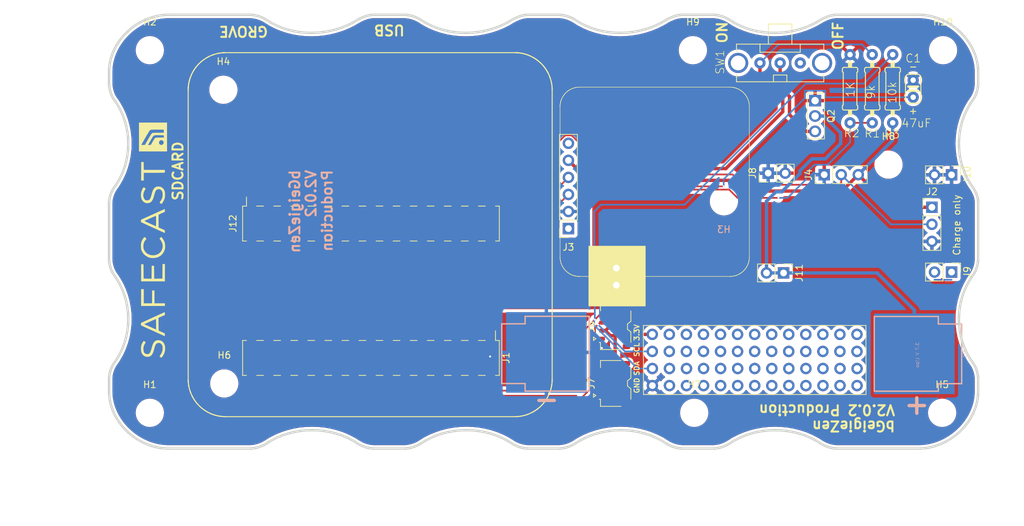
<source format=kicad_pcb>
(kicad_pcb (version 20220308) (generator pcbnew)
  (title_block (date "2022-02-25") (rev "V2.0.1"))
  (layers (0 "F.Cu" signal) (31 "B.Cu" signal) (34 "B.Paste" user) (35 "F.Paste" user) (36 "B.SilkS" user "B.Silkscreen") (37 "F.SilkS" user "F.Silkscreen") (38 "B.Mask" user) (39 "F.Mask" user) (44 "Edge.Cuts" user))
  (net 0 "")
  (net 1 "GND")
  (net 2 "/RX2")
  (net 3 "/TX2")
  (net 4 "3.3V")
  (net 5 "5V")
  (net 6 "/GIO2")
  (net 7 "/VBATT")
  (net 8 "/Reset")
  (net 9 "Net-(BT1-+)")
  (net 11 "/GIO34")
  (net 12 "/GIO13")
  (net 13 "/GIO5")
  (net 31 "/SDA")
  (net 32 "/SCL")
  (net 34 "Net-(J9-Pin_1)")
  (net 35 "Net-(J1-Pin_3)")
  (net 36 "/BAT")
  (footprint "bGeigieZen:LOGO" (layer "F.Cu") (at 91.1076 100.23 90)
    (fp_text reference "G***" hide)
    (fp_text value "LOGO" hide)
  )
  (footprint "bGeigieZen:0207_10" (layer "F.Cu") (at 194.9196 77.672 90)
    (fp_text reference "R2")
    (fp_text value "1K")
  )
  (footprint "MountingHole:MountingHole_3.2mm_M3" (layer "F.Cu") (at 90.6526 125.932)
    (fp_text reference "H1")
    (fp_text value "MountingHole_Pad")
  )
  (footprint "Connector_PinHeader_2.54mm:PinHeader_2x15_P2.54mm_Vertical_SMD" (layer "F.Cu") (at 123.583 117.755 -90)
    (fp_text reference "J1")
    (fp_text value "M5 2x15 pin")
  )
  (footprint "Connector_PinHeader_2.54mm:PinHeader_1x02_P2.54mm_Vertical" (layer "F.Cu") (at 210.033 90.499 -90)
    (fp_text reference "J10")
    (fp_text value "QI GND")
  )
  (footprint "Connector_PinSocket_2.54mm:PinSocket_1x06_P2.54mm_Vertical" (layer "F.Cu") (at 152.9846 98.5 180)
    (fp_text reference "J3")
    (fp_text value "GPS")
  )
  (footprint "bGeigieZen:EG1206" (layer "F.Cu") (at 184.5056 73.838 180)
    (fp_text reference "SW1")
    (fp_text value "SW_SPDT" hide)
  )
  (footprint "bGeigieZen:C025-024X044" (layer "F.Cu") (at 204.3176 77.672 90)
    (fp_text reference "C1")
    (fp_text value "47uF")
  )
  (footprint "MountingHole:MountingHole_3.2mm_M3" (layer "F.Cu") (at 200.645 88.98)
    (fp_text reference "H8")
    (fp_text value "MountingHole_Pad")
  )
  (footprint "MountingHole:MountingHole_3.2mm_M3" (layer "F.Cu") (at 171.7176 125.932)
    (fp_text reference "H7")
    (fp_text value "MountingHole_Pad")
  )
  (footprint "Connector_PinSocket_2.54mm:PinSocket_2x15_P2.54mm_Vertical_SMD" (layer "F.Cu") (at 123.583 97.755 90)
    (fp_text reference "J12")
    (fp_text value "M5 2x15 pin")
  )
  (footprint "Connector_PinHeader_2.54mm:PinHeader_1x02_P2.54mm_Vertical" (layer "F.Cu") (at 210.0376 104.977 -90)
    (fp_text reference "J9")
    (fp_text value "QI Plus")
  )
  (footprint "MountingHole:MountingHole_3.2mm_M3" (layer "F.Cu") (at 101.608 77.83)
    (fp_text reference "H4")
    (fp_text value "MountingHole_Pad")
  )
  (footprint "bGeigieZen:0207_10" (layer "F.Cu") (at 201.2696 77.672 90)
    (fp_text reference "R3")
    (fp_text value "10k")
  )
  (footprint "MountingHole:MountingHole_3.2mm_M3" (layer "F.Cu") (at 171.5176 71.94)
    (fp_text reference "H9")
    (fp_text value "MountingHole_Pad")
  )
  (footprint "Connector_PinHeader_2.54mm:PinHeader_1x02_P2.54mm_Vertical" (layer "F.Cu") (at 160.1216 106.925 180)
    (fp_text reference "J5")
    (fp_text value "Extra support header")
  )
  (footprint "bGeigieZen:0207_10" (layer "F.Cu") (at 198.2216 77.672 -90)
    (fp_text reference "R1")
    (fp_text value "9k")
  )
  (footprint "Connector_PinHeader_2.54mm:PinHeader_1x03_P2.54mm_Vertical" (layer "F.Cu") (at 191.0676 90.47 90)
    (fp_text reference "J4")
    (fp_text value "Geiger 2")
  )
  (footprint "Connector_PinHeader_2.54mm:PinHeader_1x03_P2.54mm_Vertical" (layer "F.Cu") (at 207.108 95.33)
    (fp_text reference "J2")
    (fp_text value "Geiger")
  )
  (footprint "Package_TO_SOT_THT:TO-251-3_Vertical" (layer "F.Cu") (at 189.7126 79.45 -90)
    (fp_text reference "Q2")
    (fp_text value " IRFU9024N ")
  )
  (footprint "Connector_PinHeader_2.54mm:PinHeader_1x02_P2.54mm_Vertical" (layer "F.Cu") (at 185.0186 105.104 -90)
    (fp_text reference "J11")
    (fp_text value "QI charger Plus")
  )
  (footprint "bGeigieZen:PinHeader_2x13_P2.54mm_Vertical" (layer "F.Cu") (at 165.4706 116.793 90)
    (fp_text reference "REF**" hide)
    (fp_text value "PinHeader_2x13_P2.54mm_Vertical" hide)
  )
  (footprint "MountingHole:MountingHole_3.2mm_M3" (layer "F.Cu") (at 208.7676 71.94)
    (fp_text reference "H10")
    (fp_text value "MountingHole_Pad")
  )
  (footprint "MountingHole:MountingHole_3.2mm_M3" (layer "F.Cu") (at 90.6526 71.94)
    (fp_text reference "H2")
    (fp_text value "MountingHole_Pad")
  )
  (footprint "Connector_JST:JST_ACH_BM04B-ACHSS-A-GAN-ETF_1x04-1MP_P1.20mm_Vertical" (layer "F.Cu") (at 159.8676 113.105 90)
    (fp_text reference "J6")
    (fp_text value "Grove")
  )
  (footprint "MountingHole:MountingHole_3.2mm_M3" (layer "F.Cu") (at 101.7376 121.56)
    (fp_text reference "H6")
    (fp_text value "MountingHole_Pad")
  )
  (footprint "MountingHole:MountingHole_3.2mm_M3" (layer "F.Cu") (at 208.636 125.932)
    (fp_text reference "H5")
    (fp_text value "MountingHole_Pad")
  )
  (footprint "bGeigieZen:PinHeader_2x13_P2.54mm_Vertical" (layer "F.Cu") (at 165.4856 121.878 90)
    (fp_text reference "REF**" hide)
    (fp_text value "PinHeader_2x13_P2.54mm_Vertical")
  )
  (footprint "Connector_JST:JST_ACH_BM04B-ACHSS-A-GAN-ETF_1x04-1MP_P1.20mm_Vertical" (layer "F.Cu") (at 159.8676 121.56 90)
    (fp_text reference "J7")
    (fp_text value "Grove")
  )
  (footprint "Connector_PinHeader_2.54mm:PinHeader_1x02_P2.54mm_Vertical" (layer "F.Cu") (at 182.7276 90.245 90)
    (fp_text reference "J8")
    (fp_text value "QI charger GND")
  )
  (footprint "bGeigieZen:BATTERY_18650-HOLDER" (layer "B.Cu") (at 177.2976 117.14 180)
    (fp_text reference "BT1")
    (fp_text value " 3.7 V Lipo")
  )
  (footprint "MountingHole:MountingHole_3.2mm_M3" (layer "B.Cu") (at 176.134 94.441)
    (fp_text reference "H3")
    (fp_text value "MountingHole_Pad")
  )
  (gr_line (start 177.473237 77.476896) (end 177.473237 77.476896) (stroke (width 0.078091)) (layer "F.SilkS"))
  (gr_line (start 153.19561 77.825565) (end 153.19561 77.825565) (stroke (width 0.078091)) (layer "F.SilkS"))
  (gr_line (start 179.918751 102.905457) (end 179.918751 102.905457) (stroke (width 0.078091)) (layer "F.SilkS"))
  (gr_line (start 179.31343 78.55841) (end 179.271456 78.505145) (stroke (width 0.078091)) (layer "F.SilkS"))
  (gr_line (start 145.85228 72.369967) (end 145.85228 72.369967) (stroke (width 0.150176)) (layer "F.SilkS"))
  (gr_line (start 146.619019 72.54381) (end 146.619019 72.54381) (stroke (width 0.150176)) (layer "F.SilkS"))
  (gr_line (start 178.80818 105.01683) (end 178.861453 104.974864) (stroke (width 0.078091)) (layer "F.SilkS"))
  (gr_line (start 97.270951 74.825427) (end 97.270951 74.825427) (stroke (width 0.150176)) (layer "F.SilkS"))
  (gr_line (start 96.755661 122.993884) (end 96.913956 123.357089) (stroke (width 0.150176)) (layer "F.SilkS"))
  (gr_line (start 152.574142 104.768248) (end 152.574142 104.768248) (stroke (width 0.078091)) (layer "F.SilkS"))
  (gr_line (start 153.565265 77.646395) (end 153.376391 77.728716) (stroke (width 0.078091)) (layer "F.SilkS"))
  (gr_line (start 101.337509 126.473742) (end 101.467881 126.486163) (stroke (width 0.150176)) (layer "F.SilkS"))
  (gr_line (start 178.346523 105.310615) (end 178.346523 105.310615) (stroke (width 0.078091)) (layer "F.SilkS"))
  (gr_line (start 147.590653 72.944247) (end 147.354721 72.826296) (stroke (width 0.150176)) (layer "F.SilkS"))
  (gr_line (start 150.545883 121.401415) (end 150.545883 121.401415) (stroke (width 0.150176)) (layer "F.SilkS"))
  (gr_line (start 148.720597 125.079943) (end 148.913056 124.89989) (stroke (width 0.150176)) (layer "F.SilkS"))
  (gr_line (start 152.230322 104.345319) (end 152.269058 104.401821) (stroke (width 0.078091)) (layer "F.SilkS"))
  (gr_line (start 152.698429 78.183914) (end 152.698429 78.183914) (stroke (width 0.078091)) (layer "F.SilkS"))
  (gr_line (start 147.705506 73.00635) (end 147.590653 72.944247) (stroke (width 0.150176)) (layer "F.SilkS"))
  (gr_line (start 150.21994 75.93674) (end 150.21994 75.93674) (stroke (width 0.150176)) (layer "F.SilkS"))
  (gr_line (start 145.591522 72.335818) (end 145.461136 72.323397) (stroke (width 0.150176)) (layer "F.SilkS"))
  (gr_line (start 177.938123 77.588282) (end 177.871941 77.567295) (stroke (width 0.078091)) (layer "F.SilkS"))
  (gr_line (start 98.667862 125.449343) (end 98.667862 125.449343) (stroke (width 0.150176)) (layer "F.SilkS"))
  (gr_line (start 153.532988 105.410694) (end 153.597543 105.43491) (stroke (width 0.078091)) (layer "F.SilkS"))
  (gr_line (start 97.066086 75.16379) (end 97.003983 75.278643) (stroke (width 0.150176)) (layer "F.SilkS"))
  (gr_line (start 145.461136 72.323397) (end 145.461136 72.323397) (stroke (width 0.150176)) (layer "F.SilkS"))
  (gr_line (start 96.535263 76.501711) (end 96.504196 76.628985) (stroke (width 0.150176)) (layer "F.SilkS"))
  (gr_line (start 152.672595 104.861868) (end 152.672595 104.861868) (stroke (width 0.078091)) (layer "F.SilkS"))
  (gr_line (start 153.166553 105.228294) (end 153.166553 105.228294) (stroke (width 0.078091)) (layer "F.SilkS"))
  (gr_line (start 149.471817 74.555361) (end 149.471817 74.555361) (stroke (width 0.150176)) (layer "F.SilkS"))
  (gr_line (start 153.286 105.294476) (end 153.286 105.294476) (stroke (width 0.078091)) (layer "F.SilkS"))
  (gr_line (start 179.778317 103.641531) (end 179.778317 103.641531) (stroke (width 0.078091)) (layer "F.SilkS"))
  (gr_line (start 177.675013 77.515641) (end 177.675013 77.515641) (stroke (width 0.078091)) (layer "F.SilkS"))
  (gr_line (start 154.427245 77.449459) (end 154.291659 77.462376) (stroke (width 0.078091)) (layer "F.SilkS"))
  (gr_line (start 148.670929 73.68616) (end 148.571595 73.602358) (stroke (width 0.150176)) (layer "F.SilkS"))
  (gr_line (start 150.558304 77.603716) (end 150.552094 77.47333) (stroke (width 0.150176)) (layer "F.SilkS"))
  (gr_line (start 179.92198 102.836045) (end 179.923599 102.734348) (stroke (width 0.078091)) (layer "F.SilkS"))
  (gr_line (start 149.956085 75.337618) (end 149.956085 75.337618) (stroke (width 0.150176)) (layer "F.SilkS"))
  (gr_line (start 101.731736 126.501681) (end 101.731736 126.501681) (stroke (width 0.150176)) (layer "F.SilkS"))
  (gr_line (start 151.7396 102.80214) (end 151.742822 102.871552) (stroke (width 0.078091)) (layer "F.SilkS"))
  (gr_line (start 154.022074 77.507571) (end 154.022074 77.507571) (stroke (width 0.078091)) (layer "F.SilkS"))
  (gr_line (start 98.615097 73.397463) (end 98.615097 73.397463) (stroke (width 0.150176)) (layer "F.SilkS"))
  (gr_line (start 152.993834 105.118527) (end 153.050328 105.155653) (stroke (width 0.078091)) (layer "F.SilkS"))
  (gr_line (start 179.652411 103.957914) (end 179.652411 103.957914) (stroke (width 0.078091)) (layer "F.SilkS"))
  (gr_line (start 152.551545 78.327585) (end 152.504731 78.37601) (stroke (width 0.078091)) (layer "F.SilkS"))
  (gr_line (start 179.111654 104.742421) (end 179.111654 104.742421) (stroke (width 0.078091)) (layer "F.SilkS"))
  (gr_line (start 99.338364 125.865313) (end 99.574295 125.983279) (stroke (width 0.150176)) (layer "F.SilkS"))
  (gr_line (start 96.373825 77.538531) (end 96.3676 77.672) (stroke (width 0.150176)) (layer "F.SilkS"))
  (gr_line (start 152.480514 104.668161) (end 152.574142 104.768248) (stroke (width 0.078091)) (layer "F.SilkS"))
  (gr_line (start 153.079384 77.894977) (end 153.021271 77.933721) (stroke (width 0.078091)) (layer "F.SilkS"))
  (gr_line (start 148.099747 125.561099) (end 148.099747 125.561099) (stroke (width 0.150176)) (layer "F.SilkS"))
  (gr_line (start 177.507133 105.588262) (end 177.507133 105.588262) (stroke (width 0.078091)) (layer "F.SilkS"))
  (gr_line (start 100.058548 126.181948) (end 100.058548 126.181948) (stroke (width 0.150176)) (layer "F.SilkS"))
  (gr_line (start 152.104416 78.929684) (end 152.072122 78.989408) (stroke (width 0.078091)) (layer "F.SilkS"))
  (gr_line (start 151.836449 103.47688) (end 151.836449 103.47688) (stroke (width 0.078091)) (layer "F.SilkS"))
  (gr_line (start 177.54103 77.488195) (end 177.54103 77.488195) (stroke (width 0.078091)) (layer "F.SilkS"))
  (gr_line (start 101.011551 72.379275) (end 101.011551 72.379275) (stroke (width 0.150176)) (layer "F.SilkS"))
  (gr_line (start 179.227872 78.453491) (end 179.227872 78.453491) (stroke (width 0.078091)) (layer "F.SilkS"))
  (gr_line (start 98.996903 125.669741) (end 99.108658 125.73804) (stroke (width 0.150176)) (layer "F.SilkS"))
  (gr_line (start 152.698429 78.183914) (end 152.598359 78.277542) (stroke (width 0.078091)) (layer "F.SilkS"))
  (gr_line (start 177.235945 105.620547) (end 177.235945 105.620547) (stroke (width 0.078091)) (layer "F.SilkS"))
  (gr_line (start 153.286 105.294476) (end 153.408685 105.355818) (stroke (width 0.078091)) (layer "F.SilkS"))
  (gr_line (start 147.416809 125.95534) (end 147.531678 125.89635) (stroke (width 0.150176)) (layer "F.SilkS"))
  (gr_line (start 145.591522 72.335818) (end 145.591522 72.335818) (stroke (width 0.150176)) (layer "F.SilkS"))
  (gr_line (start 179.111654 104.742421) (end 179.158468 104.693988) (stroke (width 0.078091)) (layer "F.SilkS"))
  (gr_line (start 179.652411 103.957914) (end 179.679849 103.896572) (stroke (width 0.078091)) (layer "F.SilkS"))
  (gr_line (start 98.065628 124.943347) (end 98.065628 124.943347) (stroke (width 0.150176)) (layer "F.SilkS"))
  (gr_line (start 153.470019 105.383256) (end 153.532988 105.410694) (stroke (width 0.078091)) (layer "F.SilkS"))
  (gr_line (start 148.20839 125.48659) (end 148.313935 125.412097) (stroke (width 0.150176)) (layer "F.SilkS"))
  (gr_line (start 100.561447 126.334048) (end 100.561447 126.334048) (stroke (width 0.150176)) (layer "F.SilkS"))
  (gr_line (start 148.621262 125.166857) (end 148.720597 125.079943) (stroke (width 0.150176)) (layer "F.SilkS"))
  (gr_line (start 154.291659 77.462376) (end 154.291659 77.462376) (stroke (width 0.078091)) (layer "F.SilkS"))
  (gr_line (start 151.791254 103.278334) (end 151.791254 103.278334) (stroke (width 0.078091)) (layer "F.SilkS"))
  (gr_line (start 178.130219 77.659304) (end 178.065647 77.635096) (stroke (width 0.078091)) (layer "F.SilkS"))
  (gr_line (start 150.043 123.295001) (end 150.043 123.295001) (stroke (width 0.150176)) (layer "F.SilkS"))
  (gr_line (start 154.325556 105.610859) (end 154.393349 105.617318) (stroke (width 0.078091)) (layer "F.SilkS"))
  (gr_line (start 179.06484 104.792456) (end 179.06484 104.792456) (stroke (width 0.078091)) (layer "F.SilkS"))
  (gr_line (start 152.435319 104.616507) (end 152.480514 104.668161) (stroke (width 0.078091)) (layer "F.SilkS"))
  (gr_line (start 152.122158 104.170989) (end 152.156054 104.229102) (stroke (width 0.078091)) (layer "F.SilkS"))
  (gr_line (start 152.307795 104.456705) (end 152.349769 104.511588) (stroke (width 0.078091)) (layer "F.SilkS"))
  (gr_line (start 149.58667 124.092791) (end 149.58667 124.092791) (stroke (width 0.150176)) (layer "F.SilkS"))
  (gr_line (start 154.56445 77.443) (end 154.56445 77.443) (stroke (width 0.078091)) (layer "F.SilkS"))
  (gr_line (start 149.862946 123.645785) (end 149.925034 123.530917) (stroke (width 0.150176)) (layer "F.SilkS"))
  (gr_line (start 178.03498 105.447828) (end 178.097933 105.423611) (stroke (width 0.078091)) (layer "F.SilkS"))
  (gr_line (start 96.709091 122.87282) (end 96.709091 122.87282) (stroke (width 0.150176)) (layer "F.SilkS"))
  (gr_line (start 96.3676 77.672) (end 96.3676 77.672) (stroke (width 0.150176)) (layer "F.SilkS"))
  (gr_line (start 148.770264 73.776187) (end 148.770264 73.776187) (stroke (width 0.150176)) (layer "F.SilkS"))
  (gr_line (start 153.988178 105.554365) (end 154.055971 105.568885) (stroke (width 0.078091)) (layer "F.SilkS"))
  (gr_line (start 149.620819 74.769549) (end 149.620819 74.769549) (stroke (width 0.150176)) (layer "F.SilkS"))
  (gr_line (start 151.896181 103.673817) (end 151.896181 103.673817) (stroke (width 0.078091)) (layer "F.SilkS"))
  (gr_line (start 151.74928 80.096749) (end 151.74444 80.16455) (stroke (width 0.078091)) (layer "F.SilkS"))
  (gr_line (start 100.309983 126.26575) (end 100.434189 126.299899) (stroke (width 0.150176)) (layer "F.SilkS"))
  (gr_line (start 150.561402 121.13756) (end 150.561402 121.13756) (stroke (width 0.150176)) (layer "F.SilkS"))
  (gr_line (start 153.889726 77.539849) (end 153.889726 77.539849) (stroke (width 0.078091)) (layer "F.SilkS"))
  (gr_line (start 148.571595 73.602358) (end 148.469147 73.518542) (stroke (width 0.150176)) (layer "F.SilkS"))
  (gr_line (start 96.376938 121.33623) (end 96.401779 121.596987) (stroke (width 0.150176)) (layer "F.SilkS"))
  (gr_line (start 179.271456 78.505145) (end 179.271456 78.505145) (stroke (width 0.078091)) (layer "F.SilkS"))
  (gr_line (start 178.669357 77.951479) (end 178.669357 77.951479) (stroke (width 0.078091)) (layer "F.SilkS"))
  (gr_line (start 179.92198 102.836045) (end 179.92198 102.836045) (stroke (width 0.078091)) (layer "F.SilkS"))
  (gr_line (start 179.755719 103.706094) (end 179.778317 103.641531) (stroke (width 0.078091)) (layer "F.SilkS"))
  (gr_line (start 152.801738 78.095142) (end 152.750099 78.138719) (stroke (width 0.078091)) (layer "F.SilkS"))
  (gr_line (start 179.374764 104.429259) (end 179.374764 104.429259) (stroke (width 0.078091)) (layer "F.SilkS"))
  (gr_line (start 98.357437 125.207217) (end 98.459885 125.291033) (stroke (width 0.150176)) (layer "F.SilkS"))
  (gr_line (start 147.416809 125.95534) (end 147.416809 125.95534) (stroke (width 0.150176)) (layer "F.SilkS"))
  (gr_line (start 96.972946 123.471942) (end 96.972946 123.471942) (stroke (width 0.150176)) (layer "F.SilkS"))
  (gr_line (start 148.313935 125.412097) (end 148.313935 125.412097) (stroke (width 0.150176)) (layer "F.SilkS"))
  (gr_line (start 149.509064 124.201434) (end 149.58667 124.092791) (stroke (width 0.150176)) (layer "F.SilkS"))
  (gr_line (start 98.307785 73.642703) (end 98.20842 73.729617) (stroke (width 0.150176)) (layer "F.SilkS"))
  (gr_line (start 179.720204 79.268665) (end 179.637883 79.079807) (stroke (width 0.078091)) (layer "F.SilkS"))
  (gr_line (start 178.938934 78.161317) (end 178.88728 78.11774) (stroke (width 0.078091)) (layer "F.SilkS"))
  (gr_line (start 146.991532 72.674197) (end 146.870468 72.627627) (stroke (width 0.150176)) (layer "F.SilkS"))
  (gr_line (start 149.862946 123.645785) (end 149.862946 123.645785) (stroke (width 0.150176)) (layer "F.SilkS"))
  (gr_line (start 179.884854 79.859465) (end 179.871944 79.791664) (stroke (width 0.078091)) (layer "F.SilkS"))
  (gr_line (start 146.494858 72.509661) (end 146.494858 72.509661) (stroke (width 0.150176)) (layer "F.SilkS"))
  (gr_line (start 150.499329 121.792544) (end 150.499329 121.792544) (stroke (width 0.150176)) (layer "F.SilkS"))
  (gr_line (start 179.834819 103.444595) (end 179.850958 103.378412) (stroke (width 0.078091)) (layer "F.SilkS"))
  (gr_line (start 99.875412 72.695925) (end 99.875412 72.695925) (stroke (width 0.150176)) (layer "F.SilkS"))
  (gr_line (start 152.269058 104.401821) (end 152.269058 104.401821) (stroke (width 0.078091)) (layer "F.SilkS"))
  (gr_line (start 101.663437 72.310992) (end 101.533066 72.317202) (stroke (width 0.150176)) (layer "F.SilkS"))
  (gr_line (start 96.463852 121.988116) (end 96.488694 122.115389) (stroke (width 0.150176)) (layer "F.SilkS"))
  (gr_line (start 178.834007 78.074155) (end 178.780743 78.032189) (stroke (width 0.078091)) (layer "F.SilkS"))
  (gr_line (start 152.750099 78.138719) (end 152.698429 78.183914) (stroke (width 0.078091)) (layer "F.SilkS"))
  (gr_line (start 179.039013 78.254944) (end 178.990588 78.20813) (stroke (width 0.078091)) (layer "F.SilkS"))
  (gr_line (start 152.055983 104.049923) (end 152.088261 104.111265) (stroke (width 0.078091)) (layer "F.SilkS"))
  (gr_line (start 98.720627 73.32297) (end 98.720627 73.32297) (stroke (width 0.150176)) (layer "F.SilkS"))
  (gr_line (start 148.521927 125.250674) (end 148.521927 125.250674) (stroke (width 0.150176)) (layer "F.SilkS"))
  (gr_line (start 98.996903 125.669741) (end 98.996903 125.669741) (stroke (width 0.150176)) (layer "F.SilkS"))
  (gr_line (start 99.81334 126.088809) (end 99.81334 126.088809) (stroke (width 0.150176)) (layer "F.SilkS"))
  (gr_line (start 151.763801 79.961163) (end 151.763801 79.961163) (stroke (width 0.078091)) (layer "F.SilkS"))
  (gr_line (start 100.688706 126.3651) (end 100.688706 126.3651) (stroke (width 0.150176)) (layer "F.SilkS"))
  (gr_line (start 150.555191 121.271044) (end 150.561402 121.13756) (stroke (width 0.150176)) (layer "F.SilkS"))
  (gr_line (start 145.461136 72.323397) (end 145.330765 72.314089) (stroke (width 0.150176)) (layer "F.SilkS"))
  (gr_line (start 179.524886 104.200045) (end 179.524886 104.200045) (stroke (width 0.078091)) (layer "F.SilkS"))
  (gr_line (start 178.002695 77.61088) (end 177.938123 77.588282) (stroke (width 0.078091)) (layer "F.SilkS"))
  (gr_line (start 101.927292 126.504778) (end 145.132096 126.504778) (stroke (width 0.150176)) (layer "F.SilkS"))
  (gr_line (start 177.905845 105.491404) (end 177.905845 105.491404) (stroke (width 0.078091)) (layer "F.SilkS"))
  (gr_line (start 179.91714 80.130645) (end 179.91714 80.130645) (stroke (width 0.078091)) (layer "F.SilkS"))
  (gr_line (start 97.618637 124.462191) (end 97.618637 124.462191) (stroke (width 0.150176)) (layer "F.SilkS"))
  (gr_line (start 146.429673 126.31853) (end 146.429673 126.31853) (stroke (width 0.150176)) (layer "F.SilkS"))
  (gr_line (start 145.132096 126.504778) (end 145.265579 126.498568) (stroke (width 0.150176)) (layer "F.SilkS"))
  (gr_line (start 154.291659 77.462376) (end 154.156058 77.481736) (stroke (width 0.078091)) (layer "F.SilkS"))
  (gr_line (start 178.130219 77.659304) (end 178.130219 77.659304) (stroke (width 0.078091)) (layer "F.SilkS"))
  (gr_line (start 179.471622 78.782784) (end 179.432877 78.724679) (stroke (width 0.078091)) (layer "F.SilkS"))
  (gr_line (start 149.183121 124.611193) (end 149.183121 124.611193) (stroke (width 0.150176)) (layer "F.SilkS"))
  (gr_line (start 179.06484 104.792456) (end 179.111654 104.742421) (stroke (width 0.078091)) (layer "F.SilkS"))
  (gr_line (start 145.265579 126.498568) (end 145.265579 126.498568) (stroke (width 0.150176)) (layer "F.SilkS"))
  (gr_line (start 96.488694 122.115389) (end 96.488694 122.115389) (stroke (width 0.150176)) (layer "F.SilkS"))
  (gr_line (start 149.350754 124.409426) (end 149.431458 124.306979) (stroke (width 0.150176)) (layer "F.SilkS"))
  (gr_line (start 97.342331 74.716769) (end 97.342331 74.716769) (stroke (width 0.150176)) (layer "F.SilkS"))
  (gr_line (start 152.191569 104.287214) (end 152.191569 104.287214) (stroke (width 0.078091)) (layer "F.SilkS"))
  (gr_line (start 177.269842 77.45268) (end 177.202049 77.44784) (stroke (width 0.078091)) (layer "F.SilkS"))
  (gr_line (start 153.532988 105.410694) (end 153.532988 105.410694) (stroke (width 0.078091)) (layer "F.SilkS"))
  (gr_line (start 98.459885 125.291033) (end 98.562302 125.371737) (stroke (width 0.150176)) (layer "F.SilkS"))
  (gr_line (start 177.54103 77.488195) (end 177.473237 77.476896) (stroke (width 0.078091)) (layer "F.SilkS"))
  (gr_line (start 178.03498 105.447828) (end 178.03498 105.447828) (stroke (width 0.078091)) (layer "F.SilkS"))
  (gr_line (start 150.148545 123.055972) (end 150.148545 123.055972) (stroke (width 0.150176)) (layer "F.SilkS"))
  (gr_line (start 152.85501 78.053168) (end 152.85501 78.053168) (stroke (width 0.078091)) (layer "F.SilkS"))
  (gr_line (start 153.725068 105.481724) (end 153.791242 105.502703) (stroke (width 0.078091)) (layer "F.SilkS"))
  (gr_line (start 179.637883 79.079807) (end 179.637883 79.079807) (stroke (width 0.078091)) (layer "F.SilkS"))
  (gr_line (start 178.583807 105.175021) (end 178.583807 105.175021) (stroke (width 0.078091)) (layer "F.SilkS"))
  (gr_line (start 152.328774 78.585856) (end 152.328774 78.585856) (stroke (width 0.078091)) (layer "F.SilkS"))
  (gr_line (start 179.826741 79.593126) (end 179.826741 79.593126) (stroke (width 0.078091)) (layer "F.SilkS"))
  (gr_line (start 179.799304 103.575349) (end 179.799304 103.575349) (stroke (width 0.078091)) (layer "F.SilkS"))
  (gr_line (start 98.667862 125.449343) (end 98.776505 125.526949) (stroke (width 0.150176)) (layer "F.SilkS"))
  (gr_line (start 151.896181 103.673817) (end 151.918779 103.73838) (stroke (width 0.078091)) (layer "F.SilkS"))
  (gr_line (start 152.457917 78.427664) (end 152.457917 78.427664) (stroke (width 0.078091)) (layer "F.SilkS"))
  (gr_line (start 152.624178 104.815054) (end 152.624178 104.815054) (stroke (width 0.078091)) (layer "F.SilkS"))
  (gr_line (start 101.076737 126.439593) (end 101.076737 126.439593) (stroke (width 0.150176)) (layer "F.SilkS"))
  (gr_line (start 177.269842 77.45268) (end 177.269842 77.45268) (stroke (width 0.078091)) (layer "F.SilkS"))
  (gr_line (start 148.959626 73.95624) (end 148.863388 73.866213) (stroke (width 0.150176)) (layer "F.SilkS"))
  (gr_line (start 179.374764 104.429259) (end 179.41512 104.372765) (stroke (width 0.078091)) (layer "F.SilkS"))
  (gr_line (start 98.357437 125.207217) (end 98.357437 125.207217) (stroke (width 0.150176)) (layer "F.SilkS"))
  (gr_line (start 100.561447 126.334048) (end 100.688706 126.3651) (stroke (width 0.150176)) (layer "F.SilkS"))
  (gr_line (start 100.120652 72.605898) (end 100.120652 72.605898) (stroke (width 0.150176)) (layer "F.SilkS"))
  (gr_line (start 96.643906 76.122988) (end 96.643906 76.122988) (stroke (width 0.150176)) (layer "F.SilkS"))
  (gr_line (start 153.855829 105.520461) (end 153.922004 105.538218) (stroke (width 0.078091)) (layer "F.SilkS"))
  (gr_line (start 96.395554 77.277773) (end 96.395554 77.277773) (stroke (width 0.150176)) (layer "F.SilkS"))
  (gr_line (start 149.828812 75.1048) (end 149.763611 74.993044) (stroke (width 0.150176)) (layer "F.SilkS"))
  (gr_line (start 147.531678 125.89635) (end 147.649628 125.834261) (stroke (width 0.150176)) (layer "F.SilkS"))
  (gr_line (start 150.095764 123.177035) (end 150.148545 123.055972) (stroke (width 0.150176)) (layer "F.SilkS"))
  (gr_line (start 178.065647 77.635096) (end 178.002695 77.61088) (stroke (width 0.078091)) (layer "F.SilkS"))
  (gr_line (start 179.292443 104.537415) (end 179.292443 104.537415) (stroke (width 0.078091)) (layer "F.SilkS"))
  (gr_line (start 153.316675 77.759383) (end 153.316675 77.759383) (stroke (width 0.078091)) (layer "F.SilkS"))
  (gr_line (start 152.370748 78.532591) (end 152.370748 78.532591) (stroke (width 0.078091)) (layer "F.SilkS"))
  (gr_line (start 150.325486 122.559298) (end 150.325486 122.559298) (stroke (width 0.150176)) (layer "F.SilkS"))
  (gr_line (start 149.266938 124.511859) (end 149.350754 124.409426) (stroke (width 0.150176)) (layer "F.SilkS"))
  (gr_line (start 177.641116 105.562435) (end 177.773481 105.530149) (stroke (width 0.078091)) (layer "F.SilkS"))
  (gr_line (start 148.26117 73.360232) (end 148.26117 73.360232) (stroke (width 0.150176)) (layer "F.SilkS"))
  (gr_line (start 179.57493 78.958741) (end 179.541033 78.899009) (stroke (width 0.078091)) (layer "F.SilkS"))
  (gr_line (start 152.072122 78.989408) (end 152.072122 78.989408) (stroke (width 0.078091)) (layer "F.SilkS"))
  (gr_line (start 148.41948 125.331378) (end 148.41948 125.331378) (stroke (width 0.150176)) (layer "F.SilkS"))
  (gr_line (start 150.303757 76.185092) (end 150.263397 76.060916) (stroke (width 0.150176)) (layer "F.SilkS"))
  (gr_line (start 96.370713 121.205844) (end 96.376938 121.33623) (stroke (width 0.150176)) (layer "F.SilkS"))
  (gr_line (start 97.578263 74.400149) (end 97.578263 74.400149) (stroke (width 0.150176)) (layer "F.SilkS"))
  (gr_line (start 179.850958 103.378412) (end 179.865486 103.310619) (stroke (width 0.078091)) (layer "F.SilkS"))
  (gr_line (start 154.393349 105.617318) (end 154.461142 105.622158) (stroke (width 0.078091)) (layer "F.SilkS"))
  (gr_line (start 150.452759 122.050204) (end 150.477585 121.92293) (stroke (width 0.150176)) (layer "F.SilkS"))
  (gr_line (start 152.937339 105.078172) (end 152.937339 105.078172) (stroke (width 0.078091)) (layer "F.SilkS"))
  (gr_line (start 146.80838 126.203677) (end 146.932556 126.16022) (stroke (width 0.150176)) (layer "F.SilkS"))
  (gr_line (start 146.619019 72.54381) (end 146.494858 72.509661) (stroke (width 0.150176)) (layer "F.SilkS"))
  (gr_line (start 150.241669 122.810732) (end 150.241669 122.810732) (stroke (width 0.150176)) (layer "F.SilkS"))
  (gr_line (start 149.58667 124.092791) (end 149.658066 123.984149) (stroke (width 0.150176)) (layer "F.SilkS"))
  (gr_line (start 98.258103 125.1234) (end 98.357437 125.207217) (stroke (width 0.150176)) (layer "F.SilkS"))
  (gr_line (start 152.964777 77.972458) (end 152.909902 78.011194) (stroke (width 0.078091)) (layer "F.SilkS"))
  (gr_line (start 100.819077 126.393023) (end 100.819077 126.393023) (stroke (width 0.150176)) (layer "F.SilkS"))
  (gr_line (start 177.473237 77.476896) (end 177.405436 77.467216) (stroke (width 0.078091)) (layer "F.SilkS"))
  (gr_line (start 179.878395 103.244437) (end 179.878395 103.244437) (stroke (width 0.078091)) (layer "F.SilkS"))
  (gr_line (start 97.969406 124.853335) (end 97.969406 124.853335) (stroke (width 0.150176)) (layer "F.SilkS"))
  (gr_line (start 99.338364 125.865313) (end 99.338364 125.865313) (stroke (width 0.150176)) (layer "F.SilkS"))
  (gr_line (start 178.861453 104.974864) (end 178.861453 104.974864) (stroke (width 0.078091)) (layer "F.SilkS"))
  (gr_line (start 154.495038 77.446229) (end 154.427245 77.449459) (stroke (width 0.078091)) (layer "F.SilkS"))
  (gr_line (start 151.778337 103.210541) (end 151.791254 103.278334) (stroke (width 0.078091)) (layer "F.SilkS"))
  (gr_line (start 153.757345 77.578594) (end 153.69279 77.599581) (stroke (width 0.078091)) (layer "F.SilkS"))
  (gr_line (start 100.88118 72.404116) (end 100.88118 72.404116) (stroke (width 0.150176)) (layer "F.SilkS"))
  (gr_line (start 97.925949 74.005908) (end 97.835923 74.099032) (stroke (width 0.150176)) (layer "F.SilkS"))
  (gr_line (start 153.889726 77.539849) (end 153.757345 77.578594) (stroke (width 0.078091)) (layer "F.SilkS"))
  (gr_line (start 177.202049 77.44784) (end 177.132637 77.444619) (stroke (width 0.078091)) (layer "F.SilkS"))
  (gr_line (start 145.656708 126.467532) (end 145.656708 126.467532) (stroke (width 0.150176)) (layer "F.SilkS"))
  (gr_line (start 179.591069 104.08059) (end 179.591069 104.08059) (stroke (width 0.078091)) (layer "F.SilkS"))
  (gr_line (start 100.182724 126.225405) (end 100.182724 126.225405) (stroke (width 0.150176)) (layer "F.SilkS"))
  (gr_line (start 97.131272 75.048922) (end 97.131272 75.048922) (stroke (width 0.150176)) (layer "F.SilkS"))
  (gr_line (start 97.835923 74.099032) (end 97.745896 74.198367) (stroke (width 0.150176)) (layer "F.SilkS"))
  (gr_line (start 153.565265 77.646395) (end 153.565265 77.646395) (stroke (width 0.078091)) (layer "F.SilkS"))
  (gr_line (start 149.310395 74.347369) (end 149.226578 74.248034) (stroke (width 0.150176)) (layer "F.SilkS"))
  (gr_line (start 154.088265 77.494654) (end 154.022074 77.507571) (stroke (width 0.078091)) (layer "F.SilkS"))
  (gr_line (start 98.307785 73.642703) (end 98.307785 73.642703) (stroke (width 0.150176)) (layer "F.SilkS"))
  (gr_line (start 148.621262 125.166857) (end 148.621262 125.166857) (stroke (width 0.150176)) (layer "F.SilkS"))
  (gr_line (start 98.562302 125.371737) (end 98.562302 125.371737) (stroke (width 0.150176)) (layer "F.SilkS"))
  (gr_line (start 96.972946 123.471942) (end 97.035019 123.589907) (stroke (width 0.150176)) (layer "F.SilkS"))
  (gr_line (start 150.533463 121.531787) (end 150.533463 121.531787) (stroke (width 0.150176)) (layer "F.SilkS"))
  (gr_line (start 99.223496 125.803225) (end 99.223496 125.803225) (stroke (width 0.150176)) (layer "F.SilkS"))
  (gr_line (start 179.679849 103.896572) (end 179.707294 103.833619) (stroke (width 0.078091)) (layer "F.SilkS"))
  (gr_line (start 149.471817 74.555361) (end 149.391114 74.449801) (stroke (width 0.150176)) (layer "F.SilkS"))
  (gr_line (start 149.956085 75.337618) (end 149.893997 75.219668) (stroke (width 0.150176)) (layer "F.SilkS"))
  (gr_line (start 96.709091 122.87282) (end 96.755661 122.993884) (stroke (width 0.150176)) (layer "F.SilkS"))
  (gr_line (start 153.791242 105.502703) (end 153.791242 105.502703) (stroke (width 0.078091)) (layer "F.SilkS"))
  (gr_line (start 100.244797 72.565539) (end 100.120652 72.605898) (stroke (width 0.150176)) (layer "F.SilkS"))
  (gr_line (start 150.564514 77.7372) (end 150.558304 77.603716) (stroke (width 0.150176)) (layer "F.SilkS"))
  (gr_line (start 99.05278 73.105685) (end 99.05278 73.105685) (stroke (width 0.150176)) (layer "F.SilkS"))
  (gr_line (start 151.784795 79.825561) (end 151.773497 79.893362) (stroke (width 0.078091)) (layer "F.SilkS"))
  (gr_line (start 177.607212 77.501113) (end 177.607212 77.501113) (stroke (width 0.078091)) (layer "F.SilkS"))
  (gr_line (start 152.349769 104.511588) (end 152.391742 104.564853) (stroke (width 0.078091)) (layer "F.SilkS"))
  (gr_line (start 150.499329 121.792544) (end 150.517945 121.662173) (stroke (width 0.150176)) (layer "F.SilkS"))
  (gr_line (start 96.3676 77.672) (end 96.364517 77.867587) (stroke (width 0.150176)) (layer "F.SilkS"))
  (gr_line (start 179.91391 102.97325) (end 179.91391 102.97325) (stroke (width 0.078091)) (layer "F.SilkS"))
  (gr_line (start 179.292443 104.537415) (end 179.334409 104.484142) (stroke (width 0.078091)) (layer "F.SilkS"))
  (gr_line (start 98.509537 73.478182) (end 98.40709 73.558901) (stroke (width 0.150176)) (layer "F.SilkS"))
  (gr_line (start 146.047837 126.405444) (end 146.047837 126.405444) (stroke (width 0.150176)) (layer "F.SilkS"))
  (gr_line (start 149.431458 124.306979) (end 149.431458 124.306979) (stroke (width 0.150176)) (layer "F.SilkS"))
  (gr_line (start 149.695328 74.881289) (end 149.620819 74.769549) (stroke (width 0.150176)) (layer "F.SilkS"))
  (gr_line (start 149.828812 75.1048) (end 149.828812 75.1048) (stroke (width 0.150176)) (layer "F.SilkS"))
  (gr_line (start 178.496637 77.841712) (end 178.496637 77.841712) (stroke (width 0.078091)) (layer "F.SilkS"))
  (gr_line (start 96.550766 122.369937) (end 96.62526 122.624484) (stroke (width 0.150176)) (layer "F.SilkS"))
  (gr_line (start 148.770264 73.776187) (end 148.670929 73.68616) (stroke (width 0.150176)) (layer "F.SilkS"))
  (gr_line (start 147.987992 125.635592) (end 147.987992 125.635592) (stroke (width 0.150176)) (layer "F.SilkS"))
  (gr_line (start 96.488694 122.115389) (end 96.550766 122.369937) (stroke (width 0.150176)) (layer "F.SilkS"))
  (gr_line (start 97.382706 124.148669) (end 97.457199 124.254214) (stroke (width 0.150176)) (layer "F.SilkS"))
  (gr_line (start 179.850958 103.378412) (end 179.850958 103.378412) (stroke (width 0.078091)) (layer "F.SilkS"))
  (gr_line (start 179.637883 79.079807) (end 179.607215 79.020075) (stroke (width 0.078091)) (layer "F.SilkS"))
  (gr_line (start 179.541033 78.899009) (end 179.507129 78.840897) (stroke (width 0.078091)) (layer "F.SilkS"))
  (gr_line (start 152.173827 78.81184) (end 152.138312 78.869953) (stroke (width 0.078091)) (layer "F.SilkS"))
  (gr_line (start 96.550766 122.369937) (end 96.550766 122.369937) (stroke (width 0.150176)) (layer "F.SilkS"))
  (gr_line (start 150.527252 77.212588) (end 150.490006 76.95183) (stroke (width 0.150176)) (layer "F.SilkS"))
  (gr_line (start 179.817061 103.510777) (end 179.817061 103.510777) (stroke (width 0.078091)) (layer "F.SilkS"))
  (gr_line (start 177.371539 105.60763) (end 177.371539 105.60763) (stroke (width 0.078091)) (layer "F.SilkS"))
  (gr_line (start 96.364517 121.07236) (end 96.370713 121.205844) (stroke (width 0.150176)) (layer "F.SilkS"))
  (gr_line (start 150.452759 122.050204) (end 150.452759 122.050204) (stroke (width 0.150176)) (layer "F.SilkS"))
  (gr_line (start 150.490006 76.95183) (end 150.490006 76.95183) (stroke (width 0.150176)) (layer "F.SilkS"))
  (gr_line (start 177.905845 105.491404) (end 177.970409 105.470425) (stroke (width 0.078091)) (layer "F.SilkS"))
  (gr_line (start 179.271456 78.505145) (end 179.227872 78.453491) (stroke (width 0.078091)) (layer "F.SilkS"))
  (gr_line (start 179.41512 104.372765) (end 179.41512 104.372765) (stroke (width 0.078091)) (layer "F.SilkS"))
  (gr_line (start 153.166553 105.228294) (end 153.226269 105.262191) (stroke (width 0.078091)) (layer "F.SilkS"))
  (gr_line (start 148.043869 73.211215) (end 147.932114 73.139819) (stroke (width 0.150176)) (layer "F.SilkS"))
  (gr_line (start 151.931696 79.300951) (end 151.90748 79.363904) (stroke (width 0.078091)) (layer "F.SilkS"))
  (gr_line (start 179.182676 78.401837) (end 179.182676 78.401837) (stroke (width 0.078091)) (layer "F.SilkS"))
  (gr_line (start 152.672595 104.861868) (end 152.724264 104.908682) (stroke (width 0.078091)) (layer "F.SilkS"))
  (gr_line (start 150.46518 76.821444) (end 150.46518 76.821444) (stroke (width 0.150176)) (layer "F.SilkS"))
  (gr_line (start 151.741203 80.233953) (end 151.7396 80.335659) (stroke (width 0.078091)) (layer "F.SilkS"))
  (gr_line (start 97.308213 124.040011) (end 97.382706 124.148669) (stroke (width 0.150176)) (layer "F.SilkS"))
  (gr_line (start 178.698414 105.09754) (end 178.698414 105.09754) (stroke (width 0.078091)) (layer "F.SilkS"))
  (gr_line (start 154.461142 105.622158) (end 154.461142 105.622158) (stroke (width 0.078091)) (layer "F.SilkS"))
  (gr_line (start 99.996475 72.649355) (end 99.996475 72.649355) (stroke (width 0.150176)) (layer "F.SilkS"))
  (gr_line (start 149.431458 124.306979) (end 149.509064 124.201434) (stroke (width 0.150176)) (layer "F.SilkS"))
  (gr_line (start 149.620819 74.769549) (end 149.546326 74.660891) (stroke (width 0.150176)) (layer "F.SilkS"))
  (gr_line (start 179.778317 103.641531) (end 179.799304 103.575349) (stroke (width 0.078091)) (layer "F.SilkS"))
  (gr_line (start 179.471622 78.782784) (end 179.471622 78.782784) (stroke (width 0.078091)) (layer "F.SilkS"))
  (gr_line (start 96.364517 77.867587) (end 96.364517 77.867587) (stroke (width 0.150176)) (layer "F.SilkS"))
  (gr_line (start 154.122161 105.581803) (end 154.122161 105.581803) (stroke (width 0.078091)) (layer "F.SilkS"))
  (gr_line (start 148.152512 73.282626) (end 148.152512 73.282626) (stroke (width 0.150176)) (layer "F.SilkS"))
  (gr_line (start 153.376391 77.728716) (end 153.376391 77.728716) (stroke (width 0.078091)) (layer "F.SilkS"))
  (gr_line (start 99.937485 126.135378) (end 100.058548 126.181948) (stroke (width 0.150176)) (layer "F.SilkS"))
  (gr_line (start 149.391114 74.449801) (end 149.310395 74.347369) (stroke (width 0.150176)) (layer "F.SilkS"))
  (gr_line (start 147.932114 73.139819) (end 147.820359 73.071536) (stroke (width 0.150176)) (layer "F.SilkS"))
  (gr_line (start 151.758976 103.074947) (end 151.778337 103.210541) (stroke (width 0.078091)) (layer "F.SilkS"))
  (gr_line (start 97.19957 74.937167) (end 97.19957 74.937167) (stroke (width 0.150176)) (layer "F.SilkS"))
  (gr_line (start 96.370713 121.205844) (end 96.370713 121.205844) (stroke (width 0.150176)) (layer "F.SilkS"))
  (gr_line (start 151.755739 80.028956) (end 151.74928 80.096749) (stroke (width 0.078091)) (layer "F.SilkS"))
  (gr_line (start 96.665634 122.74866) (end 96.709091 122.87282) (stroke (width 0.150176)) (layer "F.SilkS"))
  (gr_line (start 179.767018 79.39619) (end 179.74442 79.331618) (stroke (width 0.078091)) (layer "F.SilkS"))
  (gr_line (start 179.91714 80.130645) (end 179.904222 79.995059) (stroke (width 0.078091)) (layer "F.SilkS"))
  (gr_line (start 96.62526 122.624484) (end 96.665634 122.74866) (stroke (width 0.150176)) (layer "F.SilkS"))
  (gr_line (start 100.688706 126.3651) (end 100.819077 126.393023) (stroke (width 0.150176)) (layer "F.SilkS"))
  (gr_line (start 179.607215 79.020075) (end 179.57493 78.958741) (stroke (width 0.078091)) (layer "F.SilkS"))
  (gr_line (start 146.429673 126.31853) (end 146.68422 126.244021) (stroke (width 0.150176)) (layer "F.SilkS"))
  (gr_line (start 100.819077 126.393023) (end 100.946366 126.417864) (stroke (width 0.150176)) (layer "F.SilkS"))
  (gr_line (start 151.804172 103.344516) (end 151.836449 103.47688) (stroke (width 0.078091)) (layer "F.SilkS"))
  (gr_line (start 149.925034 123.530917) (end 150.043 123.295001) (stroke (width 0.150176)) (layer "F.SilkS"))
  (gr_line (start 146.932556 126.16022) (end 147.05362 126.11365) (stroke (width 0.150176)) (layer "F.SilkS"))
  (gr_line (start 98.158737 125.033373) (end 98.158737 125.033373) (stroke (width 0.150176)) (layer "F.SilkS"))
  (gr_line (start 98.40709 73.558901) (end 98.40709 73.558901) (stroke (width 0.150176)) (layer "F.SilkS"))
  (gr_line (start 150.555191 121.271044) (end 150.555191 121.271044) (stroke (width 0.150176)) (layer "F.SilkS"))
  (gr_line (start 179.731503 103.769055) (end 179.755719 103.706094) (stroke (width 0.078091)) (layer "F.SilkS"))
  (gr_line (start 98.065628 124.943347) (end 98.158737 125.033373) (stroke (width 0.150176)) (layer "F.SilkS"))
  (gr_line (start 150.558304 77.603716) (end 150.558304 77.603716) (stroke (width 0.150176)) (layer "F.SilkS"))
  (gr_line (start 150.552094 77.47333) (end 150.527252 77.212588) (stroke (width 0.150176)) (layer "F.SilkS"))
  (gr_line (start 101.076737 126.439593) (end 101.207138 126.458224) (stroke (width 0.150176)) (layer "F.SilkS"))
  (gr_line (start 150.359635 122.435122) (end 150.359635 122.435122) (stroke (width 0.150176)) (layer "F.SilkS"))
  (gr_line (start 97.233689 123.928271) (end 97.308213 124.040011) (stroke (width 0.150176)) (layer "F.SilkS"))
  (gr_line (start 146.991532 72.674197) (end 146.991532 72.674197) (stroke (width 0.150176)) (layer "F.SilkS"))
  (gr_line (start 98.562302 125.371737) (end 98.667862 125.449343) (stroke (width 0.150176)) (layer "F.SilkS"))
  (gr_line (start 151.791254 103.278334) (end 151.804172 103.344516) (stroke (width 0.078091)) (layer "F.SilkS"))
  (gr_line (start 179.205274 104.642334) (end 179.205274 104.642334) (stroke (width 0.078091)) (layer "F.SilkS"))
  (gr_line (start 179.524886 104.200045) (end 179.558783 104.140322) (stroke (width 0.078091)) (layer "F.SilkS"))
  (gr_line (start 154.156058 77.481736) (end 154.156058 77.481736) (stroke (width 0.078091)) (layer "F.SilkS"))
  (gr_line (start 145.395951 126.492373) (end 145.656708 126.467532) (stroke (width 0.150176)) (layer "F.SilkS"))
  (gr_line (start 97.835923 74.099032) (end 97.835923 74.099032) (stroke (width 0.150176)) (layer "F.SilkS"))
  (gr_line (start 152.288434 78.640739) (end 152.288434 78.640739) (stroke (width 0.078091)) (layer "F.SilkS"))
  (gr_line (start 178.286792 105.34129) (end 178.286792 105.34129) (stroke (width 0.078091)) (layer "F.SilkS"))
  (gr_line (start 177.371539 105.60763) (end 177.507133 105.588262) (stroke (width 0.078091)) (layer "F.SilkS"))
  (gr_line (start 153.021271 77.933721) (end 152.964777 77.972458) (stroke (width 0.078091)) (layer "F.SilkS"))
  (gr_line (start 179.904222 79.995059) (end 179.904222 79.995059) (stroke (width 0.078091)) (layer "F.SilkS"))
  (gr_line (start 151.983334 79.173427) (end 151.983334 79.173427) (stroke (width 0.078091)) (layer "F.SilkS"))
  (gr_line (start 179.923599 102.734348) (end 179.923599 80.267858) (stroke (width 0.078091)) (layer "F.SilkS"))
  (gr_line (start 148.26117 73.360232) (end 148.152512 73.282626) (stroke (width 0.150176)) (layer "F.SilkS"))
  (gr_line (start 151.875186 103.609245) (end 151.875186 103.609245) (stroke (width 0.078091)) (layer "F.SilkS"))
  (gr_line (start 147.764481 125.769076) (end 147.764481 125.769076) (stroke (width 0.150176)) (layer "F.SilkS"))
  (gr_line (start 96.383133 77.408145) (end 96.383133 77.408145) (stroke (width 0.150176)) (layer "F.SilkS"))
  (gr_line (start 178.990588 78.20813) (end 178.990588 78.20813) (stroke (width 0.078091)) (layer "F.SilkS"))
  (gr_line (start 150.564514 120.941989) (end 150.564514 77.7372) (stroke (width 0.150176)) (layer "F.SilkS"))
  (gr_line (start 152.072122 78.989408) (end 152.010788 79.112084) (stroke (width 0.078091)) (layer "F.SilkS"))
  (gr_line (start 98.015976 73.90967) (end 97.925949 74.005908) (stroke (width 0.150176)) (layer "F.SilkS"))
  (gr_line (start 154.257763 105.60279) (end 154.257763 105.60279) (stroke (width 0.078091)) (layer "F.SilkS"))
  (gr_line (start 146.175125 126.380618) (end 146.429673 126.31853) (stroke (width 0.150176)) (layer "F.SilkS"))
  (gr_line (start 153.376391 77.728716) (end 153.316675 77.759383) (stroke (width 0.078091)) (layer "F.SilkS"))
  (gr_line (start 178.913107 104.931279) (end 178.964761 104.886084) (stroke (width 0.078091)) (layer "F.SilkS"))
  (gr_line (start 146.746292 72.58417) (end 146.619019 72.54381) (stroke (width 0.150176)) (layer "F.SilkS"))
  (gr_line (start 100.946366 126.417864) (end 100.946366 126.417864) (stroke (width 0.150176)) (layer "F.SilkS"))
  (gr_line (start 178.641919 105.136285) (end 178.698414 105.09754) (stroke (width 0.078091)) (layer "F.SilkS"))
  (gr_line (start 146.68422 126.244021) (end 146.68422 126.244021) (stroke (width 0.150176)) (layer "F.SilkS"))
  (gr_line (start 178.583807 105.175021) (end 178.641919 105.136285) (stroke (width 0.078091)) (layer "F.SilkS"))
  (gr_line (start 152.435319 104.616507) (end 152.435319 104.616507) (stroke (width 0.078091)) (layer "F.SilkS"))
  (gr_line (start 96.439011 121.857745) (end 96.463852 121.988116) (stroke (width 0.150176)) (layer "F.SilkS"))
  (gr_line (start 96.569382 76.374438) (end 96.569382 76.374438) (stroke (width 0.150176)) (layer "F.SilkS"))
  (gr_line (start 100.434189 126.299899) (end 100.434189 126.299899) (stroke (width 0.150176)) (layer "F.SilkS"))
  (gr_line (start 151.74928 80.096749) (end 151.74928 80.096749) (stroke (width 0.078091)) (layer "F.SilkS"))
  (gr_line (start 154.189954 105.593102) (end 154.189954 105.593102) (stroke (width 0.078091)) (layer "F.SilkS"))
  (gr_line (start 152.775918 104.952266) (end 152.829191 104.995851) (stroke (width 0.078091)) (layer "F.SilkS"))
  (gr_line (start 97.16539 123.816516) (end 97.233689 123.928271) (stroke (width 0.150176)) (layer "F.SilkS"))
  (gr_line (start 151.74444 80.16455) (end 151.741203 80.233953) (stroke (width 0.078091)) (layer "F.SilkS"))
  (gr_line (start 146.240311 72.444476) (end 146.240311 72.444476) (stroke (width 0.150176)) (layer "F.SilkS"))
  (gr_line (start 179.923599 80.267858) (end 179.923599 80.267858) (stroke (width 0.078091)) (layer "F.SilkS"))
  (gr_line (start 152.504731 78.37601) (end 152.504731 78.37601) (stroke (width 0.078091)) (layer "F.SilkS"))
  (gr_line (start 98.258103 125.1234) (end 98.258103 125.1234) (stroke (width 0.150176)) (layer "F.SilkS"))
  (gr_line (start 147.05362 126.11365) (end 147.416809 125.95534) (stroke (width 0.150176)) (layer "F.SilkS"))
  (gr_line (start 178.407858 105.278329) (end 178.467581 105.244433) (stroke (width 0.078091)) (layer "F.SilkS"))
  (gr_line (start 149.546326 74.660891) (end 149.471817 74.555361) (stroke (width 0.150176)) (layer "F.SilkS"))
  (gr_line (start 153.69279 77.599581) (end 153.69279 77.599581) (stroke (width 0.078091)) (layer "F.SilkS"))
  (gr_line (start 101.272324 72.342043) (end 101.272324 72.342043) (stroke (width 0.150176)) (layer "F.SilkS"))
  (gr_line (start 179.558783 104.140322) (end 179.558783 104.140322) (stroke (width 0.078091)) (layer "F.SilkS"))
  (gr_line (start 96.833237 75.632525) (end 96.780472 75.753588) (stroke (width 0.150176)) (layer "F.SilkS"))
  (gr_line (start 97.16539 123.816516) (end 97.16539 123.816516) (stroke (width 0.150176)) (layer "F.SilkS"))
  (gr_line (start 100.499375 72.49103) (end 100.499375 72.49103) (stroke (width 0.150176)) (layer "F.SilkS"))
  (gr_line (start 154.632243 105.626998) (end 154.632243 105.626998) (stroke (width 0.078091)) (layer "F.SilkS"))
  (gr_line (start 152.41434 78.479318) (end 152.41434 78.479318) (stroke (width 0.078091)) (layer "F.SilkS"))
  (gr_line (start 179.607215 79.020075) (end 179.607215 79.020075) (stroke (width 0.078091)) (layer "F.SilkS"))
  (gr_line (start 179.489379 104.258158) (end 179.524886 104.200045) (stroke (width 0.078091)) (layer "F.SilkS"))
  (gr_line (start 179.558783 104.140322) (end 179.591069 104.08059) (stroke (width 0.078091)) (layer "F.SilkS"))
  (gr_line (start 147.05362 126.11365) (end 147.05362 126.11365) (stroke (width 0.150176)) (layer "F.SilkS"))
  (gr_line (start 152.104416 78.929684) (end 152.104416 78.929684) (stroke (width 0.078091)) (layer "F.SilkS"))
  (gr_line (start 152.210945 78.753735) (end 152.210945 78.753735) (stroke (width 0.078091)) (layer "F.SilkS"))
  (gr_line (start 101.731736 126.501681) (end 101.927292 126.504778) (stroke (width 0.150176)) (layer "F.SilkS"))
  (gr_line (start 179.394141 78.668177) (end 179.394141 78.668177) (stroke (width 0.078091)) (layer "F.SilkS"))
  (gr_line (start 153.050328 105.155653) (end 153.10844 105.192779) (stroke (width 0.078091)) (layer "F.SilkS"))
  (gr_line (start 101.533066 72.317202) (end 101.533066 72.317202) (stroke (width 0.150176)) (layer "F.SilkS"))
  (gr_line (start 97.382706 124.148669) (end 97.382706 124.148669) (stroke (width 0.150176)) (layer "F.SilkS"))
  (gr_line (start 179.859027 79.72549) (end 179.859027 79.72549) (stroke (width 0.078091)) (layer "F.SilkS"))
  (gr_line (start 96.364517 77.867587) (end 96.364517 121.07236) (stroke (width 0.150176)) (layer "F.SilkS"))
  (gr_rect locked (start 164.414971 110.020344) (end 156.032971 101.130344) (stroke (width 0.12)) (fill solid) (layer "F.SilkS"))
  (gr_line (start 177.641116 105.562435) (end 177.641116 105.562435) (stroke (width 0.078091)) (layer "F.SilkS"))
  (gr_line (start 97.035019 123.589907) (end 97.035019 123.589907) (stroke (width 0.150176)) (layer "F.SilkS"))
  (gr_line (start 153.021271 77.933721) (end 153.021271 77.933721) (stroke (width 0.078091)) (layer "F.SilkS"))
  (gr_line (start 146.932556 126.16022) (end 146.932556 126.16022) (stroke (width 0.150176)) (layer "F.SilkS"))
  (gr_line (start 148.670929 73.68616) (end 148.670929 73.68616) (stroke (width 0.150176)) (layer "F.SilkS"))
  (gr_line (start 177.607212 77.501113) (end 177.54103 77.488195) (stroke (width 0.078091)) (layer "F.SilkS"))
  (gr_line (start 151.836449 103.47688) (end 151.875186 103.609245) (stroke (width 0.078091)) (layer "F.SilkS"))
  (gr_line (start 96.401779 121.596987) (end 96.439011 121.857745) (stroke (width 0.150176)) (layer "F.SilkS"))
  (gr_line (start 179.74442 79.331618) (end 179.74442 79.331618) (stroke (width 0.078091)) (layer "F.SilkS"))
  (gr_line (start 149.729477 123.872393) (end 149.729477 123.872393) (stroke (width 0.150176)) (layer "F.SilkS"))
  (gr_line (start 147.236771 72.773532) (end 147.236771 72.773532) (stroke (width 0.150176)) (layer "F.SilkS"))
  (gr_line (start 177.03094 77.443) (end 154.56445 77.443) (stroke (width 0.078091)) (layer "F.SilkS"))
  (gr_line (start 149.893997 75.219668) (end 149.893997 75.219668) (stroke (width 0.150176)) (layer "F.SilkS"))
  (gr_line (start 152.055983 104.049923) (end 152.055983 104.049923) (stroke (width 0.078091)) (layer "F.SilkS"))
  (gr_line (start 178.753297 105.058804) (end 178.753297 105.058804) (stroke (width 0.078091)) (layer "F.SilkS"))
  (gr_line (start 151.955897 79.236379) (end 151.931696 79.300951) (stroke (width 0.078091)) (layer "F.SilkS"))
  (gr_line (start 96.665634 122.74866) (end 96.665634 122.74866) (stroke (width 0.150176)) (layer "F.SilkS"))
  (gr_line (start 151.931696 79.300951) (end 151.931696 79.300951) (stroke (width 0.078091)) (layer "F.SilkS"))
  (gr_line (start 96.780472 75.753588) (end 96.733933 75.877764) (stroke (width 0.150176)) (layer "F.SilkS"))
  (gr_line (start 151.746059 102.939353) (end 151.746059 102.939353) (stroke (width 0.078091)) (layer "F.SilkS"))
  (gr_line (start 97.789353 124.660861) (end 97.969406 124.853335) (stroke (width 0.150176)) (layer "F.SilkS"))
  (gr_line (start 178.55475 77.877219) (end 178.55475 77.877219) (stroke (width 0.078091)) (layer "F.SilkS"))
  (gr_line (start 150.015061 75.452487) (end 149.956085 75.337618) (stroke (width 0.150176)) (layer "F.SilkS"))
  (gr_line (start 96.439011 121.857745) (end 96.439011 121.857745) (stroke (width 0.150176)) (layer "F.SilkS"))
  (gr_line (start 178.286792 105.34129) (end 178.346523 105.310615) (stroke (width 0.078091)) (layer "F.SilkS"))
  (gr_line (start 147.354721 72.826296) (end 147.354721 72.826296) (stroke (width 0.150176)) (layer "F.SilkS"))
  (gr_line (start 149.729477 123.872393) (end 149.79776 123.760638) (stroke (width 0.150176)) (layer "F.SilkS"))
  (gr_line (start 178.641919 105.136285) (end 178.641919 105.136285) (stroke (width 0.078091)) (layer "F.SilkS"))
  (gr_line (start 148.313935 125.412097) (end 148.41948 125.331378) (stroke (width 0.150176)) (layer "F.SilkS"))
  (gr_line (start 177.970409 105.470425) (end 177.970409 105.470425) (stroke (width 0.078091)) (layer "F.SilkS"))
  (gr_line (start 177.773481 105.530149) (end 177.905845 105.491404) (stroke (width 0.078091)) (layer "F.SilkS"))
  (gr_line (start 152.750099 78.138719) (end 152.750099 78.138719) (stroke (width 0.078091)) (layer "F.SilkS"))
  (gr_line (start 151.778337 103.210541) (end 151.778337 103.210541) (stroke (width 0.078091)) (layer "F.SilkS"))
  (gr_line (start 178.254506 77.714188) (end 178.193172 77.68675) (stroke (width 0.078091)) (layer "F.SilkS"))
  (gr_line (start 178.55475 77.877219) (end 178.496637 77.841712) (stroke (width 0.078091)) (layer "F.SilkS"))
  (gr_line (start 148.469147 73.518542) (end 148.366715 73.437838) (stroke (width 0.150176)) (layer "F.SilkS"))
  (gr_line (start 97.066086 75.16379) (end 97.066086 75.16379) (stroke (width 0.150176)) (layer "F.SilkS"))
  (gr_line (start 177.132637 77.444619) (end 177.132637 77.444619) (stroke (width 0.078091)) (layer "F.SilkS"))
  (gr_line (start 179.248859 104.59068) (end 179.292443 104.537415) (stroke (width 0.078091)) (layer "F.SilkS"))
  (gr_line (start 150.440338 76.694186) (end 150.440338 76.694186) (stroke (width 0.150176)) (layer "F.SilkS"))
  (gr_line (start 150.564514 77.7372) (end 150.564514 77.7372) (stroke (width 0.150176)) (layer "F.SilkS"))
  (gr_line (start 150.477585 121.92293) (end 150.477585 121.92293) (stroke (width 0.150176)) (layer "F.SilkS"))
  (gr_line (start 154.122161 105.581803) (end 154.189954 105.593102) (stroke (width 0.078091)) (layer "F.SilkS"))
  (gr_line (start 150.285126 122.686572) (end 150.325486 122.559298) (stroke (width 0.150176)) (layer "F.SilkS"))
  (gr_line (start 152.598359 78.277542) (end 152.551545 78.327585) (stroke (width 0.078091)) (layer "F.SilkS"))
  (gr_line (start 178.964761 104.886084) (end 178.964761 104.886084) (stroke (width 0.078091)) (layer "F.SilkS"))
  (gr_line (start 179.74442 79.331618) (end 179.720204 79.268665) (stroke (width 0.078091)) (layer "F.SilkS"))
  (gr_line (start 151.955897 79.236379) (end 151.955897 79.236379) (stroke (width 0.078091)) (layer "F.SilkS"))
  (gr_line (start 99.81334 126.088809) (end 99.937485 126.135378) (stroke (width 0.150176)) (layer "F.SilkS"))
  (gr_line (start 96.62526 122.624484) (end 96.62526 122.624484) (stroke (width 0.150176)) (layer "F.SilkS"))
  (gr_line (start 153.079384 77.894977) (end 153.079384 77.894977) (stroke (width 0.078091)) (layer "F.SilkS"))
  (gr_line (start 152.307795 104.456705) (end 152.307795 104.456705) (stroke (width 0.078091)) (layer "F.SilkS"))
  (gr_line (start 97.662094 74.297701) (end 97.578263 74.400149) (stroke (width 0.150176)) (layer "F.SilkS"))
  (gr_line (start 96.451432 76.88663) (end 96.429703 77.017016) (stroke (width 0.150176)) (layer "F.SilkS"))
  (gr_line (start 98.509537 73.478182) (end 98.509537 73.478182) (stroke (width 0.150176)) (layer "F.SilkS"))
  (gr_line (start 147.590653 72.944247) (end 147.590653 72.944247) (stroke (width 0.150176)) (layer "F.SilkS"))
  (gr_line (start 153.922004 105.538218) (end 153.988178 105.554365) (stroke (width 0.078091)) (layer "F.SilkS"))
  (gr_line (start 97.745896 74.198367) (end 97.662094 74.297701) (stroke (width 0.150176)) (layer "F.SilkS"))
  (gr_line (start 96.504196 76.628985) (end 96.476242 76.759371) (stroke (width 0.150176)) (layer "F.SilkS"))
  (gr_line (start 147.705506 73.00635) (end 147.705506 73.00635) (stroke (width 0.150176)) (layer "F.SilkS"))
  (gr_line (start 178.407858 105.278329) (end 178.407858 105.278329) (stroke (width 0.078091)) (layer "F.SilkS"))
  (gr_line (start 150.359635 122.435122) (end 150.393784 122.307849) (stroke (width 0.150176)) (layer "F.SilkS"))
  (gr_line (start 152.230322 104.345319) (end 152.230322 104.345319) (stroke (width 0.078091)) (layer "F.SilkS"))
  (gr_line (start 150.477585 121.92293) (end 150.499329 121.792544) (stroke (width 0.150176)) (layer "F.SilkS"))
  (gr_line (start 151.942995 103.801333) (end 151.942995 103.801333) (stroke (width 0.078091)) (layer "F.SilkS"))
  (gr_line (start 150.527252 77.212588) (end 150.527252 77.212588) (stroke (width 0.150176)) (layer "F.SilkS"))
  (gr_line (start 177.773481 105.530149) (end 177.773481 105.530149) (stroke (width 0.078091)) (layer "F.SilkS"))
  (gr_line (start 150.173371 75.815676) (end 150.173371 75.815676) (stroke (width 0.150176)) (layer "F.SilkS"))
  (gr_line (start 154.189954 105.593102) (end 154.257763 105.60279) (stroke (width 0.078091)) (layer "F.SilkS"))
  (gr_line (start 177.938123 77.588282) (end 177.938123 77.588282) (stroke (width 0.078091)) (layer "F.SilkS"))
  (gr_line (start 152.775918 104.952266) (end 152.775918 104.952266) (stroke (width 0.078091)) (layer "F.SilkS"))
  (gr_line (start 150.490006 76.95183) (end 150.46518 76.821444) (stroke (width 0.150176)) (layer "F.SilkS"))
  (gr_line (start 145.395951 126.492373) (end 145.395951 126.492373) (stroke (width 0.150176)) (layer "F.SilkS"))
  (gr_line (start 153.137497 77.85947) (end 153.137497 77.85947) (stroke (width 0.078091)) (layer "F.SilkS"))
  (gr_line (start 151.828388 79.625403) (end 151.828388 79.625403) (stroke (width 0.078091)) (layer "F.SilkS"))
  (gr_line (start 96.411057 77.147402) (end 96.395554 77.277773) (stroke (width 0.150176)) (layer "F.SilkS"))
  (gr_line (start 178.525694 105.210536) (end 178.583807 105.175021) (stroke (width 0.078091)) (layer "F.SilkS"))
  (gr_line (start 151.755739 80.028956) (end 151.755739 80.028956) (stroke (width 0.078091)) (layer "F.SilkS"))
  (gr_line (start 177.337643 77.459139) (end 177.269842 77.45268) (stroke (width 0.078091)) (layer "F.SilkS"))
  (gr_line (start 97.003983 75.278643) (end 97.003983 75.278643) (stroke (width 0.150176)) (layer "F.SilkS"))
  (gr_line (start 179.57493 78.958741) (end 179.57493 78.958741) (stroke (width 0.078091)) (layer "F.SilkS"))
  (gr_line (start 99.996475 72.649355) (end 99.875412 72.695925) (stroke (width 0.150176)) (layer "F.SilkS"))
  (gr_line (start 146.367584 72.475512) (end 146.367584 72.475512) (stroke (width 0.150176)) (layer "F.SilkS"))
  (gr_line (start 96.451432 76.88663) (end 96.451432 76.88663) (stroke (width 0.150176)) (layer "F.SilkS"))
  (gr_line (start 154.156058 77.481736) (end 154.088265 77.494654) (stroke (width 0.078091)) (layer "F.SilkS"))
  (gr_line (start 178.496637 77.841712) (end 178.436914 77.807816) (stroke (width 0.078091)) (layer "F.SilkS"))
  (gr_line (start 152.248063 78.697233) (end 152.248063 78.697233) (stroke (width 0.078091)) (layer "F.SilkS"))
  (gr_line (start 179.731503 103.769055) (end 179.731503 103.769055) (stroke (width 0.078091)) (layer "F.SilkS"))
  (gr_line (start 178.525694 105.210536) (end 178.525694 105.210536) (stroke (width 0.078091)) (layer "F.SilkS"))
  (gr_line (start 178.467581 105.244433) (end 178.467581 105.244433) (stroke (width 0.078091)) (layer "F.SilkS"))
  (gr_line (start 178.612863 77.914345) (end 178.612863 77.914345) (stroke (width 0.078091)) (layer "F.SilkS"))
  (gr_line (start 177.574926 105.575344) (end 177.574926 105.575344) (stroke (width 0.078091)) (layer "F.SilkS"))
  (gr_line (start 152.391742 104.564853) (end 152.391742 104.564853) (stroke (width 0.078091)) (layer "F.SilkS"))
  (gr_line (start 151.74444 80.16455) (end 151.74444 80.16455) (stroke (width 0.078091)) (layer "F.SilkS"))
  (gr_line (start 97.035019 123.589907) (end 97.100205 123.70476) (stroke (width 0.150176)) (layer "F.SilkS"))
  (gr_line (start 154.495038 77.446229) (end 154.495038 77.446229) (stroke (width 0.078091)) (layer "F.SilkS"))
  (gr_line (start 152.138312 78.869953) (end 152.104416 78.929684) (stroke (width 0.078091)) (layer "F.SilkS"))
  (gr_line (start 151.746059 102.939353) (end 151.758976 103.074947) (stroke (width 0.078091)) (layer "F.SilkS"))
  (gr_line (start 178.097933 105.423611) (end 178.286792 105.34129) (stroke (width 0.078091)) (layer "F.SilkS"))
  (gr_line (start 145.982651 72.391696) (end 145.982651 72.391696) (stroke (width 0.150176)) (layer "F.SilkS"))
  (gr_line (start 177.235945 105.620547) (end 177.371539 105.60763) (stroke (width 0.078091)) (layer "F.SilkS"))
  (gr_line (start 96.383133 77.408145) (end 96.373825 77.538531) (stroke (width 0.150176)) (layer "F.SilkS"))
  (gr_line (start 145.330765 72.314089) (end 145.330765 72.314089) (stroke (width 0.150176)) (layer "F.SilkS"))
  (gr_line (start 147.876236 125.70389) (end 147.876236 125.70389) (stroke (width 0.150176)) (layer "F.SilkS"))
  (gr_line (start 179.755719 103.706094) (end 179.755719 103.706094) (stroke (width 0.078091)) (layer "F.SilkS"))
  (gr_line (start 147.764481 125.769076) (end 147.876236 125.70389) (stroke (width 0.150176)) (layer "F.SilkS"))
  (gr_line (start 179.089056 78.301758) (end 179.039013 78.254944) (stroke (width 0.078091)) (layer "F.SilkS"))
  (gr_line (start 152.829191 104.995851) (end 152.829191 104.995851) (stroke (width 0.078091)) (layer "F.SilkS"))
  (gr_line (start 179.907452 103.041042) (end 179.91391 102.97325) (stroke (width 0.078091)) (layer "F.SilkS"))
  (gr_line (start 96.535263 76.501711) (end 96.535263 76.501711) (stroke (width 0.150176)) (layer "F.SilkS"))
  (gr_line (start 97.003983 75.278643) (end 96.886032 75.514559) (stroke (width 0.150176)) (layer "F.SilkS"))
  (gr_line (start 99.108658 125.73804) (end 99.108658 125.73804) (stroke (width 0.150176)) (layer "F.SilkS"))
  (gr_line (start 152.882448 105.037817) (end 152.882448 105.037817) (stroke (width 0.078091)) (layer "F.SilkS"))
  (gr_line (start 179.767018 79.39619) (end 179.767018 79.39619) (stroke (width 0.078091)) (layer "F.SilkS"))
  (gr_line (start 153.408685 105.355818) (end 153.470019 105.383256) (stroke (width 0.078091)) (layer "F.SilkS"))
  (gr_line (start 148.863388 73.866213) (end 148.770264 73.776187) (stroke (width 0.150176)) (layer "F.SilkS"))
  (gr_line (start 97.308213 124.040011) (end 97.308213 124.040011) (stroke (width 0.150176)) (layer "F.SilkS"))
  (gr_line (start 96.476242 76.759371) (end 96.451432 76.88663) (stroke (width 0.150176)) (layer "F.SilkS"))
  (gr_line (start 177.337643 77.459139) (end 177.337643 77.459139) (stroke (width 0.078091)) (layer "F.SilkS"))
  (gr_line (start 101.796921 72.304782) (end 101.796921 72.304782) (stroke (width 0.150176)) (layer "F.SilkS"))
  (gr_line (start 179.871944 79.791664) (end 179.871944 79.791664) (stroke (width 0.078091)) (layer "F.SilkS"))
  (gr_line (start 149.226578 74.248034) (end 149.139664 74.148699) (stroke (width 0.150176)) (layer "F.SilkS"))
  (gr_line (start 96.411057 77.147402) (end 96.411057 77.147402) (stroke (width 0.150176)) (layer "F.SilkS"))
  (gr_line (start 153.19561 77.825565) (end 153.137497 77.85947) (stroke (width 0.078091)) (layer "F.SilkS"))
  (gr_line (start 146.240311 72.444476) (end 146.109925 72.416537) (stroke (width 0.150176)) (layer "F.SilkS"))
  (gr_line (start 179.089056 78.301758) (end 179.089056 78.301758) (stroke (width 0.078091)) (layer "F.SilkS"))
  (gr_line (start 179.907452 103.041042) (end 179.907452 103.041042) (stroke (width 0.078091)) (layer "F.SilkS"))
  (gr_line (start 96.780472 75.753588) (end 96.780472 75.753588) (stroke (width 0.150176)) (layer "F.SilkS"))
  (gr_line (start 154.325556 105.610859) (end 154.325556 105.610859) (stroke (width 0.078091)) (layer "F.SilkS"))
  (gr_line (start 148.720597 125.079943) (end 148.720597 125.079943) (stroke (width 0.150176)) (layer "F.SilkS"))
  (gr_line (start 97.789353 124.660861) (end 97.789353 124.660861) (stroke (width 0.150176)) (layer "F.SilkS"))
  (gr_line (start 178.834007 78.074155) (end 178.834007 78.074155) (stroke (width 0.078091)) (layer "F.SilkS"))
  (gr_line (start 177.741195 77.53178) (end 177.675013 77.515641) (stroke (width 0.078091)) (layer "F.SilkS"))
  (gr_line (start 153.316675 77.759383) (end 153.255341 77.791669) (stroke (width 0.078091)) (layer "F.SilkS"))
  (gr_line (start 98.82927 73.248477) (end 98.720627 73.32297) (stroke (width 0.150176)) (layer "F.SilkS"))
  (gr_line (start 179.158468 104.693988) (end 179.205274 104.642334) (stroke (width 0.078091)) (layer "F.SilkS"))
  (gr_line (start 152.391742 104.564853) (end 152.435319 104.616507) (stroke (width 0.078091)) (layer "F.SilkS"))
  (gr_line (start 147.932114 73.139819) (end 147.932114 73.139819) (stroke (width 0.150176)) (layer "F.SilkS"))
  (gr_line (start 151.758976 103.074947) (end 151.758976 103.074947) (stroke (width 0.078091)) (layer "F.SilkS"))
  (gr_line (start 149.093109 124.710528) (end 149.183121 124.611193) (stroke (width 0.150176)) (layer "F.SilkS"))
  (gr_line (start 96.569382 76.374438) (end 96.535263 76.501711) (stroke (width 0.150176)) (layer "F.SilkS"))
  (gr_line (start 153.470019 105.383256) (end 153.470019 105.383256) (stroke (width 0.078091)) (layer "F.SilkS"))
  (gr_line (start 97.457199 124.254214) (end 97.457199 124.254214) (stroke (width 0.150176)) (layer "F.SilkS"))
  (gr_line (start 146.175125 126.380618) (end 146.175125 126.380618) (stroke (width 0.150176)) (layer "F.SilkS"))
  (gr_line (start 149.139664 74.148699) (end 148.959626 73.95624) (stroke (width 0.150176)) (layer "F.SilkS"))
  (gr_line (start 152.598359 78.277542) (end 152.598359 78.277542) (stroke (width 0.078091)) (layer "F.SilkS"))
  (gr_line (start 154.632243 105.626998) (end 177.098741 105.626998) (stroke (width 0.078091)) (layer "F.SilkS"))
  (gr_line (start 152.801738 78.095142) (end 152.801738 78.095142) (stroke (width 0.078091)) (layer "F.SilkS"))
  (gr_line (start 150.195099 122.931811) (end 150.241669 122.810732) (stroke (width 0.150176)) (layer "F.SilkS"))
  (gr_line (start 178.913107 104.931279) (end 178.913107 104.931279) (stroke (width 0.078091)) (layer "F.SilkS"))
  (gr_line (start 146.109925 72.416537) (end 146.109925 72.416537) (stroke (width 0.150176)) (layer "F.SilkS"))
  (gr_line (start 148.959626 73.95624) (end 148.959626 73.95624) (stroke (width 0.150176)) (layer "F.SilkS"))
  (gr_line (start 177.807377 77.549537) (end 177.741195 77.53178) (stroke (width 0.078091)) (layer "F.SilkS"))
  (gr_line (start 96.643906 76.122988) (end 96.603531 76.250277) (stroke (width 0.150176)) (layer "F.SilkS"))
  (gr_line (start 178.065647 77.635096) (end 178.065647 77.635096) (stroke (width 0.078091)) (layer "F.SilkS"))
  (gr_line (start 151.875186 103.609245) (end 151.896181 103.673817) (stroke (width 0.078091)) (layer "F.SilkS"))
  (gr_line (start 149.695328 74.881289) (end 149.695328 74.881289) (stroke (width 0.150176)) (layer "F.SilkS"))
  (gr_line (start 153.628218 77.622178) (end 153.565265 77.646395) (stroke (width 0.078091)) (layer "F.SilkS"))
  (gr_line (start 96.395554 77.277773) (end 96.383133 77.408145) (stroke (width 0.150176)) (layer "F.SilkS"))
  (gr_line (start 98.776505 125.526949) (end 98.776505 125.526949) (stroke (width 0.150176)) (layer "F.SilkS"))
  (gr_line (start 178.002695 77.61088) (end 178.002695 77.61088) (stroke (width 0.078091)) (layer "F.SilkS"))
  (gr_line (start 147.820359 73.071536) (end 147.820359 73.071536) (stroke (width 0.150176)) (layer "F.SilkS"))
  (gr_line (start 149.350754 124.409426) (end 149.350754 124.409426) (stroke (width 0.150176)) (layer "F.SilkS"))
  (gr_line (start 178.88728 78.11774) (end 178.834007 78.074155) (stroke (width 0.078091)) (layer "F.SilkS"))
  (gr_line (start 178.861453 104.974864) (end 178.913107 104.931279) (stroke (width 0.078091)) (layer "F.SilkS"))
  (gr_line (start 100.946366 126.417864) (end 101.076737 126.439593) (stroke (width 0.150176)) (layer "F.SilkS"))
  (gr_line (start 152.909902 78.011194) (end 152.85501 78.053168) (stroke (width 0.078091)) (layer "F.SilkS"))
  (gr_line (start 179.834819 103.444595) (end 179.834819 103.444595) (stroke (width 0.078091)) (layer "F.SilkS"))
  (gr_line (start 99.574295 125.983279) (end 99.574295 125.983279) (stroke (width 0.150176)) (layer "F.SilkS"))
  (gr_line (start 150.37825 76.439639) (end 150.303757 76.185092) (stroke (width 0.150176)) (layer "F.SilkS"))
  (gr_line (start 177.405436 77.467216) (end 177.405436 77.467216) (stroke (width 0.078091)) (layer "F.SilkS"))
  (gr_line (start 178.346523 105.310615) (end 178.407858 105.278329) (stroke (width 0.078091)) (layer "F.SilkS"))
  (gr_line (start 99.937485 126.135378) (end 99.937485 126.135378) (stroke (width 0.150176)) (layer "F.SilkS"))
  (gr_line (start 178.436914 77.807816) (end 178.37719 77.775522) (stroke (width 0.078091)) (layer "F.SilkS"))
  (gr_line (start 98.20842 73.729617) (end 98.20842 73.729617) (stroke (width 0.150176)) (layer "F.SilkS"))
  (gr_line (start 152.41434 78.479318) (end 152.370748 78.532591) (stroke (width 0.078091)) (layer "F.SilkS"))
  (gr_line (start 97.497544 74.502581) (end 97.497544 74.502581) (stroke (width 0.150176)) (layer "F.SilkS"))
  (gr_line (start 151.784795 79.825561) (end 151.784795 79.825561) (stroke (width 0.078091)) (layer "F.SilkS"))
  (gr_line (start 149.093109 124.710528) (end 149.093109 124.710528) (stroke (width 0.150176)) (layer "F.SilkS"))
  (gr_line (start 96.401779 121.596987) (end 96.401779 121.596987) (stroke (width 0.150176)) (layer "F.SilkS"))
  (gr_line (start 149.546326 74.660891) (end 149.546326 74.660891) (stroke (width 0.150176)) (layer "F.SilkS"))
  (gr_line (start 101.207138 126.458224) (end 101.337509 126.473742) (stroke (width 0.150176)) (layer "F.SilkS"))
  (gr_line (start 152.551545 78.327585) (end 152.551545 78.327585) (stroke (width 0.078091)) (layer "F.SilkS"))
  (gr_line (start 151.983334 79.173427) (end 151.955897 79.236379) (stroke (width 0.078091)) (layer "F.SilkS"))
  (gr_line (start 178.436914 77.807816) (end 178.436914 77.807816) (stroke (width 0.078091)) (layer "F.SilkS"))
  (gr_line (start 153.628218 77.622178) (end 153.628218 77.622178) (stroke (width 0.078091)) (layer "F.SilkS"))
  (gr_line (start 179.591069 104.08059) (end 179.652411 103.957914) (stroke (width 0.078091)) (layer "F.SilkS"))
  (gr_line (start 97.19957 74.937167) (end 97.131272 75.048922) (stroke (width 0.150176)) (layer "F.SilkS"))
  (gr_line (start 98.82927 73.248477) (end 98.82927 73.248477) (stroke (width 0.150176)) (layer "F.SilkS"))
  (gr_line (start 151.918779 103.73838) (end 151.918779 103.73838) (stroke (width 0.078091)) (layer "F.SilkS"))
  (gr_line (start 146.68422 126.244021) (end 146.80838 126.203677) (stroke (width 0.150176)) (layer "F.SilkS"))
  (gr_line (start 153.137497 77.85947) (end 153.079384 77.894977) (stroke (width 0.078091)) (layer "F.SilkS"))
  (gr_line (start 99.512192 72.854235) (end 99.512192 72.854235) (stroke (width 0.150176)) (layer "F.SilkS"))
  (gr_line (start 153.226269 105.262191) (end 153.286 105.294476) (stroke (width 0.078091)) (layer "F.SilkS"))
  (gr_line (start 98.615097 73.397463) (end 98.509537 73.478182) (stroke (width 0.150176)) (layer "F.SilkS"))
  (gr_line (start 150.043 123.295001) (end 150.095764 123.177035) (stroke (width 0.150176)) (layer "F.SilkS"))
  (gr_line (start 179.91391 102.97325) (end 179.918751 102.905457) (stroke (width 0.078091)) (layer "F.SilkS"))
  (gr_line (start 151.90748 79.363904) (end 151.884882 79.428467) (stroke (width 0.078091)) (layer "F.SilkS"))
  (gr_line (start 152.457917 78.427664) (end 152.41434 78.479318) (stroke (width 0.078091)) (layer "F.SilkS"))
  (gr_line (start 179.826741 79.593126) (end 179.788005 79.460761) (stroke (width 0.078091)) (layer "F.SilkS"))
  (gr_line (start 147.236771 72.773532) (end 147.115708 72.720751) (stroke (width 0.150176)) (layer "F.SilkS"))
  (gr_line (start 150.42482 122.180575) (end 150.452759 122.050204) (stroke (width 0.150176)) (layer "F.SilkS"))
  (gr_line (start 152.138312 78.869953) (end 152.138312 78.869953) (stroke (width 0.078091)) (layer "F.SilkS"))
  (gr_line (start 149.183121 124.611193) (end 149.266938 124.511859) (stroke (width 0.150176)) (layer "F.SilkS"))
  (gr_line (start 96.463852 121.988116) (end 96.463852 121.988116) (stroke (width 0.150176)) (layer "F.SilkS"))
  (gr_line (start 151.828388 79.625403) (end 151.812233 79.691586) (stroke (width 0.078091)) (layer "F.SilkS"))
  (gr_line (start 179.865486 103.310619) (end 179.878395 103.244437) (stroke (width 0.078091)) (layer "F.SilkS"))
  (gr_line (start 153.10844 105.192779) (end 153.166553 105.228294) (stroke (width 0.078091)) (layer "F.SilkS"))
  (gr_line (start 152.724264 104.908682) (end 152.724264 104.908682) (stroke (width 0.078091)) (layer "F.SilkS"))
  (gr_line (start 152.724264 104.908682) (end 152.775918 104.952266) (stroke (width 0.078091)) (layer "F.SilkS"))
  (gr_line (start 147.115708 72.720751) (end 146.991532 72.674197) (stroke (width 0.150176)) (layer "F.SilkS"))
  (gr_line (start 178.254506 77.714188) (end 178.254506 77.714188) (stroke (width 0.078091)) (layer "F.SilkS"))
  (gr_line (start 177.168152 105.623769) (end 177.168152 105.623769) (stroke (width 0.078091)) (layer "F.SilkS"))
  (gr_line (start 179.394141 78.668177) (end 179.355396 78.613301) (stroke (width 0.078091)) (layer "F.SilkS"))
  (gr_line (start 152.269058 104.401821) (end 152.307795 104.456705) (stroke (width 0.078091)) (layer "F.SilkS"))
  (gr_line (start 96.733933 75.877764) (end 96.733933 75.877764) (stroke (width 0.150176)) (layer "F.SilkS"))
  (gr_line (start 154.257763 105.60279) (end 154.325556 105.610859) (stroke (width 0.078091)) (layer "F.SilkS"))
  (gr_line (start 153.725068 105.481724) (end 153.725068 105.481724) (stroke (width 0.078091)) (layer "F.SilkS"))
  (gr_line (start 97.233689 123.928271) (end 97.233689 123.928271) (stroke (width 0.150176)) (layer "F.SilkS"))
  (gr_line (start 96.376938 121.33623) (end 96.376938 121.33623) (stroke (width 0.150176)) (layer "F.SilkS"))
  (gr_line (start 179.248859 104.59068) (end 179.248859 104.59068) (stroke (width 0.078091)) (layer "F.SilkS"))
  (gr_line (start 179.31343 78.55841) (end 179.31343 78.55841) (stroke (width 0.078091)) (layer "F.SilkS"))
  (gr_line (start 152.370748 78.532591) (end 152.328774 78.585856) (stroke (width 0.078091)) (layer "F.SilkS"))
  (gr_line (start 178.669357 77.951479) (end 178.612863 77.914345) (stroke (width 0.078091)) (layer "F.SilkS"))
  (gr_line (start 149.226578 74.248034) (end 149.226578 74.248034) (stroke (width 0.150176)) (layer "F.SilkS"))
  (gr_line (start 179.541033 78.899009) (end 179.541033 78.899009) (stroke (width 0.078091)) (layer "F.SilkS"))
  (gr_line (start 179.788005 79.460761) (end 179.788005 79.460761) (stroke (width 0.078091)) (layer "F.SilkS"))
  (gr_line (start 150.195099 122.931811) (end 150.195099 122.931811) (stroke (width 0.150176)) (layer "F.SilkS"))
  (gr_line (start 152.480514 104.668161) (end 152.480514 104.668161) (stroke (width 0.078091)) (layer "F.SilkS"))
  (gr_line (start 96.913956 123.357089) (end 96.913956 123.357089) (stroke (width 0.150176)) (layer "F.SilkS"))
  (gr_line (start 179.923599 80.267858) (end 179.920369 80.198446) (stroke (width 0.078091)) (layer "F.SilkS"))
  (gr_line (start 177.202049 77.44784) (end 177.202049 77.44784) (stroke (width 0.078091)) (layer "F.SilkS"))
  (gr_line (start 97.702439 124.561526) (end 97.702439 124.561526) (stroke (width 0.150176)) (layer "F.SilkS"))
  (gr_line (start 179.41512 104.372765) (end 179.452245 104.316271) (stroke (width 0.078091)) (layer "F.SilkS"))
  (gr_line (start 97.925949 74.005908) (end 97.925949 74.005908) (stroke (width 0.150176)) (layer "F.SilkS"))
  (gr_line (start 99.692246 126.036044) (end 99.81334 126.088809) (stroke (width 0.150176)) (layer "F.SilkS"))
  (gr_line (start 97.131272 75.048922) (end 97.066086 75.16379) (stroke (width 0.150176)) (layer "F.SilkS"))
  (gr_line (start 179.707294 103.833619) (end 179.731503 103.769055) (stroke (width 0.078091)) (layer "F.SilkS"))
  (gr_line (start 97.969406 124.853335) (end 98.065628 124.943347) (stroke (width 0.150176)) (layer "F.SilkS"))
  (gr_line (start 152.010788 79.112084) (end 152.010788 79.112084) (stroke (width 0.078091)) (layer "F.SilkS"))
  (gr_line (start 151.918779 103.73838) (end 151.942995 103.801333) (stroke (width 0.078091)) (layer "F.SilkS"))
  (gr_line (start 177.807377 77.549537) (end 177.807377 77.549537) (stroke (width 0.078091)) (layer "F.SilkS"))
  (gr_line (start 153.597543 105.43491) (end 153.597543 105.43491) (stroke (width 0.078091)) (layer "F.SilkS"))
  (gr_line (start 148.469147 73.518542) (end 148.469147 73.518542) (stroke (width 0.150176)) (layer "F.SilkS"))
  (gr_line (start 179.817061 103.510777) (end 179.834819 103.444595) (stroke (width 0.078091)) (layer "F.SilkS"))
  (gr_line (start 153.660496 105.459127) (end 153.660496 105.459127) (stroke (width 0.078091)) (layer "F.SilkS"))
  (gr_line (start 97.457199 124.254214) (end 97.537918 124.359759) (stroke (width 0.150176)) (layer "F.SilkS"))
  (gr_line (start 150.241669 122.810732) (end 150.285126 122.686572) (stroke (width 0.150176)) (layer "F.SilkS"))
  (gr_line (start 151.863887 79.494658) (end 151.84613 79.559221) (stroke (width 0.078091)) (layer "F.SilkS"))
  (gr_line (start 178.990588 78.20813) (end 178.938934 78.161317) (stroke (width 0.078091)) (layer "F.SilkS"))
  (gr_line (start 152.288434 78.640739) (end 152.248063 78.697233) (stroke (width 0.078091)) (layer "F.SilkS"))
  (gr_line (start 178.612863 77.914345) (end 178.55475 77.877219) (stroke (width 0.078091)) (layer "F.SilkS"))
  (gr_line (start 101.337509 126.473742) (end 101.337509 126.473742) (stroke (width 0.150176)) (layer "F.SilkS"))
  (gr_line (start 148.366715 73.437838) (end 148.26117 73.360232) (stroke (width 0.150176)) (layer "F.SilkS"))
  (gr_line (start 150.46518 76.821444) (end 150.440338 76.694186) (stroke (width 0.150176)) (layer "F.SilkS"))
  (gr_line (start 146.870468 72.627627) (end 146.746292 72.58417) (stroke (width 0.150176)) (layer "F.SilkS"))
  (gr_line (start 154.427245 77.449459) (end 154.427245 77.449459) (stroke (width 0.078091)) (layer "F.SilkS"))
  (gr_line (start 152.829191 104.995851) (end 152.882448 105.037817) (stroke (width 0.078091)) (layer "F.SilkS"))
  (gr_line (start 145.265579 126.498568) (end 145.395951 126.492373) (stroke (width 0.150176)) (layer "F.SilkS"))
  (gr_line (start 96.687363 75.998828) (end 96.643906 76.122988) (stroke (width 0.150176)) (layer "F.SilkS"))
  (gr_line (start 146.109925 72.416537) (end 145.982651 72.391696) (stroke (width 0.150176)) (layer "F.SilkS"))
  (gr_line (start 179.158468 104.693988) (end 179.158468 104.693988) (stroke (width 0.078091)) (layer "F.SilkS"))
  (gr_line (start 150.440338 76.694186) (end 150.37825 76.439639) (stroke (width 0.150176)) (layer "F.SilkS"))
  (gr_line (start 146.80838 126.203677) (end 146.80838 126.203677) (stroke (width 0.150176)) (layer "F.SilkS"))
  (gr_line (start 179.889702 103.176636) (end 179.889702 103.176636) (stroke (width 0.078091)) (layer "F.SilkS"))
  (gr_line (start 178.88728 78.11774) (end 178.88728 78.11774) (stroke (width 0.078091)) (layer "F.SilkS"))
  (gr_line (start 153.597543 105.43491) (end 153.660496 105.459127) (stroke (width 0.078091)) (layer "F.SilkS"))
  (gr_line (start 146.746292 72.58417) (end 146.746292 72.58417) (stroke (width 0.150176)) (layer "F.SilkS"))
  (gr_line (start 148.521927 125.250674) (end 148.621262 125.166857) (stroke (width 0.150176)) (layer "F.SilkS"))
  (gr_line (start 153.660496 105.459127) (end 153.725068 105.481724) (stroke (width 0.078091)) (layer "F.SilkS"))
  (gr_line (start 177.675013 77.515641) (end 177.607212 77.501113) (stroke (width 0.078091)) (layer "F.SilkS"))
  (gr_line (start 145.197281 72.307894) (end 145.001709 72.304782) (stroke (width 0.150176)) (layer "F.SilkS"))
  (gr_line (start 96.364517 121.07236) (end 96.364517 121.07236) (stroke (width 0.150176)) (layer "F.SilkS"))
  (gr_line (start 149.139664 74.148699) (end 149.139664 74.148699) (stroke (width 0.150176)) (layer "F.SilkS"))
  (gr_line (start 150.21994 75.93674) (end 150.173371 75.815676) (stroke (width 0.150176)) (layer "F.SilkS"))
  (gr_line (start 178.725859 77.991834) (end 178.725859 77.991834) (stroke (width 0.078091)) (layer "F.SilkS"))
  (gr_line (start 153.855829 105.520461) (end 153.855829 105.520461) (stroke (width 0.078091)) (layer "F.SilkS"))
  (gr_line (start 150.37825 76.439639) (end 150.37825 76.439639) (stroke (width 0.150176)) (layer "F.SilkS"))
  (gr_line (start 178.964761 104.886084) (end 179.06484 104.792456) (stroke (width 0.078091)) (layer "F.SilkS"))
  (gr_line (start 178.780743 78.032189) (end 178.725859 77.991834) (stroke (width 0.078091)) (layer "F.SilkS"))
  (gr_line (start 151.804172 103.344516) (end 151.804172 103.344516) (stroke (width 0.078091)) (layer "F.SilkS"))
  (gr_line (start 152.504731 78.37601) (end 152.457917 78.427664) (stroke (width 0.078091)) (layer "F.SilkS"))
  (gr_line (start 178.467581 105.244433) (end 178.525694 105.210536) (stroke (width 0.078091)) (layer "F.SilkS"))
  (gr_line (start 151.84613 79.559221) (end 151.828388 79.625403) (stroke (width 0.078091)) (layer "F.SilkS"))
  (gr_line (start 98.158737 125.033373) (end 98.258103 125.1234) (stroke (width 0.150176)) (layer "F.SilkS"))
  (gr_line (start 153.255341 77.791669) (end 153.19561 77.825565) (stroke (width 0.078091)) (layer "F.SilkS"))
  (gr_line (start 146.047837 126.405444) (end 146.175125 126.380618) (stroke (width 0.150176)) (layer "F.SilkS"))
  (gr_line (start 179.889702 103.176636) (end 179.899382 103.108843) (stroke (width 0.078091)) (layer "F.SilkS"))
  (gr_line (start 150.533463 121.531787) (end 150.545883 121.401415) (stroke (width 0.150176)) (layer "F.SilkS"))
  (gr_line (start 178.80818 105.01683) (end 178.80818 105.01683) (stroke (width 0.078091)) (layer "F.SilkS"))
  (gr_line (start 145.721894 72.351351) (end 145.591522 72.335818) (stroke (width 0.150176)) (layer "F.SilkS"))
  (gr_line (start 179.355396 78.613301) (end 179.355396 78.613301) (stroke (width 0.078091)) (layer "F.SilkS"))
  (gr_line (start 177.03094 77.443) (end 177.03094 77.443) (stroke (width 0.078091)) (layer "F.SilkS"))
  (gr_line (start 99.512192 72.854235) (end 99.397354 72.91321) (stroke (width 0.150176)) (layer "F.SilkS"))
  (gr_line (start 179.904222 79.995059) (end 179.884854 79.859465) (stroke (width 0.078091)) (layer "F.SilkS"))
  (gr_line (start 177.405436 77.467216) (end 177.337643 77.459139) (stroke (width 0.078091)) (layer "F.SilkS"))
  (gr_line (start 149.003083 124.803668) (end 149.093109 124.710528) (stroke (width 0.150176)) (layer "F.SilkS"))
  (gr_line (start 147.531678 125.89635) (end 147.531678 125.89635) (stroke (width 0.150176)) (layer "F.SilkS"))
  (gr_line (start 152.122158 104.170989) (end 152.122158 104.170989) (stroke (width 0.078091)) (layer "F.SilkS"))
  (gr_line (start 152.882448 105.037817) (end 152.937339 105.078172) (stroke (width 0.078091)) (layer "F.SilkS"))
  (gr_line (start 152.088261 104.111265) (end 152.122158 104.170989) (stroke (width 0.078091)) (layer "F.SilkS"))
  (gr_line (start 101.533066 72.317202) (end 101.272324 72.342043) (stroke (width 0.150176)) (layer "F.SilkS"))
  (gr_line (start 98.885147 125.598345) (end 98.885147 125.598345) (stroke (width 0.150176)) (layer "F.SilkS"))
  (gr_line (start 179.884854 79.859465) (end 179.884854 79.859465) (stroke (width 0.078091)) (layer "F.SilkS"))
  (gr_line (start 101.796921 72.304782) (end 101.663437 72.310992) (stroke (width 0.150176)) (layer "F.SilkS"))
  (gr_line (start 150.015061 75.452487) (end 150.015061 75.452487) (stroke (width 0.150176)) (layer "F.SilkS"))
  (gr_line (start 179.355396 78.613301) (end 179.31343 78.55841) (stroke (width 0.078091)) (layer "F.SilkS"))
  (gr_line (start 97.419968 74.608126) (end 97.342331 74.716769) (stroke (width 0.150176)) (layer "F.SilkS"))
  (gr_line (start 179.507129 78.840897) (end 179.507129 78.840897) (stroke (width 0.078091)) (layer "F.SilkS"))
  (gr_line (start 150.517945 121.662173) (end 150.533463 121.531787) (stroke (width 0.150176)) (layer "F.SilkS"))
  (gr_line (start 151.742822 102.871552) (end 151.742822 102.871552) (stroke (width 0.078091)) (layer "F.SilkS"))
  (gr_line (start 150.325486 122.559298) (end 150.359635 122.435122) (stroke (width 0.150176)) (layer "F.SilkS"))
  (gr_line (start 179.859027 79.72549) (end 179.826741 79.593126) (stroke (width 0.078091)) (layer "F.SilkS"))
  (gr_line (start 147.876236 125.70389) (end 147.987992 125.635592) (stroke (width 0.150176)) (layer "F.SilkS"))
  (gr_line (start 101.467881 126.486163) (end 101.467881 126.486163) (stroke (width 0.150176)) (layer "F.SilkS"))
  (gr_line (start 101.598252 126.495471) (end 101.731736 126.501681) (stroke (width 0.150176)) (layer "F.SilkS"))
  (gr_line (start 99.108658 125.73804) (end 99.223496 125.803225) (stroke (width 0.150176)) (layer "F.SilkS"))
  (gr_line (start 150.552094 77.47333) (end 150.552094 77.47333) (stroke (width 0.150176)) (layer "F.SilkS"))
  (gr_line (start 151.741203 80.233953) (end 151.741203 80.233953) (stroke (width 0.078091)) (layer "F.SilkS"))
  (gr_line (start 145.85228 72.369967) (end 145.721894 72.351351) (stroke (width 0.150176)) (layer "F.SilkS"))
  (gr_line (start 97.537918 124.359759) (end 97.618637 124.462191) (stroke (width 0.150176)) (layer "F.SilkS"))
  (gr_line (start 151.763801 79.961163) (end 151.755739 80.028956) (stroke (width 0.078091)) (layer "F.SilkS"))
  (gr_line (start 146.367584 72.475512) (end 146.240311 72.444476) (stroke (width 0.150176)) (layer "F.SilkS"))
  (gr_line (start 179.679849 103.896572) (end 179.679849 103.896572) (stroke (width 0.078091)) (layer "F.SilkS"))
  (gr_line (start 152.156054 104.229102) (end 152.191569 104.287214) (stroke (width 0.078091)) (layer "F.SilkS"))
  (gr_line (start 97.342331 74.716769) (end 97.270951 74.825427) (stroke (width 0.150176)) (layer "F.SilkS"))
  (gr_line (start 179.452245 104.316271) (end 179.489379 104.258158) (stroke (width 0.078091)) (layer "F.SilkS"))
  (gr_line (start 100.88118 72.404116) (end 100.753891 72.428958) (stroke (width 0.150176)) (layer "F.SilkS"))
  (gr_line (start 177.871941 77.567295) (end 177.807377 77.549537) (stroke (width 0.078091)) (layer "F.SilkS"))
  (gr_line (start 154.56445 77.443) (end 154.495038 77.446229) (stroke (width 0.078091)) (layer "F.SilkS"))
  (gr_line (start 151.7396 102.80214) (end 151.7396 102.80214) (stroke (width 0.078091)) (layer "F.SilkS"))
  (gr_line (start 98.20842 73.729617) (end 98.015976 73.90967) (stroke (width 0.150176)) (layer "F.SilkS"))
  (gr_line (start 151.773497 79.893362) (end 151.773497 79.893362) (stroke (width 0.078091)) (layer "F.SilkS"))
  (gr_line (start 150.095764 123.177035) (end 150.095764 123.177035) (stroke (width 0.150176)) (layer "F.SilkS"))
  (gr_line (start 150.148545 123.055972) (end 150.195099 122.931811) (stroke (width 0.150176)) (layer "F.SilkS"))
  (gr_line (start 179.039013 78.254944) (end 179.039013 78.254944) (stroke (width 0.078091)) (layer "F.SilkS"))
  (gr_line (start 149.763611 74.993044) (end 149.695328 74.881289) (stroke (width 0.150176)) (layer "F.SilkS"))
  (gr_line (start 149.763611 74.993044) (end 149.763611 74.993044) (stroke (width 0.150176)) (layer "F.SilkS"))
  (gr_line (start 97.100205 123.70476) (end 97.16539 123.816516) (stroke (width 0.150176)) (layer "F.SilkS"))
  (gr_line (start 179.334409 104.484142) (end 179.334409 104.484142) (stroke (width 0.078091)) (layer "F.SilkS"))
  (gr_line (start 152.937339 105.078172) (end 152.993834 105.118527) (stroke (width 0.078091)) (layer "F.SilkS"))
  (gr_line (start 179.865486 103.310619) (end 179.865486 103.310619) (stroke (width 0.078091)) (layer "F.SilkS"))
  (gr_line (start 152.088261 104.111265) (end 152.088261 104.111265) (stroke (width 0.078091)) (layer "F.SilkS"))
  (gr_line (start 150.393784 122.307849) (end 150.393784 122.307849) (stroke (width 0.150176)) (layer "F.SilkS"))
  (gr_line (start 179.452245 104.316271) (end 179.452245 104.316271) (stroke (width 0.078091)) (layer "F.SilkS"))
  (gr_line (start 152.85501 78.053168) (end 152.801738 78.095142) (stroke (width 0.078091)) (layer "F.SilkS"))
  (gr_line (start 153.988178 105.554365) (end 153.988178 105.554365) (stroke (width 0.078091)) (layer "F.SilkS"))
  (gr_line (start 96.886032 75.514559) (end 96.886032 75.514559) (stroke (width 0.150176)) (layer "F.SilkS"))
  (gr_line (start 151.797697 79.759387) (end 151.797697 79.759387) (stroke (width 0.078091)) (layer "F.SilkS"))
  (gr_line (start 153.10844 105.192779) (end 153.10844 105.192779) (stroke (width 0.078091)) (layer "F.SilkS"))
  (gr_line (start 179.871944 79.791664) (end 179.859027 79.72549) (stroke (width 0.078091)) (layer "F.SilkS"))
  (gr_line (start 145.197281 72.307894) (end 145.197281 72.307894) (stroke (width 0.150176)) (layer "F.SilkS"))
  (gr_line (start 99.574295 125.983279) (end 99.692246 126.036044) (stroke (width 0.150176)) (layer "F.SilkS"))
  (gr_line (start 149.79776 123.760638) (end 149.862946 123.645785) (stroke (width 0.150176)) (layer "F.SilkS"))
  (gr_line (start 151.773497 79.893362) (end 151.763801 79.961163) (stroke (width 0.078091)) (layer "F.SilkS"))
  (gr_line (start 96.429703 77.017016) (end 96.429703 77.017016) (stroke (width 0.150176)) (layer "F.SilkS"))
  (gr_line (start 96.886032 75.514559) (end 96.833237 75.632525) (stroke (width 0.150176)) (layer "F.SilkS"))
  (gr_line (start 149.310395 74.347369) (end 149.310395 74.347369) (stroke (width 0.150176)) (layer "F.SilkS"))
  (gr_line (start 96.373825 77.538531) (end 96.373825 77.538531) (stroke (width 0.150176)) (layer "F.SilkS"))
  (gr_line (start 147.987992 125.635592) (end 148.099747 125.561099) (stroke (width 0.150176)) (layer "F.SilkS"))
  (gr_line (start 151.942995 103.801333) (end 152.025308 103.9902) (stroke (width 0.078091)) (layer "F.SilkS"))
  (gr_line (start 177.871941 77.567295) (end 177.871941 77.567295) (stroke (width 0.078091)) (layer "F.SilkS"))
  (gr_line (start 145.982651 72.391696) (end 145.85228 72.369967) (stroke (width 0.150176)) (layer "F.SilkS"))
  (gr_line (start 154.530554 105.625388) (end 154.632243 105.626998) (stroke (width 0.078091)) (layer "F.SilkS"))
  (gr_line (start 145.001709 72.304782) (end 145.001709 72.304782) (stroke (width 0.150176)) (layer "F.SilkS"))
  (gr_line (start 145.721894 72.351351) (end 145.721894 72.351351) (stroke (width 0.150176)) (layer "F.SilkS"))
  (gr_line (start 154.055971 105.568885) (end 154.055971 105.568885) (stroke (width 0.078091)) (layer "F.SilkS"))
  (gr_line (start 96.603531 76.250277) (end 96.603531 76.250277) (stroke (width 0.150176)) (layer "F.SilkS"))
  (gr_line (start 96.504196 76.628985) (end 96.504196 76.628985) (stroke (width 0.150176)) (layer "F.SilkS"))
  (gr_line (start 179.182676 78.401837) (end 179.089056 78.301758) (stroke (width 0.078091)) (layer "F.SilkS"))
  (gr_line (start 178.097933 105.423611) (end 178.097933 105.423611) (stroke (width 0.078091)) (layer "F.SilkS"))
  (gr_line (start 152.010788 79.112084) (end 151.983334 79.173427) (stroke (width 0.078091)) (layer "F.SilkS"))
  (gr_line (start 152.349769 104.511588) (end 152.349769 104.511588) (stroke (width 0.078091)) (layer "F.SilkS"))
  (gr_line (start 146.494858 72.509661) (end 146.367584 72.475512) (stroke (width 0.150176)) (layer "F.SilkS"))
  (gr_line (start 100.499375 72.49103) (end 100.244797 72.565539) (stroke (width 0.150176)) (layer "F.SilkS"))
  (gr_line (start 101.467881 126.486163) (end 101.598252 126.495471) (stroke (width 0.150176)) (layer "F.SilkS"))
  (gr_line (start 100.120652 72.605898) (end 99.996475 72.649355) (stroke (width 0.150176)) (layer "F.SilkS"))
  (gr_line (start 99.875412 72.695925) (end 99.512192 72.854235) (stroke (width 0.150176)) (layer "F.SilkS"))
  (gr_line (start 99.164536 73.040484) (end 99.164536 73.040484) (stroke (width 0.150176)) (layer "F.SilkS"))
  (gr_line (start 154.393349 105.617318) (end 154.393349 105.617318) (stroke (width 0.078091)) (layer "F.SilkS"))
  (gr_line (start 101.272324 72.342043) (end 101.011551 72.379275) (stroke (width 0.150176)) (layer "F.SilkS"))
  (gr_line (start 179.918751 102.905457) (end 179.92198 102.836045) (stroke (width 0.078091)) (layer "F.SilkS"))
  (gr_line (start 178.37719 77.775522) (end 178.254506 77.714188) (stroke (width 0.078091)) (layer "F.SilkS"))
  (gr_line (start 178.193172 77.68675) (end 178.193172 77.68675) (stroke (width 0.078091)) (layer "F.SilkS"))
  (gr_line (start 148.913056 124.89989) (end 148.913056 124.89989) (stroke (width 0.150176)) (layer "F.SilkS"))
  (gr_line (start 148.863388 73.866213) (end 148.863388 73.866213) (stroke (width 0.150176)) (layer "F.SilkS"))
  (gr_line (start 177.132637 77.444619) (end 177.03094 77.443) (stroke (width 0.078091)) (layer "F.SilkS"))
  (gr_line (start 178.725859 77.991834) (end 178.669357 77.951479) (stroke (width 0.078091)) (layer "F.SilkS"))
  (gr_line (start 147.649628 125.834261) (end 147.764481 125.769076) (stroke (width 0.150176)) (layer "F.SilkS"))
  (gr_line (start 178.698414 105.09754) (end 178.753297 105.058804) (stroke (width 0.078091)) (layer "F.SilkS"))
  (gr_line (start 96.687363 75.998828) (end 96.687363 75.998828) (stroke (width 0.150176)) (layer "F.SilkS"))
  (gr_line (start 154.088265 77.494654) (end 154.088265 77.494654) (stroke (width 0.078091)) (layer "F.SilkS"))
  (gr_line (start 145.656708 126.467532) (end 145.917465 126.430285) (stroke (width 0.150176)) (layer "F.SilkS"))
  (gr_line (start 178.753297 105.058804) (end 178.80818 105.01683) (stroke (width 0.078091)) (layer "F.SilkS"))
  (gr_line (start 148.152512 73.282626) (end 148.043869 73.211215) (stroke (width 0.150176)) (layer "F.SilkS"))
  (gr_line (start 179.205274 104.642334) (end 179.248859 104.59068) (stroke (width 0.078091)) (layer "F.SilkS"))
  (gr_line (start 150.517945 121.662173) (end 150.517945 121.662173) (stroke (width 0.150176)) (layer "F.SilkS"))
  (gr_line (start 152.191569 104.287214) (end 152.230322 104.345319) (stroke (width 0.078091)) (layer "F.SilkS"))
  (gr_line (start 151.797697 79.759387) (end 151.784795 79.825561) (stroke (width 0.078091)) (layer "F.SilkS"))
  (gr_line (start 101.598252 126.495471) (end 101.598252 126.495471) (stroke (width 0.150176)) (layer "F.SilkS"))
  (gr_line (start 153.226269 105.262191) (end 153.226269 105.262191) (stroke (width 0.078091)) (layer "F.SilkS"))
  (gr_line (start 97.578263 74.400149) (end 97.497544 74.502581) (stroke (width 0.150176)) (layer "F.SilkS"))
  (gr_line (start 96.833237 75.632525) (end 96.833237 75.632525) (stroke (width 0.150176)) (layer "F.SilkS"))
  (gr_line (start 153.408685 105.355818) (end 153.408685 105.355818) (stroke (width 0.078091)) (layer "F.SilkS"))
  (gr_line (start 178.938934 78.161317) (end 178.938934 78.161317) (stroke (width 0.078091)) (layer "F.SilkS"))
  (gr_line (start 101.927292 126.504778) (end 101.927292 126.504778) (stroke (width 0.150176)) (layer "F.SilkS"))
  (gr_line (start 96.476242 76.759371) (end 96.476242 76.759371) (stroke (width 0.150176)) (layer "F.SilkS"))
  (gr_line (start 97.618637 124.462191) (end 97.702439 124.561526) (stroke (width 0.150176)) (layer "F.SilkS"))
  (gr_line (start 148.043869 73.211215) (end 148.043869 73.211215) (stroke (width 0.150176)) (layer "F.SilkS"))
  (gr_line (start 151.90748 79.363904) (end 151.90748 79.363904) (stroke (width 0.078091)) (layer "F.SilkS"))
  (gr_line (start 100.309983 126.26575) (end 100.309983 126.26575) (stroke (width 0.150176)) (layer "F.SilkS"))
  (gr_line (start 98.885147 125.598345) (end 98.996903 125.669741) (stroke (width 0.150176)) (layer "F.SilkS"))
  (gr_line (start 152.173827 78.81184) (end 152.173827 78.81184) (stroke (width 0.078091)) (layer "F.SilkS"))
  (gr_line (start 150.263397 76.060916) (end 150.21994 75.93674) (stroke (width 0.150176)) (layer "F.SilkS"))
  (gr_line (start 147.820359 73.071536) (end 147.705506 73.00635) (stroke (width 0.150176)) (layer "F.SilkS"))
  (gr_line (start 149.658066 123.984149) (end 149.729477 123.872393) (stroke (width 0.150176)) (layer "F.SilkS"))
  (gr_line (start 146.870468 72.627627) (end 146.870468 72.627627) (stroke (width 0.150176)) (layer "F.SilkS"))
  (gr_line (start 148.366715 73.437838) (end 148.366715 73.437838) (stroke (width 0.150176)) (layer "F.SilkS"))
  (gr_line (start 179.799304 103.575349) (end 179.817061 103.510777) (stroke (width 0.078091)) (layer "F.SilkS"))
  (gr_line (start 96.603531 76.250277) (end 96.569382 76.374438) (stroke (width 0.150176)) (layer "F.SilkS"))
  (gr_line (start 97.419968 74.608126) (end 97.419968 74.608126) (stroke (width 0.150176)) (layer "F.SilkS"))
  (gr_line (start 151.84613 79.559221) (end 151.84613 79.559221) (stroke (width 0.078091)) (layer "F.SilkS"))
  (gr_line (start 97.662094 74.297701) (end 97.662094 74.297701) (stroke (width 0.150176)) (layer "F.SilkS"))
  (gr_line (start 99.05278 73.105685) (end 98.941025 73.173968) (stroke (width 0.150176)) (layer "F.SilkS"))
  (gr_line (start 179.707294 103.833619) (end 179.707294 103.833619) (stroke (width 0.078091)) (layer "F.SilkS"))
  (gr_line (start 151.884882 79.428467) (end 151.884882 79.428467) (stroke (width 0.078091)) (layer "F.SilkS"))
  (gr_line (start 177.168152 105.623769) (end 177.235945 105.620547) (stroke (width 0.078091)) (layer "F.SilkS"))
  (gr_line (start 145.917465 126.430285) (end 146.047837 126.405444) (stroke (width 0.150176)) (layer "F.SilkS"))
  (gr_line (start 177.741195 77.53178) (end 177.741195 77.53178) (stroke (width 0.078091)) (layer "F.SilkS"))
  (gr_line (start 153.757345 77.578594) (end 153.757345 77.578594) (stroke (width 0.078091)) (layer "F.SilkS"))
  (gr_line (start 152.624178 104.815054) (end 152.672595 104.861868) (stroke (width 0.078091)) (layer "F.SilkS"))
  (gr_line (start 153.050328 105.155653) (end 153.050328 105.155653) (stroke (width 0.078091)) (layer "F.SilkS"))
  (gr_line (start 151.884882 79.428467) (end 151.863887 79.494658) (stroke (width 0.078091)) (layer "F.SilkS"))
  (gr_line (start 149.925034 123.530917) (end 149.925034 123.530917) (stroke (width 0.150176)) (layer "F.SilkS"))
  (gr_line (start 97.100205 123.70476) (end 97.100205 123.70476) (stroke (width 0.150176)) (layer "F.SilkS"))
  (gr_line (start 148.099747 125.561099) (end 148.20839 125.48659) (stroke (width 0.150176)) (layer "F.SilkS"))
  (gr_line (start 152.156054 104.229102) (end 152.156054 104.229102) (stroke (width 0.078091)) (layer "F.SilkS"))
  (gr_line (start 150.285126 122.686572) (end 150.285126 122.686572) (stroke (width 0.150176)) (layer "F.SilkS"))
  (gr_line (start 149.003083 124.803668) (end 149.003083 124.803668) (stroke (width 0.150176)) (layer "F.SilkS"))
  (gr_line (start 98.720627 73.32297) (end 98.615097 73.397463) (stroke (width 0.150176)) (layer "F.SilkS"))
  (gr_line (start 98.941025 73.173968) (end 98.941025 73.173968) (stroke (width 0.150176)) (layer "F.SilkS"))
  (gr_line (start 99.164536 73.040484) (end 99.05278 73.105685) (stroke (width 0.150176)) (layer "F.SilkS"))
  (gr_line (start 179.720204 79.268665) (end 179.720204 79.268665) (stroke (width 0.078091)) (layer "F.SilkS"))
  (gr_line (start 149.658066 123.984149) (end 149.658066 123.984149) (stroke (width 0.150176)) (layer "F.SilkS"))
  (gr_line (start 151.812233 79.691586) (end 151.797697 79.759387) (stroke (width 0.078091)) (layer "F.SilkS"))
  (gr_line (start 99.279404 72.975298) (end 99.164536 73.040484) (stroke (width 0.150176)) (layer "F.SilkS"))
  (gr_line (start 97.270951 74.825427) (end 97.19957 74.937167) (stroke (width 0.150176)) (layer "F.SilkS"))
  (gr_line (start 148.41948 125.331378) (end 148.521927 125.250674) (stroke (width 0.150176)) (layer "F.SilkS"))
  (gr_line (start 149.893997 75.219668) (end 149.828812 75.1048) (stroke (width 0.150176)) (layer "F.SilkS"))
  (gr_line (start 151.742822 102.871552) (end 151.746059 102.939353) (stroke (width 0.078091)) (layer "F.SilkS"))
  (gr_line (start 97.497544 74.502581) (end 97.419968 74.608126) (stroke (width 0.150176)) (layer "F.SilkS"))
  (gr_line (start 99.279404 72.975298) (end 99.279404 72.975298) (stroke (width 0.150176)) (layer "F.SilkS"))
  (gr_line (start 150.545883 121.401415) (end 150.555191 121.271044) (stroke (width 0.150176)) (layer "F.SilkS"))
  (gr_line (start 98.941025 73.173968) (end 98.82927 73.248477) (stroke (width 0.150176)) (layer "F.SilkS"))
  (gr_line (start 100.753891 72.428958) (end 100.499375 72.49103) (stroke (width 0.150176)) (layer "F.SilkS"))
  (gr_line (start 152.574142 104.768248) (end 152.624178 104.815054) (stroke (width 0.078091)) (layer "F.SilkS"))
  (gr_line (start 150.42482 122.180575) (end 150.42482 122.180575) (stroke (width 0.150176)) (layer "F.SilkS"))
  (gr_line (start 96.733933 75.877764) (end 96.687363 75.998828) (stroke (width 0.150176)) (layer "F.SilkS"))
  (gr_line (start 179.507129 78.840897) (end 179.471622 78.782784) (stroke (width 0.078091)) (layer "F.SilkS"))
  (gr_line (start 97.702439 124.561526) (end 97.789353 124.660861) (stroke (width 0.150176)) (layer "F.SilkS"))
  (gr_line (start 150.561402 121.13756) (end 150.564514 120.941989) (stroke (width 0.150176)) (layer "F.SilkS"))
  (gr_line (start 150.303757 76.185092) (end 150.303757 76.185092) (stroke (width 0.150176)) (layer "F.SilkS"))
  (gr_line (start 98.015976 73.90967) (end 98.015976 73.90967) (stroke (width 0.150176)) (layer "F.SilkS"))
  (gr_line (start 179.920369 80.198446) (end 179.91714 80.130645) (stroke (width 0.078091)) (layer "F.SilkS"))
  (gr_line (start 97.537918 124.359759) (end 97.537918 124.359759) (stroke (width 0.150176)) (layer "F.SilkS"))
  (gr_line (start 151.7396 80.335659) (end 151.7396 102.80214) (stroke (width 0.078091)) (layer "F.SilkS"))
  (gr_line (start 152.328774 78.585856) (end 152.288434 78.640739) (stroke (width 0.078091)) (layer "F.SilkS"))
  (gr_line (start 177.098741 105.626998) (end 177.168152 105.623769) (stroke (width 0.078091)) (layer "F.SilkS"))
  (gr_line (start 147.354721 72.826296) (end 147.236771 72.773532) (stroke (width 0.150176)) (layer "F.SilkS"))
  (gr_line (start 145.132096 126.504778) (end 145.132096 126.504778) (stroke (width 0.150176)) (layer "F.SilkS"))
  (gr_line (start 150.263397 76.060916) (end 150.263397 76.060916) (stroke (width 0.150176)) (layer "F.SilkS"))
  (gr_line (start 152.210945 78.753735) (end 152.173827 78.81184) (stroke (width 0.078091)) (layer "F.SilkS"))
  (gr_line (start 179.334409 104.484142) (end 179.374764 104.429259) (stroke (width 0.078091)) (layer "F.SilkS"))
  (gr_line (start 101.011551 72.379275) (end 100.88118 72.404116) (stroke (width 0.150176)) (layer "F.SilkS"))
  (gr_line (start 179.923599 102.734348) (end 179.923599 102.734348) (stroke (width 0.078091)) (layer "F.SilkS"))
  (gr_line (start 179.899382 103.108843) (end 179.907452 103.041042) (stroke (width 0.078091)) (layer "F.SilkS"))
  (gr_line (start 99.397354 72.91321) (end 99.397354 72.91321) (stroke (width 0.150176)) (layer "F.SilkS"))
  (gr_line (start 96.429703 77.017016) (end 96.411057 77.147402) (stroke (width 0.150176)) (layer "F.SilkS"))
  (gr_line (start 178.193172 77.68675) (end 178.130219 77.659304) (stroke (width 0.078091)) (layer "F.SilkS"))
  (gr_line (start 145.330765 72.314089) (end 145.197281 72.307894) (stroke (width 0.150176)) (layer "F.SilkS"))
  (gr_line (start 177.507133 105.588262) (end 177.574926 105.575344) (stroke (width 0.078091)) (layer "F.SilkS"))
  (gr_line (start 147.115708 72.720751) (end 147.115708 72.720751) (stroke (width 0.150176)) (layer "F.SilkS"))
  (gr_line (start 178.780743 78.032189) (end 178.780743 78.032189) (stroke (width 0.078091)) (layer "F.SilkS"))
  (gr_line (start 151.812233 79.691586) (end 151.812233 79.691586) (stroke (width 0.078091)) (layer "F.SilkS"))
  (gr_line (start 145.917465 126.430285) (end 145.917465 126.430285) (stroke (width 0.150176)) (layer "F.SilkS"))
  (gr_line (start 179.920369 80.198446) (end 179.920369 80.198446) (stroke (width 0.078091)) (layer "F.SilkS"))
  (gr_line (start 154.495038 77.446229) (end 154.495038 77.446229) (stroke (width 0.078091)) (layer "F.SilkS"))
  (gr_line (start 153.69279 77.599581) (end 153.628218 77.622178) (stroke (width 0.078091)) (layer "F.SilkS"))
  (gr_line (start 96.755661 122.993884) (end 96.755661 122.993884) (stroke (width 0.150176)) (layer "F.SilkS"))
  (gr_line (start 177.970409 105.470425) (end 178.03498 105.447828) (stroke (width 0.078091)) (layer "F.SilkS"))
  (gr_line (start 101.207138 126.458224) (end 101.207138 126.458224) (stroke (width 0.150176)) (layer "F.SilkS"))
  (gr_line (start 152.993834 105.118527) (end 152.993834 105.118527) (stroke (width 0.078091)) (layer "F.SilkS"))
  (gr_line (start 179.432877 78.724679) (end 179.432877 78.724679) (stroke (width 0.078091)) (layer "F.SilkS"))
  (gr_line (start 179.227872 78.453491) (end 179.182676 78.401837) (stroke (width 0.078091)) (layer "F.SilkS"))
  (gr_line (start 100.434189 126.299899) (end 100.561447 126.334048) (stroke (width 0.150176)) (layer "F.SilkS"))
  (gr_line (start 177.098741 105.626998) (end 177.098741 105.626998) (stroke (width 0.078091)) (layer "F.SilkS"))
  (gr_line (start 148.20839 125.48659) (end 148.20839 125.48659) (stroke (width 0.150176)) (layer "F.SilkS"))
  (gr_line (start 152.025308 103.9902) (end 152.025308 103.9902) (stroke (width 0.078091)) (layer "F.SilkS"))
  (gr_line (start 151.863887 79.494658) (end 151.863887 79.494658) (stroke (width 0.078091)) (layer "F.SilkS"))
  (gr_line (start 97.745896 74.198367) (end 97.745896 74.198367) (stroke (width 0.150176)) (layer "F.SilkS"))
  (gr_line (start 150.173371 75.815676) (end 150.015061 75.452487) (stroke (width 0.150176)) (layer "F.SilkS"))
  (gr_line (start 149.79776 123.760638) (end 149.79776 123.760638) (stroke (width 0.150176)) (layer "F.SilkS"))
  (gr_line (start 98.40709 73.558901) (end 98.307785 73.642703) (stroke (width 0.150176)) (layer "F.SilkS"))
  (gr_line (start 100.182724 126.225405) (end 100.309983 126.26575) (stroke (width 0.150176)) (layer "F.SilkS"))
  (gr_line (start 99.397354 72.91321) (end 99.279404 72.975298) (stroke (width 0.150176)) (layer "F.SilkS"))
  (gr_line (start 152.248063 78.697233) (end 152.210945 78.753735) (stroke (width 0.078091)) (layer "F.SilkS"))
  (gr_line (start 152.025308 103.9902) (end 152.055983 104.049923) (stroke (width 0.078091)) (layer "F.SilkS"))
  (gr_line (start 149.391114 74.449801) (end 149.391114 74.449801) (stroke (width 0.150176)) (layer "F.SilkS"))
  (gr_line (start 150.393784 122.307849) (end 150.42482 122.180575) (stroke (width 0.150176)) (layer "F.SilkS"))
  (gr_line (start 101.663437 72.310992) (end 101.663437 72.310992) (stroke (width 0.150176)) (layer "F.SilkS"))
  (gr_line (start 178.37719 77.775522) (end 178.37719 77.775522) (stroke (width 0.078091)) (layer "F.SilkS"))
  (gr_line (start 154.461142 105.622158) (end 154.530554 105.625388) (stroke (width 0.078091)) (layer "F.SilkS"))
  (gr_line (start 149.266938 124.511859) (end 149.266938 124.511859) (stroke (width 0.150176)) (layer "F.SilkS"))
  (gr_line (start 145.001709 72.304782) (end 101.796921 72.304782) (stroke (width 0.150176)) (layer "F.SilkS"))
  (gr_line (start 148.913056 124.89989) (end 149.003083 124.803668) (stroke (width 0.150176)) (layer "F.SilkS"))
  (gr_line (start 152.964777 77.972458) (end 152.964777 77.972458) (stroke (width 0.078091)) (layer "F.SilkS"))
  (gr_line (start 151.7396 80.335659) (end 151.7396 80.335659) (stroke (width 0.078091)) (layer "F.SilkS"))
  (gr_line (start 153.255341 77.791669) (end 153.255341 77.791669) (stroke (width 0.078091)) (layer "F.SilkS"))
  (gr_line (start 98.776505 125.526949) (end 98.885147 125.598345) (stroke (width 0.150176)) (layer "F.SilkS"))
  (gr_line (start 153.922004 105.538218) (end 153.922004 105.538218) (stroke (width 0.078091)) (layer "F.SilkS"))
  (gr_line (start 100.753891 72.428958) (end 100.753891 72.428958) (stroke (width 0.150176)) (layer "F.SilkS"))
  (gr_line (start 100.244797 72.565539) (end 100.244797 72.565539) (stroke (width 0.150176)) (layer "F.SilkS"))
  (gr_line (start 101.663437 72.310992) (end 101.663437 72.310992) (stroke (width 0.150176)) (layer "F.SilkS"))
  (gr_line (start 154.530554 105.625388) (end 154.530554 105.625388) (stroke (width 0.078091)) (layer "F.SilkS"))
  (gr_line (start 150.564514 120.941989) (end 150.564514 120.941989) (stroke (width 0.150176)) (layer "F.SilkS"))
  (gr_line (start 177.574926 105.575344) (end 177.641116 105.562435) (stroke (width 0.078091)) (layer "F.SilkS"))
  (gr_line (start 179.489379 104.258158) (end 179.489379 104.258158) (stroke (width 0.078091)) (layer "F.SilkS"))
  (gr_line (start 96.913956 123.357089) (end 96.972946 123.471942) (stroke (width 0.150176)) (layer "F.SilkS"))
  (gr_line (start 147.649628 125.834261) (end 147.649628 125.834261) (stroke (width 0.150176)) (layer "F.SilkS"))
  (gr_line (start 179.432877 78.724679) (end 179.394141 78.668177) (stroke (width 0.078091)) (layer "F.SilkS"))
  (gr_line (start 99.223496 125.803225) (end 99.338364 125.865313) (stroke (width 0.150176)) (layer "F.SilkS"))
  (gr_line (start 99.692246 126.036044) (end 99.692246 126.036044) (stroke (width 0.150176)) (layer "F.SilkS"))
  (gr_line (start 154.022074 77.507571) (end 153.889726 77.539849) (stroke (width 0.078091)) (layer "F.SilkS"))
  (gr_line (start 149.509064 124.201434) (end 149.509064 124.201434) (stroke (width 0.150176)) (layer "F.SilkS"))
  (gr_line (start 148.571595 73.602358) (end 148.571595 73.602358) (stroke (width 0.150176)) (layer "F.SilkS"))
  (gr_line (start 153.791242 105.502703) (end 153.855829 105.520461) (stroke (width 0.078091)) (layer "F.SilkS"))
  (gr_line (start 100.058548 126.181948) (end 100.182724 126.225405) (stroke (width 0.150176)) (layer "F.SilkS"))
  (gr_line (start 154.055971 105.568885) (end 154.122161 105.581803) (stroke (width 0.078091)) (layer "F.SilkS"))
  (gr_line (start 179.878395 103.244437) (end 179.889702 103.176636) (stroke (width 0.078091)) (layer "F.SilkS"))
  (gr_line (start 179.788005 79.460761) (end 179.767018 79.39619) (stroke (width 0.078091)) (layer "F.SilkS"))
  (gr_line (start 152.909902 78.011194) (end 152.909902 78.011194) (stroke (width 0.078091)) (layer "F.SilkS"))
  (gr_line (start 98.459885 125.291033) (end 98.459885 125.291033) (stroke (width 0.150176)) (layer "F.SilkS"))
  (gr_line (start 179.899382 103.108843) (end 179.899382 103.108843) (stroke (width 0.078091)) (layer "F.SilkS"))
  (gr_line (start 174.598542 131.255408) (end 169.939415 131.255408) (stroke (width 0.358429)) (layer "Edge.Cuts"))
  (gr_line (start 206.704062 66.820288) (end 207.136872 66.916099) (stroke (width 0.358429)) (layer "Edge.Cuts"))
  (gr_line (start 213.353563 79.12514) (end 213.27604 79.248618) (stroke (width 0.358429)) (layer "Edge.Cuts"))
  (gr_line (start 175.634627 66.8298) (end 175.778594 66.871009) (stroke (width 0.358429)) (layer "Edge.Cuts"))
  (gr_line (start 212.77262 79.987178) (end 212.336322 80.760432) (stroke (width 0.358429)) (layer "Edge.Cuts"))
  (gr_line (start 86.387142 70.198077) (end 86.662948 69.864555) (stroke (width 0.358429)) (layer "Edge.Cuts"))
  (gr_line (start 123.523405 131.212382) (end 123.375121 131.188894) (stroke (width 0.358429)) (layer "Edge.Cuts"))
  (gr_line (start 166.893115 67.811427) (end 167.669785 67.351386) (stroke (width 0.358429)) (layer "Edge.Cuts"))
  (gr_line (start 192.923043 66.66561) (end 204.922097 66.66561) (stroke (width 0.358429)) (layer "Edge.Cuts"))
  (gr_line (start 140.505604 69.061518) (end 141.391117 68.838776) (stroke (width 0.358429)) (layer "Edge.Cuts"))
  (gr_line (start 129.95391 66.916514) (end 130.094916 66.966268) (stroke (width 0.358429)) (layer "Edge.Cuts"))
  (gr_line (start 157.165363 129.026995) (end 156.301191 129.316332) (stroke (width 0.358429)) (layer "Edge.Cuts"))
  (gr_line (start 87.583304 128.980165) (end 87.261905 128.686156) (stroke (width 0.358429)) (layer "Edge.Cuts"))
  (gr_line (start 168.621535 66.924171) (end 168.762967 66.875438) (stroke (width 0.358429)) (layer "Edge.Cuts"))
  (gr_line (start 213.276009 118.578193) (end 213.354436 118.701312) (stroke (width 0.358429)) (layer "Edge.Cuts"))
  (gr_line (start 145.492159 130.955261) (end 145.352834 130.901316) (stroke (width 0.358429)) (layer "Edge.Cuts"))
  (gr_line (start 89.774675 67.507295) (end 90.177112 67.329686) (stroke (width 0.358429)) (layer "Edge.Cuts"))
  (gr_line (start 123.972176 131.255408) (end 123.822067 131.245687) (stroke (width 0.358429)) (layer "Edge.Cuts"))
  (gr_line (start 86.127973 70.543379) (end 86.387142 70.198077) (stroke (width 0.358429)) (layer "Edge.Cuts"))
  (gr_line (start 213.29852 72.028294) (end 213.463673 72.422114) (stroke (width 0.358429)) (layer "Edge.Cuts"))
  (gr_line (start 192.033341 66.79081) (end 192.17861 66.755634) (stroke (width 0.358429)) (layer "Edge.Cuts"))
  (gr_line (start 85.27214 72.028521) (end 85.457527 71.643031) (stroke (width 0.358429)) (layer "Edge.Cuts"))
  (gr_line (start 84.663449 74.066829) (end 84.740345 73.646696) (stroke (width 0.358429)) (layer "Edge.Cuts"))
  (gr_line (start 162.603864 128.641225) (end 161.693141 128.544777) (stroke (width 0.358429)) (layer "Edge.Cuts"))
  (gr_line (start 213.946806 77.5044) (end 213.922224 77.646438) (stroke (width 0.358429)) (layer "Edge.Cuts"))
  (gr_line (start 213.353533 105.24985) (end 213.276009 105.373328) (stroke (width 0.358429)) (layer "Edge.Cuts"))
  (gr_line (start 204.922081 131.255561) (end 192.923043 131.255561) (stroke (width 0.358429)) (layer "Edge.Cuts"))
  (gr_line (start 106.82717 131.049689) (end 106.683397 131.091393) (stroke (width 0.358429)) (layer "Edge.Cuts"))
  (gr_line (start 176.200503 130.899278) (end 176.061266 130.953528) (stroke (width 0.358429)) (layer "Edge.Cuts"))
  (gr_line (start 213.557367 92.962764) (end 213.621388 93.093924) (stroke (width 0.358429)) (layer "Edge.Cuts"))
  (gr_line (start 129.66739 66.8298) (end 129.811357 66.871009) (stroke (width 0.358429)) (layer "Edge.Cuts"))
  (gr_line (start 122.654293 66.924171) (end 122.795725 66.875438) (stroke (width 0.358429)) (layer "Edge.Cuts"))
  (gr_line (start 85.009775 104.86657) (end 84.950368 104.734601) (stroke (width 0.358429)) (layer "Edge.Cuts"))
  (gr_line (start 85.272291 125.893244) (end 85.107133 125.49942) (stroke (width 0.358429)) (layer "Edge.Cuts"))
  (gr_line (start 87.308439 113.725364) (end 87.409126 112.852984) (stroke (width 0.358429)) (layer "Edge.Cuts"))
  (gr_line (start 187.358372 68.838776) (end 188.224201 68.555756) (stroke (width 0.358429)) (layer "Edge.Cuts"))
  (gr_line (start 117.521987 69.061518) (end 118.407501 68.838776) (stroke (width 0.358429)) (layer "Edge.Cuts"))
  (gr_line (start 87.409132 111.098306) (end 87.308451 110.225919) (stroke (width 0.358429)) (layer "Edge.Cuts"))
  (gr_line (start 168.903313 131.091657) (end 168.759342 131.050479) (stroke (width 0.358429)) (layer "Edge.Cuts"))
  (gr_line (start 213.77755 78.204902) (end 213.730043 78.341454) (stroke (width 0.358429)) (layer "Edge.Cuts"))
  (gr_line (start 189.876736 67.811425) (end 190.653405 67.351386) (stroke (width 0.358429)) (layer "Edge.Cuts"))
  (gr_line (start 165.253242 129.316349) (end 164.389088 129.027012) (stroke (width 0.358429)) (layer "Edge.Cuts"))
  (gr_line (start 183.748394 69.361712) (end 184.662852 69.323622) (stroke (width 0.358429)) (layer "Edge.Cuts"))
  (gr_line (start 106.827736 66.871009) (end 106.970289 66.916514) (stroke (width 0.358429)) (layer "Edge.Cuts"))
  (gr_line (start 175.921147 66.916514) (end 176.062152 66.966268) (stroke (width 0.358429)) (layer "Edge.Cuts"))
  (gr_line (start 146.955803 131.255408) (end 146.805694 131.245687) (stroke (width 0.358429)) (layer "Edge.Cuts"))
  (gr_line (start 85.554864 92.08868) (end 85.79818 91.714752) (stroke (width 0.358429)) (layer "Edge.Cuts"))
  (gr_line (start 161.693141 128.544777) (end 160.777242 128.512626) (stroke (width 0.358429)) (layer "Edge.Cuts"))
  (gr_line (start 107.523686 67.140555) (end 107.657161 67.206834) (stroke (width 0.358429)) (layer "Edge.Cuts"))
  (gr_line (start 153.216892 130.899278) (end 153.077656 130.953528) (stroke (width 0.358429)) (layer "Edge.Cuts"))
  (gr_line (start 123.672432 131.231329) (end 123.523405 131.212382) (stroke (width 0.358429)) (layer "Edge.Cuts"))
  (gr_line (start 159.850701 69.336985) (end 160.764771 69.361718) (stroke (width 0.358429)) (layer "Edge.Cuts"))
  (gr_line (start 213.981704 103.343018) (end 213.966639 103.486355) (stroke (width 0.358429)) (layer "Edge.Cuts"))
  (gr_line (start 192.772931 131.245839) (end 192.623294 131.231481) (stroke (width 0.358429)) (layer "Edge.Cuts"))
  (gr_line (start 213.730325 73.231941) (end 213.830376 73.646562) (stroke (width 0.358429)) (layer "Edge.Cuts"))
  (gr_line (start 84.840469 124.689592) (end 84.740408 124.274973) (stroke (width 0.358429)) (layer "Edge.Cuts"))
  (gr_line (start 189.075135 129.670135) (end 188.236851 129.316502) (stroke (width 0.358429)) (layer "Edge.Cuts"))
  (gr_line (start 213.562798 119.084326) (end 213.623275 119.21607) (stroke (width 0.358429)) (layer "Edge.Cuts"))
  (gr_line (start 84.610445 123.42979) (end 84.581989 123.000613) (stroke (width 0.358429)) (layer "Edge.Cuts"))
  (gr_line (start 212.336305 90.941603) (end 212.77261 91.71488) (stroke (width 0.358429)) (layer "Edge.Cuts"))
  (gr_line (start 213.991936 94.62757) (end 213.991936 103.199225) (stroke (width 0.358429)) (layer "Edge.Cuts"))
  (gr_line (start 112.076547 69.096503) (end 112.974788 69.248789) (stroke (width 0.358429)) (layer "Edge.Cuts"))
  (gr_line (start 210.987496 68.941403) (end 211.308898 69.235412) (stroke (width 0.358429)) (layer "Edge.Cuts"))
  (gr_line (start 213.607885 125.09784) (end 213.463729 125.499263) (stroke (width 0.358429)) (layer "Edge.Cuts"))
  (gr_line (start 152.35937 66.760462) (end 152.505761 66.792936) (stroke (width 0.358429)) (layer "Edge.Cuts"))
  (gr_line (start 211.430129 114.587896) (end 211.665057 115.435509) (stroke (width 0.358429)) (layer "Edge.Cuts"))
  (gr_line (start 191.746596 66.875443) (end 191.889329 66.830867) (stroke (width 0.358429)) (layer "Edge.Cuts"))
  (gr_line (start 133.315026 68.597101) (end 134.177366 68.879485) (stroke (width 0.358429)) (layer "Edge.Cuts"))
  (gr_line (start 93.648639 66.66561) (end 105.647683 66.66561) (stroke (width 0.358429)) (layer "Edge.Cuts"))
  (gr_line (start 176.201476 67.020224) (end 176.338984 67.078336) (stroke (width 0.358429)) (layer "Edge.Cuts"))
  (gr_line (start 158.050228 128.801956) (end 157.165363 129.026995) (stroke (width 0.358429)) (layer "Edge.Cuts"))
  (gr_line (start 213.426947 78.999409) (end 213.353563 79.12514) (stroke (width 0.358429)) (layer "Edge.Cuts"))
  (gr_line (start 213.426917 105.12412) (end 213.353533 105.24985) (stroke (width 0.358429)) (layer "Edge.Cuts"))
  (gr_line (start 211.665072 89.310803) (end 211.967126 90.138592) (stroke (width 0.358429)) (layer "Edge.Cuts"))
  (gr_line (start 84.845153 104.465406) (end 84.799171 104.328502) (stroke (width 0.358429)) (layer "Edge.Cuts"))
  (gr_line (start 84.648607 94.055482) (end 84.677874 93.914286) (stroke (width 0.358429)) (layer "Edge.Cuts"))
  (gr_line (start 159.861341 128.544771) (end 158.950612 128.641215) (stroke (width 0.358429)) (layer "Edge.Cuts"))
  (gr_line (start 130.771601 130.643361) (end 130.640043 130.712984) (stroke (width 0.358429)) (layer "Edge.Cuts"))
  (gr_line (start 93.648643 131.255439) (end 93.19701 131.252545) (stroke (width 0.358429)) (layer "Edge.Cuts"))
  (gr_line (start 153.355365 67.078336) (end 153.490923 67.140555) (stroke (width 0.358429)) (layer "Edge.Cuts"))
  (gr_line (start 116.636616 128.641225) (end 115.725893 128.544777) (stroke (width 0.358429)) (layer "Edge.Cuts"))
  (gr_line (start 211.309164 128.685977) (end 210.98778 128.98) (stroke (width 0.358429)) (layer "Edge.Cuts"))
  (gr_line (start 106.683397 131.091393) (end 106.538345 131.128722) (stroke (width 0.358429)) (layer "Edge.Cuts"))
  (gr_line (start 84.632041 103.627324) (end 84.610561 103.484881) (stroke (width 0.358429)) (layer "Edge.Cuts"))
  (gr_line (start 152.063686 66.708876) (end 152.211967 66.732427) (stroke (width 0.358429)) (layer "Edge.Cuts"))
  (gr_line (start 213.922224 77.646438) (end 213.892958 77.787635) (stroke (width 0.358429)) (layer "Edge.Cuts"))
  (gr_line (start 212.336322 80.760432) (end 211.967146 81.563424) (stroke (width 0.358429)) (layer "Edge.Cuts"))
  (gr_line (start 151.76503 66.675421) (end 151.914663 66.689859) (stroke (width 0.358429)) (layer "Edge.Cuts"))
  (gr_line (start 153.078532 66.966268) (end 153.217856 67.020224) (stroke (width 0.358429)) (layer "Edge.Cuts"))
  (gr_line (start 174.598542 66.66561) (end 174.74865 66.675421) (stroke (width 0.358429)) (layer "Edge.Cuts"))
  (gr_line (start 89.381999 130.218005) (end 88.99911 130.003707) (stroke (width 0.358429)) (layer "Edge.Cuts"))
  (gr_line (start 208.796087 130.414242) (end 208.393653 130.591828) (stroke (width 0.358429)) (layer "Edge.Cuts"))
  (gr_line (start 204.922173 66.665717) (end 205.373796 66.668673) (stroke (width 0.358429)) (layer "Edge.Cuts"))
  (gr_line (start 85.074671 92.830378) (end 85.143863 92.702523) (stroke (width 0.358429)) (layer "Edge.Cuts"))
  (gr_line (start 212.772594 106.111891) (end 212.3363 106.885145) (stroke (width 0.358429)) (layer "Edge.Cuts"))
  (gr_line (start 129.811357 66.871009) (end 129.95391 66.916514) (stroke (width 0.358429)) (layer "Edge.Cuts"))
  (gr_line (start 84.663492 123.854808) (end 84.610445 123.42979) (stroke (width 0.358429)) (layer "Edge.Cuts"))
  (gr_line (start 84.578853 103.199073) (end 84.578853 94.627387) (stroke (width 0.358429)) (layer "Edge.Cuts"))
  (gr_line (start 84.610561 103.484881) (end 84.592861 103.342077) (stroke (width 0.358429)) (layer "Edge.Cuts"))
  (gr_line (start 151.61493 131.255408) (end 146.955807 131.255408) (stroke (width 0.358429)) (layer "Edge.Cuts"))
  (gr_line (start 107.917321 67.351386) (end 108.688176 67.833688) (stroke (width 0.358429)) (layer "Edge.Cuts"))
  (gr_line (start 211.161654 86.728327) (end 211.262336 87.600714) (stroke (width 0.358429)) (layer "Edge.Cuts"))
  (gr_line (start 153.217856 67.020224) (end 153.355365 67.078336) (stroke (width 0.358429)) (layer "Edge.Cuts"))
  (gr_line (start 107.110412 130.953542) (end 106.969547 131.003706) (stroke (width 0.358429)) (layer "Edge.Cuts"))
  (gr_line (start 129.953167 131.003694) (end 129.81079 131.049678) (stroke (width 0.358429)) (layer "Edge.Cuts"))
  (gr_line (start 113.883453 69.33698) (end 114.797523 69.361712) (stroke (width 0.358429)) (layer "Edge.Cuts"))
  (gr_line (start 213.496113 104.996265) (end 213.426917 105.12412) (stroke (width 0.358429)) (layer "Edge.Cuts"))
  (gr_line (start 151.914663 66.689859) (end 152.063686 66.708876) (stroke (width 0.358429)) (layer "Edge.Cuts"))
  (gr_line (start 105.647683 66.66561) (end 105.797791 66.675421) (stroke (width 0.358429)) (layer "Edge.Cuts"))
  (gr_line (start 213.015934 92.08882) (end 213.27604 92.453467) (stroke (width 0.358429)) (layer "Edge.Cuts"))
  (gr_line (start 169.939423 131.255408) (end 169.789314 131.245687) (stroke (width 0.358429)) (layer "Edge.Cuts"))
  (gr_line (start 84.892572 78.478011) (end 84.843961 78.34212) (stroke (width 0.358429)) (layer "Edge.Cuts"))
  (gr_line (start 175.920401 131.003694) (end 175.778024 131.049678) (stroke (width 0.358429)) (layer "Edge.Cuts"))
  (gr_line (start 211.907576 69.86432) (end 212.183405 70.197834) (stroke (width 0.358429)) (layer "Edge.Cuts"))
  (gr_line (start 167.798671 130.644407) (end 167.669777 130.570136) (stroke (width 0.358429)) (layer "Edge.Cuts"))
  (gr_line (start 87.261905 128.686156) (end 86.954974 128.378285) (stroke (width 0.358429)) (layer "Edge.Cuts"))
  (gr_line (start 86.603668 107.688037) (end 86.234492 106.885022) (stroke (width 0.358429)) (layer "Edge.Cuts"))
  (gr_line (start 191.047009 130.781145) (end 190.913542 130.714861) (stroke (width 0.358429)) (layer "Edge.Cuts"))
  (gr_line (start 92.305327 131.174673) (end 91.866723 131.101081) (stroke (width 0.358429)) (layer "Edge.Cuts"))
  (gr_line (start 167.669777 67.351386) (end 167.934656 67.217566) (stroke (width 0.358429)) (layer "Edge.Cuts"))
  (gr_line (start 213.920831 120.180557) (end 213.945357 120.322656) (stroke (width 0.358429)) (layer "Edge.Cuts"))
  (gr_line (start 213.945675 94.051703) (end 213.96862 94.19384) (stroke (width 0.358429)) (layer "Edge.Cuts"))
  (gr_line (start 121.962678 130.714709) (end 121.831431 130.644407) (stroke (width 0.358429)) (layer "Edge.Cuts"))
  (gr_line (start 145.359037 67.032668) (end 145.497802 66.976702) (stroke (width 0.358429)) (layer "Edge.Cuts"))
  (gr_line (start 213.859058 77.927864) (end 213.820572 78.066996) (stroke (width 0.358429)) (layer "Edge.Cuts"))
  (gr_line (start 146.955796 66.66561) (end 151.614922 66.66561) (stroke (width 0.358429)) (layer "Edge.Cuts"))
  (gr_line (start 87.140629 88.46313) (end 87.308438 87.600662) (stroke (width 0.358429)) (layer "Edge.Cuts"))
  (gr_line (start 211.262335 110.225973) (end 211.161649 111.098353) (stroke (width 0.358429)) (layer "Edge.Cuts"))
  (gr_line (start 84.711775 93.774058) (end 84.75026 93.634928) (stroke (width 0.358429)) (layer "Edge.Cuts"))
  (gr_line (start 169.489205 66.701367) (end 169.638115 66.683002) (stroke (width 0.358429)) (layer "Edge.Cuts"))
  (gr_line (start 185.587471 128.641378) (end 184.676747 128.54493) (stroke (width 0.358429)) (layer "Edge.Cuts"))
  (gr_line (start 146.211357 66.755631) (end 146.357862 66.725697) (stroke (width 0.358429)) (layer "Edge.Cuts"))
  (gr_line (start 106.244728 66.732427) (end 106.392131 66.760462) (stroke (width 0.358429)) (layer "Edge.Cuts"))
  (gr_line (start 191.889329 66.830867) (end 192.033341 66.79081) (stroke (width 0.358429)) (layer "Edge.Cuts"))
  (gr_line (start 152.359375 131.161573) (end 152.212114 131.189864) (stroke (width 0.358429)) (layer "Edge.Cuts"))
  (gr_line (start 106.538345 131.128722) (end 106.392129 131.161579) (stroke (width 0.358429)) (layer "Edge.Cuts"))
  (gr_line (start 133.317569 129.316332) (end 132.479264 129.669968) (stroke (width 0.358429)) (layer "Edge.Cuts"))
  (gr_line (start 84.962952 125.097972) (end 84.840469 124.689592) (stroke (width 0.358429)) (layer "Edge.Cuts"))
  (gr_line (start 84.892726 93.225405) (end 84.949053 93.091947) (stroke (width 0.358429)) (layer "Edge.Cuts"))
  (gr_line (start 123.822067 131.245687) (end 123.672432 131.231329) (stroke (width 0.358429)) (layer "Edge.Cuts"))
  (gr_line (start 89.775017 130.414281) (end 89.381999 130.218005) (stroke (width 0.358429)) (layer "Edge.Cuts"))
  (gr_line (start 146.804569 66.670962) (end 146.955796 66.66561) (stroke (width 0.358429)) (layer "Edge.Cuts"))
  (gr_line (start 84.677874 93.914286) (end 84.711775 93.774058) (stroke (width 0.358429)) (layer "Edge.Cuts"))
  (gr_line (start 167.92992 130.714709) (end 167.798671 130.644407) (stroke (width 0.358429)) (layer "Edge.Cuts"))
  (gr_line (start 155.462885 129.669968) (end 154.655619 130.087902) (stroke (width 0.358429)) (layer "Edge.Cuts"))
  (gr_line (start 152.50559 131.128714) (end 152.359375 131.161573) (stroke (width 0.358429)) (layer "Edge.Cuts"))
  (gr_line (start 85.074673 118.955042) (end 85.143864 118.827187) (stroke (width 0.358429)) (layer "Edge.Cuts"))
  (gr_line (start 85.294767 79.248435) (end 85.213233 79.126453) (stroke (width 0.358429)) (layer "Edge.Cuts"))
  (gr_line (start 140.520612 128.80197) (end 139.620238 128.641225) (stroke (width 0.358429)) (layer "Edge.Cuts"))
  (gr_line (start 191.182563 130.843363) (end 191.047009 130.781145) (stroke (width 0.358429)) (layer "Edge.Cuts"))
  (gr_line (start 128.631302 66.66561) (end 128.781411 66.675421) (stroke (width 0.358429)) (layer "Edge.Cuts"))
  (gr_line (start 135.066605 128.801956) (end 134.18174 129.026995) (stroke (width 0.358429)) (layer "Edge.Cuts"))
  (gr_line (start 87.308451 110.225919) (end 87.140647 109.363441) (stroke (width 0.358429)) (layer "Edge.Cuts"))
  (gr_line (start 211.430158 83.238795) (end 211.262348 84.101264) (stroke (width 0.358429)) (layer "Edge.Cuts"))
  (gr_line (start 85.143863 92.702523) (end 85.217245 92.576793) (stroke (width 0.358429)) (layer "Edge.Cuts"))
  (gr_line (start 209.944037 129.771974) (end 209.572002 130.003622) (stroke (width 0.358429)) (layer "Edge.Cuts"))
  (gr_line (start 145.22164 67.091708) (end 145.359037 67.032668) (stroke (width 0.358429)) (layer "Edge.Cuts"))
  (gr_line (start 213.01594 79.613252) (end 212.77262 79.987178) (stroke (width 0.358429)) (layer "Edge.Cuts"))
  (gr_line (start 211.262336 87.600714) (end 211.430142 88.463192) (stroke (width 0.358429)) (layer "Edge.Cuts"))
  (gr_line (start 211.430142 88.463192) (end 211.665072 89.310803) (stroke (width 0.358429)) (layer "Edge.Cuts"))
  (gr_line (start 132.479264 129.669968) (end 131.671999 130.087902) (stroke (width 0.358429)) (layer "Edge.Cuts"))
  (gr_line (start 85.004509 78.744235) (end 84.945998 78.612121) (stroke (width 0.358429)) (layer "Edge.Cuts"))
  (gr_line (start 212.336285 117.066315) (end 212.772585 117.839598) (stroke (width 0.358429)) (layer "Edge.Cuts"))
  (gr_line (start 130.23424 67.020224) (end 130.371749 67.078336) (stroke (width 0.358429)) (layer "Edge.Cuts"))
  (gr_line (start 84.578853 77.074347) (end 84.578853 75.353476) (stroke (width 0.358429)) (layer "Edge.Cuts"))
  (gr_line (start 191.188892 67.091714) (end 191.32629 67.032675) (stroke (width 0.358429)) (layer "Edge.Cuts"))
  (gr_line (start 85.457527 71.643031) (end 85.662443 71.266548) (stroke (width 0.358429)) (layer "Edge.Cuts"))
  (gr_line (start 84.578849 75.353553) (end 84.581978 74.92095) (stroke (width 0.358429)) (layer "Edge.Cuts"))
  (gr_line (start 158.942036 69.248793) (end 159.850701 69.336985) (stroke (width 0.358429)) (layer "Edge.Cuts"))
  (gr_line (start 122.238023 67.091708) (end 122.375421 67.032668) (stroke (width 0.358429)) (layer "Edge.Cuts"))
  (gr_line (start 186.472859 69.061518) (end 187.358372 68.838776) (stroke (width 0.358429)) (layer "Edge.Cuts"))
  (gr_line (start 85.662443 71.266548) (end 85.886166 70.899767) (stroke (width 0.358429)) (layer "Edge.Cuts"))
  (gr_line (start 136.877717 128.544771) (end 135.966988 128.641215) (stroke (width 0.358429)) (layer "Edge.Cuts"))
  (gr_line (start 86.603646 90.138503) (end 86.905698 89.310729) (stroke (width 0.358429)) (layer "Edge.Cuts"))
  (gr_line (start 213.991936 103.199225) (end 213.981704 103.343018) (stroke (width 0.358429)) (layer "Edge.Cuts"))
  (gr_line (start 84.589098 120.608289) (end 84.604172 120.464952) (stroke (width 0.358429)) (layer "Edge.Cuts"))
  (gr_line (start 85.143864 118.827187) (end 85.217245 118.701457) (stroke (width 0.358429)) (layer "Edge.Cuts"))
  (gr_line (start 213.879879 93.771265) (end 213.915937 93.910835) (stroke (width 0.358429)) (layer "Edge.Cuts"))
  (gr_line (start 86.234493 80.760319) (end 85.798192 79.98704) (stroke (width 0.358429)) (layer "Edge.Cuts"))
  (gr_line (start 86.954974 128.378285) (end 86.663234 128.057244) (stroke (width 0.358429)) (layer "Edge.Cuts"))
  (gr_line (start 205.37385 131.252682) (end 204.922158 131.255591) (stroke (width 0.358429)) (layer "Edge.Cuts"))
  (gr_line (start 213.96862 94.19384) (end 213.984296 94.337217) (stroke (width 0.358429)) (layer "Edge.Cuts"))
  (gr_line (start 152.937527 66.916514) (end 153.078532 66.966268) (stroke (width 0.358429)) (layer "Edge.Cuts"))
  (gr_line (start 106.244867 131.189868) (end 106.096675 131.213492) (stroke (width 0.358429)) (layer "Edge.Cuts"))
  (gr_line (start 168.342661 67.032668) (end 168.481425 66.976702) (stroke (width 0.358429)) (layer "Edge.Cuts"))
  (gr_line (start 189.882375 130.088064) (end 189.075135 129.670135) (stroke (width 0.358429)) (layer "Edge.Cuts"))
  (gr_line (start 209.571675 67.917837) (end 209.943716 68.149473) (stroke (width 0.358429)) (layer "Edge.Cuts"))
  (gr_line (start 192.472831 66.701369) (end 192.62174 66.683003) (stroke (width 0.358429)) (layer "Edge.Cuts"))
  (gr_line (start 135.966988 128.641215) (end 135.066605 128.801956) (stroke (width 0.358429)) (layer "Edge.Cuts"))
  (gr_line (start 143.90948 67.811425) (end 144.68615 67.351386) (stroke (width 0.358429)) (layer "Edge.Cuts"))
  (gr_line (start 129.522144 66.792936) (end 129.66739 66.8298) (stroke (width 0.358429)) (layer "Edge.Cuts"))
  (gr_line (start 175.047306 66.708876) (end 175.195586 66.732427) (stroke (width 0.358429)) (layer "Edge.Cuts"))
  (gr_line (start 129.81079 131.049678) (end 129.667017 131.091383) (stroke (width 0.358429)) (layer "Edge.Cuts"))
  (gr_line (start 85.107133 125.49942) (end 84.962952 125.097972) (stroke (width 0.358429)) (layer "Edge.Cuts"))
  (gr_line (start 120.925867 67.811425) (end 121.702538 67.351386) (stroke (width 0.358429)) (layer "Edge.Cuts"))
  (gr_line (start 108.688176 67.833688) (end 109.494544 68.248714) (stroke (width 0.358429)) (layer "Edge.Cuts"))
  (gr_line (start 144.686154 67.351386) (end 144.951032 67.217566) (stroke (width 0.358429)) (layer "Edge.Cuts"))
  (gr_line (start 84.740408 124.274973) (end 84.663492 123.854808) (stroke (width 0.358429)) (layer "Edge.Cuts"))
  (gr_line (start 84.843961 78.34212) (end 84.799897 78.204661) (stroke (width 0.358429)) (layer "Edge.Cuts"))
  (gr_line (start 213.276009 105.373328) (end 213.015911 105.737963) (stroke (width 0.358429)) (layer "Edge.Cuts"))
  (gr_line (start 206.265464 66.746651) (end 206.704062 66.820288) (stroke (width 0.358429)) (layer "Edge.Cuts"))
  (gr_line (start 120.114459 68.213093) (end 120.925867 67.811425) (stroke (width 0.358429)) (layer "Edge.Cuts"))
  (gr_line (start 168.06339 130.780992) (end 167.92992 130.714709) (stroke (width 0.358429)) (layer "Edge.Cuts"))
  (gr_line (start 84.663741 77.643453) (end 84.638384 77.50138) (stroke (width 0.358429)) (layer "Edge.Cuts"))
  (gr_line (start 85.457702 126.278749) (end 85.272291 125.893244) (stroke (width 0.358429)) (layer "Edge.Cuts"))
  (gr_line (start 153.755221 130.643361) (end 153.623664 130.712984) (stroke (width 0.358429)) (layer "Edge.Cuts"))
  (gr_line (start 130.640783 67.206834) (end 130.772042 67.277127) (stroke (width 0.358429)) (layer "Edge.Cuts"))
  (gr_line (start 156.301191 129.316332) (end 155.462885 129.669968) (stroke (width 0.358429)) (layer "Edge.Cuts"))
  (gr_line (start 85.662642 126.655243) (end 85.457702 126.278749) (stroke (width 0.358429)) (layer "Edge.Cuts"))
  (gr_line (start 158.950612 128.641215) (end 158.050228 128.801956) (stroke (width 0.358429)) (layer "Edge.Cuts"))
  (gr_line (start 176.338984 67.078336) (end 176.474543 67.140555) (stroke (width 0.358429)) (layer "Edge.Cuts"))
  (gr_line (start 84.578853 120.752082) (end 84.589098 120.608289) (stroke (width 0.358429)) (layer "Edge.Cuts"))
  (gr_line (start 122.514185 66.976702) (end 122.654293 66.924171) (stroke (width 0.358429)) (layer "Edge.Cuts"))
  (gr_line (start 179.284795 129.316484) (end 178.446489 129.67012) (stroke (width 0.358429)) (layer "Edge.Cuts"))
  (gr_line (start 153.884568 130.570136) (end 153.755221 130.643361) (stroke (width 0.358429)) (layer "Edge.Cuts"))
  (gr_line (start 211.308898 69.235412) (end 211.615833 69.543281) (stroke (width 0.358429)) (layer "Edge.Cuts"))
  (gr_line (start 107.522769 130.77892) (end 107.387139 130.841052) (stroke (width 0.358429)) (layer "Edge.Cuts"))
  (gr_line (start 91.866723 131.101081) (end 91.43391 131.005309) (stroke (width 0.358429)) (layer "Edge.Cuts"))
  (gr_line (start 213.113112 71.642793) (end 213.29852 72.028294) (stroke (width 0.358429)) (layer "Edge.Cuts"))
  (gr_line (start 175.195586 66.732427) (end 175.342989 66.760462) (stroke (width 0.358429)) (layer "Edge.Cuts"))
  (gr_line (start 131.671999 130.087902) (end 130.900948 130.570136) (stroke (width 0.358429)) (layer "Edge.Cuts"))
  (gr_line (start 211.16166 84.973646) (end 211.128095 85.850985) (stroke (width 0.358429)) (layer "Edge.Cuts"))
  (gr_line (start 213.891808 120.03925) (end 213.920831 120.180557) (stroke (width 0.358429)) (layer "Edge.Cuts"))
  (gr_line (start 129.375749 131.161573) (end 129.228487 131.189864) (stroke (width 0.358429)) (layer "Edge.Cuts"))
  (gr_line (start 177.639043 67.833688) (end 178.445411 68.248714) (stroke (width 0.358429)) (layer "Edge.Cuts"))
  (gr_line (start 213.463673 72.422114) (end 213.607849 72.823561) (stroke (width 0.358429)) (layer "Edge.Cuts"))
  (gr_line (start 145.497802 66.976702) (end 145.637911 66.924171) (stroke (width 0.358429)) (layer "Edge.Cuts"))
  (gr_line (start 210.304494 129.523692) (end 209.944037 129.771974) (stroke (width 0.358429)) (layer "Edge.Cuts"))
  (gr_line (start 175.778594 66.871009) (end 175.921147 66.916514) (stroke (width 0.358429)) (layer "Edge.Cuts"))
  (gr_line (start 88.99911 130.003707) (end 88.627073 129.772082) (stroke (width 0.358429)) (layer "Edge.Cuts"))
  (gr_line (start 84.75026 93.634928) (end 84.79328 93.497023) (stroke (width 0.358429)) (layer "Edge.Cuts"))
  (gr_line (start 91.433656 66.916049) (end 91.866506 66.82021) (stroke (width 0.358429)) (layer "Edge.Cuts"))
  (gr_line (start 121.702538 130.570136) (end 120.931516 130.087912) (stroke (width 0.358429)) (layer "Edge.Cuts"))
  (gr_line (start 107.387139 130.841052) (end 107.249648 130.899291) (stroke (width 0.358429)) (layer "Edge.Cuts"))
  (gr_line (start 166.081707 68.213098) (end 166.893115 67.811427) (stroke (width 0.358429)) (layer "Edge.Cuts"))
  (gr_line (start 205.821801 66.695882) (end 206.265464 66.746651) (stroke (width 0.358429)) (layer "Edge.Cuts"))
  (gr_line (start 213.858288 119.898877) (end 213.891808 120.03925) (stroke (width 0.358429)) (layer "Edge.Cuts"))
  (gr_line (start 213.907273 123.854787) (end 213.83038 124.274909) (stroke (width 0.358429)) (layer "Edge.Cuts"))
  (gr_line (start 121.967416 67.217566) (end 122.238023 67.091708) (stroke (width 0.358429)) (layer "Edge.Cuts"))
  (gr_line (start 178.445411 68.248714) (end 179.282275 68.597101) (stroke (width 0.358429)) (layer "Edge.Cuts"))
  (gr_line (start 207.982234 67.171474) (end 208.39334 67.329652) (stroke (width 0.358429)) (layer "Edge.Cuts"))
  (gr_line (start 128.781411 66.675421) (end 128.931044 66.689859) (stroke (width 0.358429)) (layer "Edge.Cuts"))
  (gr_line (start 176.062152 66.966268) (end 176.201476 67.020224) (stroke (width 0.358429)) (layer "Edge.Cuts"))
  (gr_line (start 168.475777 130.955261) (end 168.336452 130.901316) (stroke (width 0.358429)) (layer "Edge.Cuts"))
  (gr_line (start 134.18174 129.026995) (end 133.317569 129.316332) (stroke (width 0.358429)) (layer "Edge.Cuts"))
  (gr_line (start 213.777762 119.621512) (end 213.820272 119.759583) (stroke (width 0.358429)) (layer "Edge.Cuts"))
  (gr_line (start 145.079772 130.780992) (end 144.946303 130.714709) (stroke (width 0.358429)) (layer "Edge.Cuts"))
  (gr_line (start 207.982532 130.750006) (end 207.563446 130.888083) (stroke (width 0.358429)) (layer "Edge.Cuts"))
  (gr_line (start 107.249648 130.899291) (end 107.110412 130.953542) (stroke (width 0.358429)) (layer "Edge.Cuts"))
  (gr_line (start 115.725893 128.544777) (end 114.809994 128.512626) (stroke (width 0.358429)) (layer "Edge.Cuts"))
  (gr_line (start 111.193748 68.879485) (end 112.076547 69.096503) (stroke (width 0.358429)) (layer "Edge.Cuts"))
  (gr_line (start 92.748996 131.225392) (end 92.305327 131.174673) (stroke (width 0.358429)) (layer "Edge.Cuts"))
  (gr_line (start 213.27604 79.248618) (end 213.01594 79.613252) (stroke (width 0.358429)) (layer "Edge.Cuts"))
  (gr_line (start 152.794415 131.049678) (end 152.650642 131.091383) (stroke (width 0.358429)) (layer "Edge.Cuts"))
  (gr_line (start 85.073832 104.996572) (end 85.009775 104.86657) (stroke (width 0.358429)) (layer "Edge.Cuts"))
  (gr_line (start 190.653405 67.351386) (end 190.918283 67.217571) (stroke (width 0.358429)) (layer "Edge.Cuts"))
  (gr_line (start 84.604172 120.464952) (end 84.624027 120.322199) (stroke (width 0.358429)) (layer "Edge.Cuts"))
  (gr_line (start 208.795764 67.507234) (end 209.188784 67.703527) (stroke (width 0.358429)) (layer "Edge.Cuts"))
  (gr_line (start 144.951032 67.217566) (end 145.22164 67.091708) (stroke (width 0.358429)) (layer "Edge.Cuts"))
  (gr_line (start 105.947424 66.689859) (end 106.096448 66.708876) (stroke (width 0.358429)) (layer "Edge.Cuts"))
  (gr_line (start 111.198116 129.026995) (end 110.333944 129.316332) (stroke (width 0.358429)) (layer "Edge.Cuts"))
  (gr_line (start 166.091525 129.669983) (end 165.253242 129.316349) (stroke (width 0.358429)) (layer "Edge.Cuts"))
  (gr_line (start 87.409132 84.973598) (end 87.308451 84.101211) (stroke (width 0.358429)) (layer "Edge.Cuts"))
  (gr_line (start 160.777242 128.512626) (end 159.861341 128.544771) (stroke (width 0.358429)) (layer "Edge.Cuts"))
  (gr_line (start 86.603669 81.563331) (end 86.234493 80.760319) (stroke (width 0.358429)) (layer "Edge.Cuts"))
  (gr_line (start 115.71198 69.323622) (end 116.621808 69.223345) (stroke (width 0.358429)) (layer "Edge.Cuts"))
  (gr_line (start 87.14063 114.587831) (end 87.308439 113.725364) (stroke (width 0.358429)) (layer "Edge.Cuts"))
  (gr_line (start 213.730343 124.689491) (end 213.607885 125.09784) (stroke (width 0.358429)) (layer "Edge.Cuts"))
  (gr_line (start 192.325114 66.7257) (end 192.472831 66.701369) (stroke (width 0.358429)) (layer "Edge.Cuts"))
  (gr_line (start 91.43391 131.005309) (end 91.00761 130.888049) (stroke (width 0.358429)) (layer "Edge.Cuts"))
  (gr_line (start 130.640043 130.712984) (end 130.506391 130.778909) (stroke (width 0.358429)) (layer "Edge.Cuts"))
  (gr_line (start 85.798192 106.11174) (end 85.55487 105.737797) (stroke (width 0.358429)) (layer "Edge.Cuts"))
  (gr_line (start 84.760111 78.065851) (end 84.724336 77.925903) (stroke (width 0.358429)) (layer "Edge.Cuts"))
  (gr_line (start 176.607276 130.712984) (end 176.473624 130.778909) (stroke (width 0.358429)) (layer "Edge.Cuts"))
  (gr_line (start 85.217245 118.701457) (end 85.294767 118.577979) (stroke (width 0.358429)) (layer "Edge.Cuts"))
  (gr_line (start 129.080295 131.213489) (end 128.931289 131.232353) (stroke (width 0.358429)) (layer "Edge.Cuts"))
  (gr_line (start 211.967146 81.563424) (end 211.665091 82.391197) (stroke (width 0.358429)) (layer "Edge.Cuts"))
  (gr_line (start 85.886166 70.899767) (end 86.127973 70.543379) (stroke (width 0.358429)) (layer "Edge.Cuts"))
  (gr_line (start 189.065329 68.213093) (end 189.876736 67.811425) (stroke (width 0.358429)) (layer "Edge.Cuts"))
  (gr_line (start 122.795725 66.875438) (end 122.938457 66.830862) (stroke (width 0.358429)) (layer "Edge.Cuts"))
  (gr_line (start 131.671795 67.833688) (end 132.478163 68.248714) (stroke (width 0.358429)) (layer "Edge.Cuts"))
  (gr_line (start 84.740345 73.646696) (end 84.840386 73.232106) (stroke (width 0.358429)) (layer "Edge.Cuts"))
  (gr_line (start 107.917325 130.570136) (end 107.787978 130.643366) (stroke (width 0.358429)) (layer "Edge.Cuts"))
  (gr_line (start 123.227738 66.755631) (end 123.374242 66.725697) (stroke (width 0.358429)) (layer "Edge.Cuts"))
  (gr_line (start 190.913542 130.714861) (end 190.782296 130.64456) (stroke (width 0.358429)) (layer "Edge.Cuts"))
  (gr_line (start 169.049712 66.790806) (end 169.194982 66.755631) (stroke (width 0.358429)) (layer "Edge.Cuts"))
  (gr_line (start 181.925658 69.248789) (end 182.834323 69.33698) (stroke (width 0.358429)) (layer "Edge.Cuts"))
  (gr_line (start 192.32598 131.189046) (end 192.178571 131.161064) (stroke (width 0.358429)) (layer "Edge.Cuts"))
  (gr_line (start 107.656421 130.712993) (end 107.522769 130.77892) (stroke (width 0.358429)) (layer "Edge.Cuts"))
  (gr_line (start 213.621767 78.609982) (end 213.561099 78.741701) (stroke (width 0.358429)) (layer "Edge.Cuts"))
  (gr_line (start 211.967109 116.2633) (end 212.336285 117.066315) (stroke (width 0.358429)) (layer "Edge.Cuts"))
  (gr_line (start 84.711782 119.89873) (end 84.750267 119.759598) (stroke (width 0.358429)) (layer "Edge.Cuts"))
  (gr_line (start 169.788195 66.670962) (end 169.939423 66.66561) (stroke (width 0.358429)) (layer "Edge.Cuts"))
  (gr_line (start 153.354383 130.841039) (end 153.216892 130.899278) (stroke (width 0.358429)) (layer "Edge.Cuts"))
  (gr_line (start 123.374242 66.725697) (end 123.52196 66.701367) (stroke (width 0.358429)) (layer "Edge.Cuts"))
  (gr_line (start 162.589056 69.223352) (end 163.489236 69.061525) (stroke (width 0.358429)) (layer "Edge.Cuts"))
  (gr_line (start 179.282275 68.597101) (end 180.144616 68.879485) (stroke (width 0.358429)) (layer "Edge.Cuts"))
  (gr_line (start 211.907798 128.057043) (end 211.616077 128.378093) (stroke (width 0.358429)) (layer "Edge.Cuts"))
  (gr_line (start 128.631302 131.255408) (end 123.97218 131.255408) (stroke (width 0.358429)) (layer "Edge.Cuts"))
  (gr_line (start 209.943716 68.149473) (end 210.304182 68.397741) (stroke (width 0.358429)) (layer "Edge.Cuts"))
  (gr_line (start 112.082981 128.801956) (end 111.198116 129.026995) (stroke (width 0.358429)) (layer "Edge.Cuts"))
  (gr_line (start 141.405462 129.027012) (end 140.520612 128.80197) (stroke (width 0.358429)) (layer "Edge.Cuts"))
  (gr_line (start 183.760848 128.512778) (end 182.844946 128.544924) (stroke (width 0.358429)) (layer "Edge.Cuts"))
  (gr_line (start 213.99186 122.568122) (end 213.988736 123.000701) (stroke (width 0.358429)) (layer "Edge.Cuts"))
  (gr_line (start 181.934217 128.641367) (end 181.033833 128.802108) (stroke (width 0.358429)) (layer "Edge.Cuts"))
  (gr_line (start 122.375421 67.032668) (end 122.514185 66.976702) (stroke (width 0.358429)) (layer "Edge.Cuts"))
  (gr_line (start 175.489199 131.128714) (end 175.342984 131.161573) (stroke (width 0.358429)) (layer "Edge.Cuts"))
  (gr_line (start 153.884568 67.351386) (end 154.655423 67.833688) (stroke (width 0.358429)) (layer "Edge.Cuts"))
  (gr_line (start 213.561099 78.741701) (end 213.496142 78.871553) (stroke (width 0.358429)) (layer "Edge.Cuts"))
  (gr_line (start 146.507032 131.212382) (end 146.358748 131.188894) (stroke (width 0.358429)) (layer "Edge.Cuts"))
  (gr_line (start 86.9057 115.435428) (end 87.14063 114.587831) (stroke (width 0.358429)) (layer "Edge.Cuts"))
  (gr_line (start 114.797523 69.361712) (end 115.71198 69.323622) (stroke (width 0.358429)) (layer "Edge.Cuts"))
  (gr_line (start 213.015911 105.737963) (end 212.772594 106.111891) (stroke (width 0.358429)) (layer "Edge.Cuts"))
  (gr_line (start 213.988753 74.920942) (end 213.991875 75.353598) (stroke (width 0.358429)) (layer "Edge.Cuts"))
  (gr_line (start 205.373796 66.668673) (end 205.821801 66.695882) (stroke (width 0.358429)) (layer "Edge.Cuts"))
  (gr_line (start 181.027416 69.096503) (end 181.925658 69.248789) (stroke (width 0.358429)) (layer "Edge.Cuts"))
  (gr_line (start 121.831431 130.644407) (end 121.702538 130.570136) (stroke (width 0.358429)) (layer "Edge.Cuts"))
  (gr_line (start 91.00761 130.888049) (end 90.588545 130.749996) (stroke (width 0.358429)) (layer "Edge.Cuts"))
  (gr_line (start 213.94679 103.629108) (end 213.922207 103.771148) (stroke (width 0.358429)) (layer "Edge.Cuts"))
  (gr_line (start 84.657387 103.769245) (end 84.632041 103.627324) (stroke (width 0.358429)) (layer "Edge.Cuts"))
  (gr_line (start 213.738529 93.360641) (end 213.790701 93.496138) (stroke (width 0.358429)) (layer "Edge.Cuts"))
  (gr_line (start 166.898764 130.087912) (end 166.091525 129.669983) (stroke (width 0.358429)) (layer "Edge.Cuts"))
  (gr_line (start 145.922076 66.830862) (end 146.066088 66.790806) (stroke (width 0.358429)) (layer "Edge.Cuts"))
  (gr_line (start 178.446489 129.67012) (end 177.639224 130.088055) (stroke (width 0.358429)) (layer "Edge.Cuts"))
  (gr_line (start 206.265631 131.174773) (end 205.821916 131.225512) (stroke (width 0.358429)) (layer "Edge.Cuts"))
  (gr_line (start 119.285994 129.316349) (end 118.42184 129.027012) (stroke (width 0.358429)) (layer "Edge.Cuts"))
  (gr_line (start 129.228487 131.189864) (end 129.080295 131.213489) (stroke (width 0.358429)) (layer "Edge.Cuts"))
  (gr_line (start 139.620238 128.641225) (end 138.709516 128.544777) (stroke (width 0.358429)) (layer "Edge.Cuts"))
  (gr_line (start 128.781586 131.246358) (end 128.631302 131.255408) (stroke (width 0.358429)) (layer "Edge.Cuts"))
  (gr_line (start 85.107006 72.422325) (end 85.27214 72.028521) (stroke (width 0.358429)) (layer "Edge.Cuts"))
  (gr_line (start 84.589095 94.483599) (end 84.604168 94.340267) (stroke (width 0.358429)) (layer "Edge.Cuts"))
  (gr_line (start 213.777527 104.329615) (end 213.730018 104.466167) (stroke (width 0.358429)) (layer "Edge.Cuts"))
  (gr_line (start 212.183604 127.723519) (end 211.907798 128.057043) (stroke (width 0.358429)) (layer "Edge.Cuts"))
  (gr_line (start 213.730018 104.466167) (end 213.678073 104.601237) (stroke (width 0.358429)) (layer "Edge.Cuts"))
  (gr_line (start 107.787978 130.643366) (end 107.656421 130.712993) (stroke (width 0.358429)) (layer "Edge.Cuts"))
  (gr_line (start 152.505761 66.792936) (end 152.651007 66.8298) (stroke (width 0.358429)) (layer "Edge.Cuts"))
  (gr_line (start 85.068373 78.874138) (end 85.004509 78.744235) (stroke (width 0.358429)) (layer "Edge.Cuts"))
  (gr_line (start 213.837976 93.633023) (end 213.879879 93.771265) (stroke (width 0.358429)) (layer "Edge.Cuts"))
  (gr_line (start 208.393653 130.591828) (end 207.982532 130.750006) (stroke (width 0.358429)) (layer "Edge.Cuts"))
  (gr_line (start 93.19701 131.252545) (end 92.748996 131.225392) (stroke (width 0.358429)) (layer "Edge.Cuts"))
  (gr_line (start 213.490345 92.833108) (end 213.557367 92.962764) (stroke (width 0.358429)) (layer "Edge.Cuts"))
  (gr_line (start 86.954671 69.543506) (end 87.261586 69.235623) (stroke (width 0.358429)) (layer "Edge.Cuts"))
  (gr_line (start 213.82055 104.191709) (end 213.777527 104.329615) (stroke (width 0.358429)) (layer "Edge.Cuts"))
  (gr_line (start 191.742954 131.050631) (end 191.600398 131.00515) (stroke (width 0.358429)) (layer "Edge.Cuts"))
  (gr_line (start 87.308438 87.600662) (end 87.409125 86.728279) (stroke (width 0.358429)) (layer "Edge.Cuts"))
  (gr_line (start 84.840785 93.360473) (end 84.892726 93.225405) (stroke (width 0.358429)) (layer "Edge.Cuts"))
  (gr_line (start 84.581978 74.92095) (end 84.610419 74.491812) (stroke (width 0.358429)) (layer "Edge.Cuts"))
  (gr_line (start 213.463729 125.499263) (end 213.298597 125.893066) (stroke (width 0.358429)) (layer "Edge.Cuts"))
  (gr_line (start 144.815055 130.644407) (end 144.686161 130.570136) (stroke (width 0.358429)) (layer "Edge.Cuts"))
  (gr_line (start 213.679262 119.349612) (end 213.730758 119.484807) (stroke (width 0.358429)) (layer "Edge.Cuts"))
  (gr_line (start 117.536989 128.80197) (end 116.636616 128.641225) (stroke (width 0.358429)) (layer "Edge.Cuts"))
  (gr_line (start 213.965384 120.465403) (end 213.980911 120.608654) (stroke (width 0.358429)) (layer "Edge.Cuts"))
  (gr_line (start 85.798181 117.839447) (end 86.234475 117.066192) (stroke (width 0.358429)) (layer "Edge.Cuts"))
  (gr_line (start 88.266611 129.52382) (end 87.918447 129.259617) (stroke (width 0.358429)) (layer "Edge.Cuts"))
  (gr_line (start 88.626718 68.149608) (end 88.998756 67.917949) (stroke (width 0.358429)) (layer "Edge.Cuts"))
  (gr_line (start 85.554864 118.213374) (end 85.798181 117.839447) (stroke (width 0.358429)) (layer "Edge.Cuts"))
  (gr_line (start 128.931289 131.232353) (end 128.781586 131.246358) (stroke (width 0.358429)) (layer "Edge.Cuts"))
  (gr_line (start 169.341487 66.725697) (end 169.489205 66.701367) (stroke (width 0.358429)) (layer "Edge.Cuts"))
  (gr_line (start 160.764771 69.361718) (end 161.679229 69.323628) (stroke (width 0.358429)) (layer "Edge.Cuts"))
  (gr_line (start 116.621808 69.223345) (end 117.521987 69.061518) (stroke (width 0.358429)) (layer "Edge.Cuts"))
  (gr_line (start 213.960314 74.491755) (end 213.988753 74.920942) (stroke (width 0.358429)) (layer "Edge.Cuts"))
  (gr_line (start 92.748873 66.69575) (end 93.196944 66.668515) (stroke (width 0.358429)) (layer "Edge.Cuts"))
  (gr_line (start 146.50558 66.701367) (end 146.654489 66.683002) (stroke (width 0.358429)) (layer "Edge.Cuts"))
  (gr_line (start 213.820272 119.759583) (end 213.858288 119.898877) (stroke (width 0.358429)) (layer "Edge.Cuts"))
  (gr_line (start 161.679229 69.323628) (end 162.589056 69.223352) (stroke (width 0.358429)) (layer "Edge.Cuts"))
  (gr_line (start 84.578853 122.567939) (end 84.578853 120.752082) (stroke (width 0.358429)) (layer "Edge.Cuts"))
  (gr_line (start 146.656059 131.231329) (end 146.507032 131.212382) (stroke (width 0.358429)) (layer "Edge.Cuts"))
  (gr_line (start 122.096147 130.780992) (end 121.962678 130.714709) (stroke (width 0.358429)) (layer "Edge.Cuts"))
  (gr_line (start 106.096675 131.213492) (end 105.94767 131.232354) (stroke (width 0.358429)) (layer "Edge.Cuts"))
  (gr_line (start 88.627073 129.772082) (end 88.266611 129.52382) (stroke (width 0.358429)) (layer "Edge.Cuts"))
  (gr_line (start 109.495639 129.669968) (end 108.688374 130.087902) (stroke (width 0.358429)) (layer "Edge.Cuts"))
  (gr_line (start 84.950368 104.734601) (end 84.895523 104.600826) (stroke (width 0.358429)) (layer "Edge.Cuts"))
  (gr_line (start 87.44269 85.85094) (end 87.409132 84.973598) (stroke (width 0.358429)) (layer "Edge.Cuts"))
  (gr_line (start 108.688374 130.087902) (end 107.917323 130.570136) (stroke (width 0.358429)) (layer "Edge.Cuts"))
  (gr_line (start 87.409126 112.852984) (end 87.44269 111.975646) (stroke (width 0.358429)) (layer "Edge.Cuts"))
  (gr_line (start 152.936792 131.003694) (end 152.794415 131.049678) (stroke (width 0.358429)) (layer "Edge.Cuts"))
  (gr_line (start 153.490923 67.140555) (end 153.624398 67.206834) (stroke (width 0.358429)) (layer "Edge.Cuts"))
  (gr_line (start 191.605164 66.924178) (end 191.746596 66.875443) (stroke (width 0.358429)) (layer "Edge.Cuts"))
  (gr_line (start 87.140647 109.363441) (end 86.905719 108.515829) (stroke (width 0.358429)) (layer "Edge.Cuts"))
  (gr_line (start 142.269615 129.316349) (end 141.405462 129.027012) (stroke (width 0.358429)) (layer "Edge.Cuts"))
  (gr_line (start 138.695597 69.323622) (end 139.605425 69.223345) (stroke (width 0.358429)) (layer "Edge.Cuts"))
  (gr_line (start 211.665057 115.435509) (end 211.967109 116.2633) (stroke (width 0.358429)) (layer "Edge.Cuts"))
  (gr_line (start 165.240579 68.555761) (end 166.081707 68.213098) (stroke (width 0.358429)) (layer "Edge.Cuts"))
  (gr_line (start 85.009718 92.960229) (end 85.074671 92.830378) (stroke (width 0.358429)) (layer "Edge.Cuts"))
  (gr_line (start 107.388127 67.078336) (end 107.523686 67.140555) (stroke (width 0.358429)) (layer "Edge.Cuts"))
  (gr_line (start 176.473624 130.778909) (end 176.337994 130.841039) (stroke (width 0.358429)) (layer "Edge.Cuts"))
  (gr_line (start 135.060165 69.096503) (end 135.958406 69.248789) (stroke (width 0.358429)) (layer "Edge.Cuts"))
  (gr_line (start 119.273331 68.555756) (end 120.114459 68.213093) (stroke (width 0.358429)) (layer "Edge.Cuts"))
  (gr_line (start 136.86707 69.33698) (end 137.78114 69.361712) (stroke (width 0.358429)) (layer "Edge.Cuts"))
  (gr_line (start 84.750267 119.759598) (end 84.793286 119.621692) (stroke (width 0.358429)) (layer "Edge.Cuts"))
  (gr_line (start 212.908298 126.65504) (end 212.684576 127.021824) (stroke (width 0.358429)) (layer "Edge.Cuts"))
  (gr_line (start 84.624027 120.322199) (end 84.648613 120.180159) (stroke (width 0.358429)) (layer "Edge.Cuts"))
  (gr_line (start 114.809994 128.512626) (end 113.894093 128.544771) (stroke (width 0.358429)) (layer "Edge.Cuts"))
  (gr_line (start 86.387407 127.723726) (end 86.128218 127.378424) (stroke (width 0.358429)) (layer "Edge.Cuts"))
  (gr_line (start 107.788419 67.277127) (end 107.917325 67.351386) (stroke (width 0.358429)) (layer "Edge.Cuts"))
  (gr_line (start 211.128095 85.850985) (end 211.161654 86.728327) (stroke (width 0.358429)) (layer "Edge.Cuts"))
  (gr_line (start 192.17861 66.755634) (end 192.325114 66.7257) (stroke (width 0.358429)) (layer "Edge.Cuts"))
  (gr_line (start 207.563446 130.888083) (end 207.137119 131.005365) (stroke (width 0.358429)) (layer "Edge.Cuts"))
  (gr_line (start 145.633166 131.004998) (end 145.492159 130.955261) (stroke (width 0.358429)) (layer "Edge.Cuts"))
  (gr_line (start 105.797791 66.675421) (end 105.947424 66.689859) (stroke (width 0.358429)) (layer "Edge.Cuts"))
  (gr_line (start 86.128218 127.378424) (end 85.886388 127.022032) (stroke (width 0.358429)) (layer "Edge.Cuts"))
  (gr_line (start 207.563171 67.033392) (end 207.982234 67.171474) (stroke (width 0.358429)) (layer "Edge.Cuts"))
  (gr_line (start 213.354436 118.701312) (end 213.428377 118.826803) (stroke (width 0.358429)) (layer "Edge.Cuts"))
  (gr_line (start 129.228349 66.732427) (end 129.375752 66.760462) (stroke (width 0.358429)) (layer "Edge.Cuts"))
  (gr_line (start 146.654489 66.683002) (end 146.804569 66.670962) (stroke (width 0.358429)) (layer "Edge.Cuts"))
  (gr_line (start 123.52196 66.701367) (end 123.67087 66.683002) (stroke (width 0.358429)) (layer "Edge.Cuts"))
  (gr_line (start 169.789314 131.245687) (end 169.639679 131.231329) (stroke (width 0.358429)) (layer "Edge.Cuts"))
  (gr_line (start 112.974788 69.248789) (end 113.883453 69.33698) (stroke (width 0.358429)) (layer "Edge.Cuts"))
  (gr_line (start 84.799897 78.204661) (end 84.760111 78.065851) (stroke (width 0.358429)) (layer "Edge.Cuts"))
  (gr_line (start 123.227713 131.160912) (end 123.081317 131.128483) (stroke (width 0.358429)) (layer "Edge.Cuts"))
  (gr_line (start 207.136872 66.916099) (end 207.563171 67.033392) (stroke (width 0.358429)) (layer "Edge.Cuts"))
  (gr_line (start 85.798192 79.98704) (end 85.55487 79.613099) (stroke (width 0.358429)) (layer "Edge.Cuts"))
  (gr_line (start 86.234475 117.066192) (end 86.603648 116.263201) (stroke (width 0.358429)) (layer "Edge.Cuts"))
  (gr_line (start 174.898283 66.689859) (end 175.047306 66.708876) (stroke (width 0.358429)) (layer "Edge.Cuts"))
  (gr_line (start 122.369208 130.901316) (end 122.231701 130.843211) (stroke (width 0.358429)) (layer "Edge.Cuts"))
  (gr_line (start 87.582971 68.941599) (end 87.918103 68.662126) (stroke (width 0.358429)) (layer "Edge.Cuts"))
  (gr_line (start 137.78114 69.361712) (end 138.695597 69.323622) (stroke (width 0.358429)) (layer "Edge.Cuts"))
  (gr_line (start 143.915137 130.087912) (end 143.107898 129.669983) (stroke (width 0.358429)) (layer "Edge.Cuts"))
  (gr_line (start 185.572679 69.223345) (end 186.472859 69.061518) (stroke (width 0.358429)) (layer "Edge.Cuts"))
  (gr_line (start 123.081317 131.128483) (end 122.936066 131.091657) (stroke (width 0.358429)) (layer "Edge.Cuts"))
  (gr_line (start 123.820949 66.670962) (end 123.972176 66.66561) (stroke (width 0.358429)) (layer "Edge.Cuts"))
  (gr_line (start 145.775722 131.050479) (end 145.633166 131.004998) (stroke (width 0.358429)) (layer "Edge.Cuts"))
  (gr_line (start 153.623664 130.712984) (end 153.490012 130.778909) (stroke (width 0.358429)) (layer "Edge.Cuts"))
  (gr_line (start 130.094916 66.966268) (end 130.23424 67.020224) (stroke (width 0.358429)) (layer "Edge.Cuts"))
  (gr_line (start 90.588545 130.749996) (end 90.17744 130.591843) (stroke (width 0.358429)) (layer "Edge.Cuts"))
  (gr_line (start 191.32629 67.032675) (end 191.465054 66.976708) (stroke (width 0.358429)) (layer "Edge.Cuts"))
  (gr_line (start 84.624021 94.197518) (end 84.648607 94.055482) (stroke (width 0.358429)) (layer "Edge.Cuts"))
  (gr_line (start 213.420795 92.704988) (end 213.490345 92.833108) (stroke (width 0.358429)) (layer "Edge.Cuts"))
  (gr_line (start 87.918447 129.259617) (end 87.583304 128.980165) (stroke (width 0.358429)) (layer "Edge.Cuts"))
  (gr_line (start 213.981719 77.218318) (end 213.966655 77.361651) (stroke (width 0.358429)) (layer "Edge.Cuts"))
  (gr_line (start 177.639224 130.088055) (end 176.868172 130.570289) (stroke (width 0.358429)) (layer "Edge.Cuts"))
  (gr_line (start 84.638384 77.50138) (end 84.615962 77.359028) (stroke (width 0.358429)) (layer "Edge.Cuts"))
  (gr_line (start 106.538523 66.792936) (end 106.683769 66.8298) (stroke (width 0.358429)) (layer "Edge.Cuts"))
  (gr_line (start 181.033833 128.802108) (end 180.148967 129.027147) (stroke (width 0.358429)) (layer "Edge.Cuts"))
  (gr_line (start 86.905698 89.310729) (end 87.140629 88.46313) (stroke (width 0.358429)) (layer "Edge.Cuts"))
  (gr_line (start 141.391117 68.838776) (end 142.256946 68.555756) (stroke (width 0.358429)) (layer "Edge.Cuts"))
  (gr_line (start 84.615962 77.359028) (end 84.578853 77.074347) (stroke (width 0.358429)) (layer "Edge.Cuts"))
  (gr_line (start 168.481425 66.976702) (end 168.621535 66.924171) (stroke (width 0.358429)) (layer "Edge.Cuts"))
  (gr_line (start 213.945357 120.322656) (end 213.965384 120.465403) (stroke (width 0.358429)) (layer "Edge.Cuts"))
  (gr_line (start 112.983364 128.641215) (end 112.082981 128.801956) (stroke (width 0.358429)) (layer "Edge.Cuts"))
  (gr_line (start 190.918283 67.217571) (end 191.188892 67.091714) (stroke (width 0.358429)) (layer "Edge.Cuts"))
  (gr_line (start 122.231701 130.843211) (end 122.096147 130.780992) (stroke (width 0.358429)) (layer "Edge.Cuts"))
  (gr_line (start 85.886388 127.022032) (end 85.662642 126.655243) (stroke (width 0.358429)) (layer "Edge.Cuts"))
  (gr_line (start 123.375121 131.188894) (end 123.227713 131.160912) (stroke (width 0.358429)) (layer "Edge.Cuts"))
  (gr_line (start 84.610419 74.491812) (end 84.663449 74.066829) (stroke (width 0.358429)) (layer "Edge.Cuts"))
  (gr_line (start 182.834323 69.33698) (end 183.748394 69.361712) (stroke (width 0.358429)) (layer "Edge.Cuts"))
  (gr_line (start 175.342984 131.161573) (end 175.195723 131.189864) (stroke (width 0.358429)) (layer "Edge.Cuts"))
  (gr_line (start 86.662948 69.864555) (end 86.954671 69.543506) (stroke (width 0.358429)) (layer "Edge.Cuts"))
  (gr_line (start 192.62174 66.683003) (end 192.771818 66.670963) (stroke (width 0.358429)) (layer "Edge.Cuts"))
  (gr_line (start 175.342989 66.760462) (end 175.489381 66.792936) (stroke (width 0.358429)) (layer "Edge.Cuts"))
  (gr_line (start 106.969547 131.003706) (end 106.82717 131.049689) (stroke (width 0.358429)) (layer "Edge.Cuts"))
  (gr_line (start 209.572002 130.003622) (end 209.189111 130.217942) (stroke (width 0.358429)) (layer "Edge.Cuts"))
  (gr_line (start 207.137119 131.005365) (end 206.704273 131.10116) (stroke (width 0.358429)) (layer "Edge.Cuts"))
  (gr_line (start 156.298655 68.597103) (end 157.160995 68.879488) (stroke (width 0.358429)) (layer "Edge.Cuts"))
  (gr_line (start 84.581989 123.000613) (end 84.578849 122.567969) (stroke (width 0.358429)) (layer "Edge.Cuts"))
  (gr_line (start 84.692302 77.785032) (end 84.663741 77.643453) (stroke (width 0.358429)) (layer "Edge.Cuts"))
  (gr_line (start 142.256946 68.555756) (end 143.098073 68.213093) (stroke (width 0.358429)) (layer "Edge.Cuts"))
  (gr_line (start 175.489381 66.792936) (end 175.634627 66.8298) (stroke (width 0.358429)) (layer "Edge.Cuts"))
  (gr_line (start 110.333944 129.316332) (end 109.495639 129.669968) (stroke (width 0.358429)) (layer "Edge.Cuts"))
  (gr_line (start 86.663234 128.057244) (end 86.387407 127.723726) (stroke (width 0.358429)) (layer "Edge.Cuts"))
  (gr_line (start 158.043795 69.096506) (end 158.942036 69.248793) (stroke (width 0.358429)) (layer "Edge.Cuts"))
  (gr_line (start 213.90728 74.066731) (end 213.960314 74.491755) (stroke (width 0.358429)) (layer "Edge.Cuts"))
  (gr_line (start 85.137858 79.001615) (end 85.068373 78.874138) (stroke (width 0.358429)) (layer "Edge.Cuts"))
  (gr_line (start 175.634251 131.091383) (end 175.489199 131.128714) (stroke (width 0.358429)) (layer "Edge.Cuts"))
  (gr_line (start 85.142625 105.124448) (end 85.073832 104.996572) (stroke (width 0.358429)) (layer "Edge.Cuts"))
  (gr_line (start 209.189111 130.217942) (end 208.796087 130.414242) (stroke (width 0.358429)) (layer "Edge.Cuts"))
  (gr_line (start 84.799171 104.328502) (end 84.757491 104.190272) (stroke (width 0.358429)) (layer "Edge.Cuts"))
  (gr_line (start 213.922207 103.771148) (end 213.89294 103.912347) (stroke (width 0.358429)) (layer "Edge.Cuts"))
  (gr_line (start 212.183405 70.197834) (end 212.442597 70.543131) (stroke (width 0.358429)) (layer "Edge.Cuts"))
  (gr_line (start 130.506391 130.778909) (end 130.37076 130.841039) (stroke (width 0.358429)) (layer "Edge.Cuts"))
  (gr_line (start 152.651007 66.8298) (end 152.794974 66.871009) (stroke (width 0.358429)) (layer "Edge.Cuts"))
  (gr_line (start 213.991951 77.07453) (end 213.981719 77.218318) (stroke (width 0.358429)) (layer "Edge.Cuts"))
  (gr_line (start 212.772585 117.839598) (end 213.015906 118.213541) (stroke (width 0.358429)) (layer "Edge.Cuts"))
  (gr_line (start 192.178571 131.161064) (end 192.032175 131.128636) (stroke (width 0.358429)) (layer "Edge.Cuts"))
  (gr_line (start 151.914916 131.232353) (end 151.765214 131.246358) (stroke (width 0.358429)) (layer "Edge.Cuts"))
  (gr_line (start 175.195723 131.189864) (end 175.047531 131.213489) (stroke (width 0.358429)) (layer "Edge.Cuts"))
  (gr_line (start 145.352834 130.901316) (end 145.215327 130.843211) (stroke (width 0.358429)) (layer "Edge.Cuts"))
  (gr_line (start 213.991936 120.752265) (end 213.991936 122.568152) (stroke (width 0.358429)) (layer "Edge.Cuts"))
  (gr_line (start 84.79328 93.497023) (end 84.840785 93.360473) (stroke (width 0.358429)) (layer "Edge.Cuts"))
  (gr_line (start 211.161643 112.853032) (end 211.262325 113.725419) (stroke (width 0.358429)) (layer "Edge.Cuts"))
  (gr_line (start 182.844946 128.544924) (end 181.934217 128.641367) (stroke (width 0.358429)) (layer "Edge.Cuts"))
  (gr_line (start 129.080068 66.708876) (end 129.228349 66.732427) (stroke (width 0.358429)) (layer "Edge.Cuts"))
  (gr_line (start 105.797967 131.246358) (end 105.647683 131.255408) (stroke (width 0.358429)) (layer "Edge.Cuts"))
  (gr_line (start 168.198945 130.843211) (end 168.06339 130.780992) (stroke (width 0.358429)) (layer "Edge.Cuts"))
  (gr_line (start 152.212114 131.189864) (end 152.063922 131.213489) (stroke (width 0.358429)) (layer "Edge.Cuts"))
  (gr_line (start 123.082469 66.790806) (end 123.227738 66.755631) (stroke (width 0.358429)) (layer "Edge.Cuts"))
  (gr_line (start 213.276009 92.453467) (end 213.420795 92.704988) (stroke (width 0.358429)) (layer "Edge.Cuts"))
  (gr_line (start 146.21134 131.160912) (end 146.064944 131.128483) (stroke (width 0.358429)) (layer "Edge.Cuts"))
  (gr_line (start 128.931044 66.689859) (end 129.080068 66.708876) (stroke (width 0.358429)) (layer "Edge.Cuts"))
  (gr_line (start 212.442597 70.543131) (end 212.684427 70.899519) (stroke (width 0.358429)) (layer "Edge.Cuts"))
  (gr_line (start 213.966655 77.361651) (end 213.946806 77.5044) (stroke (width 0.358429)) (layer "Edge.Cuts"))
  (gr_line (start 213.428377 118.826803) (end 213.497831 118.954522) (stroke (width 0.358429)) (layer "Edge.Cuts"))
  (gr_line (start 84.677881 120.03896) (end 84.711782 119.89873) (stroke (width 0.358429)) (layer "Edge.Cuts"))
  (gr_line (start 213.56107 104.866413) (end 213.496113 104.996265) (stroke (width 0.358429)) (layer "Edge.Cuts"))
  (gr_line (start 213.89294 103.912347) (end 213.859038 104.052577) (stroke (width 0.358429)) (layer "Edge.Cuts"))
  (gr_line (start 213.991951 75.35366) (end 213.991951 77.07453) (stroke (width 0.358429)) (layer "Edge.Cuts"))
  (gr_line (start 211.967126 90.138592) (end 212.336305 90.941603) (stroke (width 0.358429)) (layer "Edge.Cuts"))
  (gr_line (start 213.83038 124.274909) (end 213.730343 124.689491) (stroke (width 0.358429)) (layer "Edge.Cuts"))
  (gr_line (start 113.894093 128.544771) (end 112.983364 128.641215) (stroke (width 0.358429)) (layer "Edge.Cuts"))
  (gr_line (start 211.161649 111.098353) (end 211.128085 111.975692) (stroke (width 0.358429)) (layer "Edge.Cuts"))
  (gr_line (start 211.262348 84.101264) (end 211.16166 84.973646) (stroke (width 0.358429)) (layer "Edge.Cuts"))
  (gr_line (start 84.840386 73.232106) (end 84.962847 72.823751) (stroke (width 0.358429)) (layer "Edge.Cuts"))
  (gr_line (start 212.684427 70.899519) (end 212.908173 71.266303) (stroke (width 0.358429)) (layer "Edge.Cuts"))
  (gr_line (start 153.077656 130.953528) (end 152.936792 131.003694) (stroke (width 0.358429)) (layer "Edge.Cuts"))
  (gr_line (start 84.949057 119.216612) (end 85.009721 119.084894) (stroke (width 0.358429)) (layer "Edge.Cuts"))
  (gr_line (start 85.294767 105.373175) (end 85.216241 105.250036) (stroke (width 0.358429)) (layer "Edge.Cuts"))
  (gr_line (start 168.616785 131.004998) (end 168.475777 130.955261) (stroke (width 0.358429)) (layer "Edge.Cuts"))
  (gr_line (start 176.474543 67.140555) (end 176.608018 67.206834) (stroke (width 0.358429)) (layer "Edge.Cuts"))
  (gr_line (start 84.757491 104.190272) (end 84.720025 104.05088) (stroke (width 0.358429)) (layer "Edge.Cuts"))
  (gr_line (start 86.905719 108.515829) (end 86.603668 107.688037) (stroke (width 0.358429)) (layer "Edge.Cuts"))
  (gr_line (start 153.624398 67.206834) (end 153.755655 67.277127) (stroke (width 0.358429)) (layer "Edge.Cuts"))
  (gr_line (start 210.304182 68.397741) (end 210.652349 68.661948) (stroke (width 0.358429)) (layer "Edge.Cuts"))
  (gr_line (start 184.676747 128.54493) (end 183.760848 128.512778) (stroke (width 0.358429)) (layer "Edge.Cuts"))
  (gr_line (start 84.895523 104.600826) (end 84.845153 104.465406) (stroke (width 0.358429)) (layer "Edge.Cuts"))
  (gr_line (start 84.724336 77.925903) (end 84.692302 77.785032) (stroke (width 0.358429)) (layer "Edge.Cuts"))
  (gr_line (start 90.177112 67.329686) (end 90.588236 67.17148) (stroke (width 0.358429)) (layer "Edge.Cuts"))
  (gr_line (start 91.866506 66.82021) (end 92.305153 66.746546) (stroke (width 0.358429)) (layer "Edge.Cuts"))
  (gr_line (start 210.652349 68.661948) (end 210.987496 68.941403) (stroke (width 0.358429)) (layer "Edge.Cuts"))
  (gr_line (start 169.194982 66.755631) (end 169.341487 66.725697) (stroke (width 0.358429)) (layer "Edge.Cuts"))
  (gr_line (start 212.77261 91.71488) (end 213.015934 92.08882) (stroke (width 0.358429)) (layer "Edge.Cuts"))
  (gr_line (start 85.55487 79.613099) (end 85.294767 79.24845) (stroke (width 0.358429)) (layer "Edge.Cuts"))
  (gr_line (start 90.588236 67.17148) (end 91.007325 67.03337) (stroke (width 0.358429)) (layer "Edge.Cuts"))
  (gr_line (start 107.250619 67.020224) (end 107.388127 67.078336) (stroke (width 0.358429)) (layer "Edge.Cuts"))
  (gr_line (start 213.62174 104.734695) (end 213.56107 104.866413) (stroke (width 0.358429)) (layer "Edge.Cuts"))
  (gr_line (start 169.939415 66.66561) (end 174.598542 66.66561) (stroke (width 0.358429)) (layer "Edge.Cuts"))
  (gr_line (start 146.066088 66.790806) (end 146.211357 66.755631) (stroke (width 0.358429)) (layer "Edge.Cuts"))
  (gr_line (start 191.459391 130.955414) (end 191.320068 130.901469) (stroke (width 0.358429)) (layer "Edge.Cuts"))
  (gr_line (start 122.649539 131.004998) (end 122.508532 130.955261) (stroke (width 0.358429)) (layer "Edge.Cuts"))
  (gr_line (start 130.507308 67.140555) (end 130.640783 67.206834) (stroke (width 0.358429)) (layer "Edge.Cuts"))
  (gr_line (start 151.765214 131.246358) (end 151.61493 131.255408) (stroke (width 0.358429)) (layer "Edge.Cuts"))
  (gr_line (start 84.686685 103.910483) (end 84.657387 103.769245) (stroke (width 0.358429)) (layer "Edge.Cuts"))
  (gr_line (start 213.681933 93.226559) (end 213.738529 93.360641) (stroke (width 0.358429)) (layer "Edge.Cuts"))
  (gr_line (start 213.496142 78.871553) (end 213.426947 78.999409) (stroke (width 0.358429)) (layer "Edge.Cuts"))
  (gr_line (start 86.234492 106.885022) (end 85.798192 106.11174) (stroke (width 0.358429)) (layer "Edge.Cuts"))
  (gr_line (start 213.607849 72.823561) (end 213.730325 73.231941) (stroke (width 0.358429)) (layer "Edge.Cuts"))
  (gr_line (start 213.497831 118.954522) (end 213.562798 119.084326) (stroke (width 0.358429)) (layer "Edge.Cuts"))
  (gr_line (start 213.960299 123.42982) (end 213.907273 123.854787) (stroke (width 0.358429)) (layer "Edge.Cuts"))
  (gr_line (start 84.793286 119.621692) (end 84.84079 119.48514) (stroke (width 0.358429)) (layer "Edge.Cuts"))
  (gr_line (start 154.655619 130.087902) (end 153.884568 130.570136) (stroke (width 0.358429)) (layer "Edge.Cuts"))
  (gr_line (start 144.686158 130.570136) (end 143.915137 130.087912) (stroke (width 0.358429)) (layer "Edge.Cuts"))
  (gr_line (start 130.371749 67.078336) (end 130.507308 67.140555) (stroke (width 0.358429)) (layer "Edge.Cuts"))
  (gr_line (start 87.140648 83.238733) (end 86.90572 82.391121) (stroke (width 0.358429)) (layer "Edge.Cuts"))
  (gr_line (start 85.55487 105.737797) (end 85.294767 105.373145) (stroke (width 0.358429)) (layer "Edge.Cuts"))
  (gr_line (start 212.908173 71.266303) (end 213.113112 71.642793) (stroke (width 0.358429)) (layer "Edge.Cuts"))
  (gr_line (start 84.945998 78.612121) (end 84.892572 78.478011) (stroke (width 0.358429)) (layer "Edge.Cuts"))
  (gr_line (start 106.683769 66.8298) (end 106.827736 66.871009) (stroke (width 0.358429)) (layer "Edge.Cuts"))
  (gr_line (start 88.26626 68.397898) (end 88.626718 68.149608) (stroke (width 0.358429)) (layer "Edge.Cuts"))
  (gr_line (start 123.67087 66.683002) (end 123.820949 66.670962) (stroke (width 0.358429)) (layer "Edge.Cuts"))
  (gr_line (start 107.657161 67.206834) (end 107.788419 67.277127) (stroke (width 0.358429)) (layer "Edge.Cuts"))
  (gr_line (start 134.177366 68.879485) (end 135.060165 69.096503) (stroke (width 0.358429)) (layer "Edge.Cuts"))
  (gr_line (start 211.615833 69.543281) (end 211.907576 69.86432) (stroke (width 0.358429)) (layer "Edge.Cuts"))
  (gr_line (start 211.128085 111.975692) (end 211.161643 112.853032) (stroke (width 0.358429)) (layer "Edge.Cuts"))
  (gr_line (start 175.047531 131.213489) (end 174.898526 131.232353) (stroke (width 0.358429)) (layer "Edge.Cuts"))
  (gr_line (start 93.196944 66.668515) (end 93.648643 66.665534) (stroke (width 0.358429)) (layer "Edge.Cuts"))
  (gr_line (start 85.294767 118.578009) (end 85.554864 118.213374) (stroke (width 0.358429)) (layer "Edge.Cuts"))
  (gr_line (start 213.678098 78.476523) (end 213.621767 78.609982) (stroke (width 0.358429)) (layer "Edge.Cuts"))
  (gr_line (start 191.320068 130.901469) (end 191.182563 130.843363) (stroke (width 0.358429)) (layer "Edge.Cuts"))
  (gr_line (start 176.739275 67.277127) (end 176.86818 67.351386) (stroke (width 0.358429)) (layer "Edge.Cuts"))
  (gr_line (start 213.830376 73.646562) (end 213.90728 74.066731) (stroke (width 0.358429)) (layer "Edge.Cuts"))
  (gr_line (start 211.967126 107.688137) (end 211.665074 108.515909) (stroke (width 0.358429)) (layer "Edge.Cuts"))
  (gr_line (start 191.600398 131.00515) (end 191.459391 130.955414) (stroke (width 0.358429)) (layer "Edge.Cuts"))
  (gr_line (start 92.305153 66.746546) (end 92.748873 66.69575) (stroke (width 0.358429)) (layer "Edge.Cuts"))
  (gr_line (start 84.604168 94.340267) (end 84.624021 94.197518) (stroke (width 0.358429)) (layer "Edge.Cuts"))
  (gr_line (start 213.113212 126.278556) (end 212.908298 126.65504) (stroke (width 0.358429)) (layer "Edge.Cuts"))
  (gr_line (start 87.44269 111.975646) (end 87.409132 111.098306) (stroke (width 0.358429)) (layer "Edge.Cuts"))
  (gr_line (start 154.655423 67.833688) (end 155.461791 68.248715) (stroke (width 0.358429)) (layer "Edge.Cuts"))
  (gr_line (start 87.261586 69.235623) (end 87.582971 68.941599) (stroke (width 0.358429)) (layer "Edge.Cuts"))
  (gr_line (start 129.667017 131.091383) (end 129.521964 131.128714) (stroke (width 0.358429)) (layer "Edge.Cuts"))
  (gr_line (start 176.86818 130.570136) (end 176.738833 130.643361) (stroke (width 0.358429)) (layer "Edge.Cuts"))
  (gr_line (start 138.709516 128.544777) (end 137.793617 128.512626) (stroke (width 0.358429)) (layer "Edge.Cuts"))
  (gr_line (start 168.759342 131.050479) (end 168.616785 131.004998) (stroke (width 0.358429)) (layer "Edge.Cuts"))
  (gr_line (start 122.938457 66.830862) (end 123.082469 66.790806) (stroke (width 0.358429)) (layer "Edge.Cuts"))
  (gr_line (start 211.262325 113.725419) (end 211.430129 114.587896) (stroke (width 0.358429)) (layer "Edge.Cuts"))
  (gr_line (start 213.966639 103.486355) (end 213.94679 103.629108) (stroke (width 0.358429)) (layer "Edge.Cuts"))
  (gr_line (start 164.389088 129.027012) (end 163.504238 128.80197) (stroke (width 0.358429)) (layer "Edge.Cuts"))
  (gr_line (start 211.616077 128.378093) (end 211.309164 128.685977) (stroke (width 0.358429)) (layer "Edge.Cuts"))
  (gr_line (start 164.374749 68.838782) (end 165.240579 68.555761) (stroke (width 0.358429)) (layer "Edge.Cuts"))
  (gr_line (start 213.015906 118.213541) (end 213.276009 118.578193) (stroke (width 0.358429)) (layer "Edge.Cuts"))
  (gr_line (start 122.508532 130.955261) (end 122.369208 130.901316) (stroke (width 0.358429)) (layer "Edge.Cuts"))
  (gr_line (start 135.958406 69.248789) (end 136.86707 69.33698) (stroke (width 0.358429)) (layer "Edge.Cuts"))
  (gr_line (start 188.236851 129.316502) (end 187.372696 129.027164) (stroke (width 0.358429)) (layer "Edge.Cuts"))
  (gr_line (start 212.684576 127.021824) (end 212.442771 127.378215) (stroke (width 0.358429)) (layer "Edge.Cuts"))
  (gr_line (start 118.42184 129.027012) (end 117.536989 128.80197) (stroke (width 0.358429)) (layer "Edge.Cuts"))
  (gr_line (start 187.372696 129.027164) (end 186.487845 128.802123) (stroke (width 0.358429)) (layer "Edge.Cuts"))
  (gr_line (start 84.89273 119.350071) (end 84.949057 119.216612) (stroke (width 0.358429)) (layer "Edge.Cuts"))
  (gr_line (start 152.650642 131.091383) (end 152.50559 131.128714) (stroke (width 0.358429)) (layer "Edge.Cuts"))
  (gr_line (start 146.805694 131.245687) (end 146.656059 131.231329) (stroke (width 0.358429)) (layer "Edge.Cuts"))
  (gr_line (start 190.653397 130.570289) (end 189.882375 130.088064) (stroke (width 0.358429)) (layer "Edge.Cuts"))
  (gr_line (start 87.918103 68.662126) (end 88.26626 68.397898) (stroke (width 0.358429)) (layer "Edge.Cuts"))
  (gr_line (start 180.148967 129.027147) (end 179.284795 129.316484) (stroke (width 0.358429)) (layer "Edge.Cuts"))
  (gr_line (start 168.9057 66.830862) (end 169.049712 66.790806) (stroke (width 0.358429)) (layer "Edge.Cuts"))
  (gr_line (start 213.621388 93.093924) (end 213.681933 93.226559) (stroke (width 0.358429)) (layer "Edge.Cuts"))
  (gr_line (start 174.748824 131.246358) (end 174.598542 131.255408) (stroke (width 0.358429)) (layer "Edge.Cuts"))
  (gr_line (start 213.730043 78.341454) (end 213.678098 78.476523) (stroke (width 0.358429)) (layer "Edge.Cuts"))
  (gr_line (start 169.048563 131.128483) (end 168.903313 131.091657) (stroke (width 0.358429)) (layer "Edge.Cuts"))
  (gr_line (start 86.90572 82.391121) (end 86.603669 81.563331) (stroke (width 0.358429)) (layer "Edge.Cuts"))
  (gr_line (start 206.704273 131.10116) (end 206.265631 131.174773) (stroke (width 0.358429)) (layer "Edge.Cuts"))
  (gr_line (start 176.738833 130.643361) (end 176.607276 130.712984) (stroke (width 0.358429)) (layer "Edge.Cuts"))
  (gr_line (start 105.647683 131.255408) (end 93.648638 131.255408) (stroke (width 0.358429)) (layer "Edge.Cuts"))
  (gr_line (start 192.474265 131.212535) (end 192.32598 131.189046) (stroke (width 0.358429)) (layer "Edge.Cuts"))
  (gr_line (start 118.407501 68.838776) (end 119.273331 68.555756) (stroke (width 0.358429)) (layer "Edge.Cuts"))
  (gr_line (start 88.998756 67.917949) (end 89.381649 67.703613) (stroke (width 0.358429)) (layer "Edge.Cuts"))
  (gr_line (start 213.730758 119.484807) (end 213.777762 119.621512) (stroke (width 0.358429)) (layer "Edge.Cuts"))
  (gr_line (start 84.592861 103.342077) (end 84.578853 103.199073) (stroke (width 0.358429)) (layer "Edge.Cuts"))
  (gr_line (start 84.949053 93.091947) (end 85.009718 92.960229) (stroke (width 0.358429)) (layer "Edge.Cuts"))
  (gr_line (start 176.061266 130.953528) (end 175.920401 131.003694) (stroke (width 0.358429)) (layer "Edge.Cuts"))
  (gr_line (start 212.3363 106.885145) (end 211.967126 107.688137) (stroke (width 0.358429)) (layer "Edge.Cuts"))
  (gr_line (start 213.984296 94.337217) (end 213.992232 94.481803) (stroke (width 0.358429)) (layer "Edge.Cuts"))
  (gr_line (start 180.144616 68.879485) (end 181.027416 69.096503) (stroke (width 0.358429)) (layer "Edge.Cuts"))
  (gr_line (start 192.623294 131.231481) (end 192.474265 131.212535) (stroke (width 0.358429)) (layer "Edge.Cuts"))
  (gr_line (start 213.915937 93.910835) (end 213.945675 94.051703) (stroke (width 0.358429)) (layer "Edge.Cuts"))
  (gr_line (start 146.064944 131.128483) (end 145.919693 131.091657) (stroke (width 0.358429)) (layer "Edge.Cuts"))
  (gr_line (start 121.702538 67.351386) (end 121.967416 67.217566) (stroke (width 0.358429)) (layer "Edge.Cuts"))
  (gr_line (start 85.009721 119.084894) (end 85.074673 118.955042) (stroke (width 0.358429)) (layer "Edge.Cuts"))
  (gr_line (start 145.779343 66.875438) (end 145.922076 66.830862) (stroke (width 0.358429)) (layer "Edge.Cuts"))
  (gr_line (start 84.962847 72.823751) (end 85.107006 72.422325) (stroke (width 0.358429)) (layer "Edge.Cuts"))
  (gr_line (start 105.94767 131.232354) (end 105.797967 131.246358) (stroke (width 0.358429)) (layer "Edge.Cuts"))
  (gr_line (start 167.669785 130.570136) (end 166.898764 130.087912) (stroke (width 0.358429)) (layer "Edge.Cuts"))
  (gr_line (start 84.578853 94.627387) (end 84.589095 94.483599) (stroke (width 0.358429)) (layer "Edge.Cuts"))
  (gr_line (start 145.919693 131.091657) (end 145.775722 131.050479) (stroke (width 0.358429)) (layer "Edge.Cuts"))
  (gr_line (start 176.337994 130.841039) (end 176.200503 130.899278) (stroke (width 0.358429)) (layer "Edge.Cuts"))
  (gr_line (start 211.430144 109.363506) (end 211.262335 110.225973) (stroke (width 0.358429)) (layer "Edge.Cuts"))
  (gr_line (start 190.782296 130.64456) (end 190.653405 130.570289) (stroke (width 0.358429)) (layer "Edge.Cuts"))
  (gr_line (start 157.160995 68.879488) (end 158.043795 69.096506) (stroke (width 0.358429)) (layer "Edge.Cuts"))
  (gr_line (start 192.771818 66.670963) (end 192.923043 66.66561) (stroke (width 0.358429)) (layer "Edge.Cuts"))
  (gr_line (start 213.980911 120.608654) (end 213.991936 120.752265) (stroke (width 0.358429)) (layer "Edge.Cuts"))
  (gr_line (start 169.639679 131.231329) (end 169.490652 131.212382) (stroke (width 0.358429)) (layer "Edge.Cuts"))
  (gr_line (start 167.934656 67.217566) (end 168.205263 67.091708) (stroke (width 0.358429)) (layer "Edge.Cuts"))
  (gr_line (start 168.762967 66.875438) (end 168.9057 66.830862) (stroke (width 0.358429)) (layer "Edge.Cuts"))
  (gr_line (start 106.970289 66.916514) (end 107.111294 66.966268) (stroke (width 0.358429)) (layer "Edge.Cuts"))
  (gr_line (start 110.331407 68.597101) (end 111.193748 68.879485) (stroke (width 0.358429)) (layer "Edge.Cuts"))
  (gr_line (start 132.478163 68.248714) (end 133.315026 68.597101) (stroke (width 0.358429)) (layer "Edge.Cuts"))
  (gr_line (start 213.678073 104.601237) (end 213.62174 104.734695) (stroke (width 0.358429)) (layer "Edge.Cuts"))
  (gr_line (start 213.859038 104.052577) (end 213.82055 104.191709) (stroke (width 0.358429)) (layer "Edge.Cuts"))
  (gr_line (start 152.063922 131.213489) (end 151.914916 131.232353) (stroke (width 0.358429)) (layer "Edge.Cuts"))
  (gr_line (start 213.820572 78.066996) (end 213.77755 78.204902) (stroke (width 0.358429)) (layer "Edge.Cuts"))
  (gr_line (start 186.487845 128.802123) (end 185.587471 128.641378) (stroke (width 0.358429)) (layer "Edge.Cuts"))
  (gr_line (start 210.98778 128.98) (end 210.652649 129.25947) (stroke (width 0.358429)) (layer "Edge.Cuts"))
  (gr_line (start 91.007325 67.03337) (end 91.433656 66.916049) (stroke (width 0.358429)) (layer "Edge.Cuts"))
  (gr_line (start 146.357862 66.725697) (end 146.50558 66.701367) (stroke (width 0.358429)) (layer "Edge.Cuts"))
  (gr_line (start 89.381649 67.703613) (end 89.774675 67.507295) (stroke (width 0.358429)) (layer "Edge.Cuts"))
  (gr_line (start 169.19496 131.160912) (end 169.048563 131.128483) (stroke (width 0.358429)) (layer "Edge.Cuts"))
  (gr_line (start 85.216241 105.250036) (end 85.142625 105.124448) (stroke (width 0.358429)) (layer "Edge.Cuts"))
  (gr_line (start 87.308451 84.101211) (end 87.140648 83.238733) (stroke (width 0.358429)) (layer "Edge.Cuts"))
  (gr_line (start 192.923043 131.255561) (end 192.772931 131.245839) (stroke (width 0.358429)) (layer "Edge.Cuts"))
  (gr_line (start 213.992232 94.481803) (end 213.991951 94.62757) (stroke (width 0.358429)) (layer "Edge.Cuts"))
  (gr_line (start 145.215327 130.843211) (end 145.079772 130.780992) (stroke (width 0.358429)) (layer "Edge.Cuts"))
  (gr_line (start 107.111294 66.966268) (end 107.250619 67.020224) (stroke (width 0.358429)) (layer "Edge.Cuts"))
  (gr_line (start 123.97218 66.66561) (end 128.631302 66.66561) (stroke (width 0.358429)) (layer "Edge.Cuts"))
  (gr_line (start 213.790701 93.496138) (end 213.837976 93.633023) (stroke (width 0.358429)) (layer "Edge.Cuts"))
  (gr_line (start 188.224201 68.555756) (end 189.065329 68.213093) (stroke (width 0.358429)) (layer "Edge.Cuts"))
  (gr_line (start 137.793617 128.512626) (end 136.877717 128.544771) (stroke (width 0.358429)) (layer "Edge.Cuts"))
  (gr_line (start 213.892958 77.787635) (end 213.859058 77.927864) (stroke (width 0.358429)) (layer "Edge.Cuts"))
  (gr_line (start 139.605425 69.223345) (end 140.505604 69.061518) (stroke (width 0.358429)) (layer "Edge.Cuts"))
  (gr_line (start 106.096448 66.708876) (end 106.244728 66.732427) (stroke (width 0.358429)) (layer "Edge.Cuts"))
  (gr_line (start 143.107898 129.669983) (end 142.269615 129.316349) (stroke (width 0.358429)) (layer "Edge.Cuts"))
  (gr_line (start 151.614922 66.66561) (end 151.76503 66.675421) (stroke (width 0.358429)) (layer "Edge.Cuts"))
  (gr_line (start 120.931516 130.087912) (end 120.124277 129.669983) (stroke (width 0.358429)) (layer "Edge.Cuts"))
  (gr_line (start 109.494544 68.248714) (end 110.331407 68.597101) (stroke (width 0.358429)) (layer "Edge.Cuts"))
  (gr_line (start 211.665091 82.391197) (end 211.430158 83.238795) (stroke (width 0.358429)) (layer "Edge.Cuts"))
  (gr_line (start 175.778024 131.049678) (end 175.634251 131.091383) (stroke (width 0.358429)) (layer "Edge.Cuts"))
  (gr_line (start 152.211967 66.732427) (end 152.35937 66.760462) (stroke (width 0.358429)) (layer "Edge.Cuts"))
  (gr_line (start 163.489236 69.061525) (end 164.374749 68.838782) (stroke (width 0.358429)) (layer "Edge.Cuts"))
  (gr_line (start 176.608018 67.206834) (end 176.739275 67.277127) (stroke (width 0.358429)) (layer "Edge.Cuts"))
  (gr_line (start 174.74865 66.675421) (end 174.898283 66.689859) (stroke (width 0.358429)) (layer "Edge.Cuts"))
  (gr_line (start 129.521964 131.128714) (end 129.375749 131.161573) (stroke (width 0.358429)) (layer "Edge.Cuts"))
  (gr_line (start 168.336452 130.901316) (end 168.198945 130.843211) (stroke (width 0.358429)) (layer "Edge.Cuts"))
  (gr_line (start 191.465054 66.976708) (end 191.605164 66.924178) (stroke (width 0.358429)) (layer "Edge.Cuts"))
  (gr_line (start 130.094032 130.953528) (end 129.953167 131.003694) (stroke (width 0.358429)) (layer "Edge.Cuts"))
  (gr_line (start 176.868187 67.351386) (end 177.639043 67.833688) (stroke (width 0.358429)) (layer "Edge.Cuts"))
  (gr_line (start 130.772042 67.277127) (end 130.900948 67.351386) (stroke (width 0.358429)) (layer "Edge.Cuts"))
  (gr_line (start 130.37076 130.841039) (end 130.233269 130.899278) (stroke (width 0.358429)) (layer "Edge.Cuts"))
  (gr_line (start 87.409125 86.728279) (end 87.44269 85.85094) (stroke (width 0.358429)) (layer "Edge.Cuts"))
  (gr_line (start 84.84079 119.48514) (end 84.89273 119.350071) (stroke (width 0.358429)) (layer "Edge.Cuts"))
  (gr_line (start 192.032175 131.128636) (end 191.886924 131.091809) (stroke (width 0.358429)) (layer "Edge.Cuts"))
  (gr_line (start 211.665074 108.515909) (end 211.430144 109.363506) (stroke (width 0.358429)) (layer "Edge.Cuts"))
  (gr_line (start 205.821916 131.225512) (end 205.37385 131.252682) (stroke (width 0.358429)) (layer "Edge.Cuts"))
  (gr_line (start 85.294767 92.453315) (end 85.554864 92.08868) (stroke (width 0.358429)) (layer "Edge.Cuts"))
  (gr_line (start 184.662852 69.323622) (end 185.572679 69.223345) (stroke (width 0.358429)) (layer "Edge.Cuts"))
  (gr_line (start 130.900948 130.570136) (end 130.771601 130.643361) (stroke (width 0.358429)) (layer "Edge.Cuts"))
  (gr_line (start 213.988736 123.000701) (end 213.960299 123.42982) (stroke (width 0.358429)) (layer "Edge.Cuts"))
  (gr_line (start 169.638115 66.683002) (end 169.788195 66.670962) (stroke (width 0.358429)) (layer "Edge.Cuts"))
  (gr_line (start 130.90094 67.351386) (end 131.671795 67.833688) (stroke (width 0.358429)) (layer "Edge.Cuts"))
  (gr_line (start 84.720025 104.05088) (end 84.686685 103.910483) (stroke (width 0.358429)) (layer "Edge.Cuts"))
  (gr_line (start 155.461791 68.248715) (end 156.298655 68.597103) (stroke (width 0.358429)) (layer "Edge.Cuts"))
  (gr_line (start 122.792096 131.050479) (end 122.649539 131.004998) (stroke (width 0.358429)) (layer "Edge.Cuts"))
  (gr_line (start 213.298597 125.893066) (end 213.113212 126.278556) (stroke (width 0.358429)) (layer "Edge.Cuts"))
  (gr_line (start 90.17744 130.591843) (end 89.775017 130.414281) (stroke (width 0.358429)) (layer "Edge.Cuts"))
  (gr_line (start 169.342367 131.188894) (end 169.19496 131.160912) (stroke (width 0.358429)) (layer "Edge.Cuts"))
  (gr_line (start 213.623275 119.21607) (end 213.679262 119.349612) (stroke (width 0.358429)) (layer "Edge.Cuts"))
  (gr_line (start 208.39334 67.329652) (end 208.795764 67.507234) (stroke (width 0.358429)) (layer "Edge.Cuts"))
  (gr_line (start 163.504238 128.80197) (end 162.603864 128.641225) (stroke (width 0.358429)) (layer "Edge.Cuts"))
  (gr_line (start 122.936066 131.091657) (end 122.792096 131.050479) (stroke (width 0.358429)) (layer "Edge.Cuts"))
  (gr_line (start 85.217245 92.576793) (end 85.294767 92.453315) (stroke (width 0.358429)) (layer "Edge.Cuts"))
  (gr_line (start 144.946303 130.714709) (end 144.815055 130.644407) (stroke (width 0.358429)) (layer "Edge.Cuts"))
  (gr_line (start 153.490012 130.778909) (end 153.354383 130.841039) (stroke (width 0.358429)) (layer "Edge.Cuts"))
  (gr_line (start 174.898526 131.232353) (end 174.748824 131.246358) (stroke (width 0.358429)) (layer "Edge.Cuts"))
  (gr_line (start 84.648613 120.180159) (end 84.677881 120.03896) (stroke (width 0.358429)) (layer "Edge.Cuts"))
  (gr_line (start 209.188784 67.703527) (end 209.571675 67.917837) (stroke (width 0.358429)) (layer "Edge.Cuts"))
  (gr_line (start 152.794974 66.871009) (end 152.937527 66.916514) (stroke (width 0.358429)) (layer "Edge.Cuts"))
  (gr_line (start 106.392129 131.161579) (end 106.244867 131.189868) (stroke (width 0.358429)) (layer "Edge.Cuts"))
  (gr_line (start 168.205263 67.091708) (end 168.342661 67.032668) (stroke (width 0.358429)) (layer "Edge.Cuts"))
  (gr_line (start 210.652649 129.25947) (end 210.304494 129.523692) (stroke (width 0.358429)) (layer "Edge.Cuts"))
  (gr_line (start 146.358748 131.188894) (end 146.21134 131.160912) (stroke (width 0.358429)) (layer "Edge.Cuts"))
  (gr_line (start 153.755655 67.277127) (end 153.88456 67.351386) (stroke (width 0.358429)) (layer "Edge.Cuts"))
  (gr_line (start 86.234474 90.941496) (end 86.603646 90.138503) (stroke (width 0.358429)) (layer "Edge.Cuts"))
  (gr_line (start 191.886924 131.091809) (end 191.742954 131.050631) (stroke (width 0.358429)) (layer "Edge.Cuts"))
  (gr_line (start 130.233269 130.899278) (end 130.094032 130.953528) (stroke (width 0.358429)) (layer "Edge.Cuts"))
  (gr_line (start 106.392131 66.760462) (end 106.538523 66.792936) (stroke (width 0.358429)) (layer "Edge.Cuts"))
  (gr_line (start 143.098073 68.213093) (end 143.90948 67.811425) (stroke (width 0.358429)) (layer "Edge.Cuts"))
  (gr_line (start 169.490652 131.212382) (end 169.342367 131.188894) (stroke (width 0.358429)) (layer "Edge.Cuts"))
  (gr_line (start 145.637911 66.924171) (end 145.779343 66.875438) (stroke (width 0.358429)) (layer "Edge.Cuts"))
  (gr_line (start 129.375752 66.760462) (end 129.522144 66.792936) (stroke (width 0.358429)) (layer "Edge.Cuts"))
  (gr_line (start 120.124277 129.669983) (end 119.285994 129.316349) (stroke (width 0.358429)) (layer "Edge.Cuts"))
  (gr_line (start 86.603648 116.263201) (end 86.9057 115.435428) (stroke (width 0.358429)) (layer "Edge.Cuts"))
  (gr_line (start 212.442771 127.378215) (end 212.183604 127.723519) (stroke (width 0.358429)) (layer "Edge.Cuts"))
  (gr_line (start 85.213233 79.126453) (end 85.137858 79.001615) (stroke (width 0.358429)) (layer "Edge.Cuts"))
  (gr_line (start 85.79818 91.714752) (end 86.234474 90.941496) (stroke (width 0.358429)) (layer "Edge.Cuts"))
  (gr_text "bGeigieZen\nV2.0.2  \nProduction" (at 114.6556 89.61 90) (layer "B.SilkS") (effects (font (size 1.5 1.5) (thickness 0.3)) (justify left mirror)))
  (gr_text "GROVE" (at 104.6076 69.13 180) (layer "F.SilkS") (effects (font (size 1.5 1.5) (thickness 0.3))))
  (gr_text "Charge only" (at 210.8176 97.97 90) (layer "F.SilkS") (effects (font (size 1 1))))
  (gr_text "-" (at 204.3176 74.37) (layer "F.SilkS") (effects (font (size 1 1))))
  (gr_text "USB" (at 126.3076 68.93 180) (layer "F.SilkS") (effects (font (size 1.5 1.5) (thickness 0.3))))
  (gr_text "bGeigieZen\nV2.0.2 Production" (at 201.7776 126.694 180) (layer "F.SilkS") (effects (font (size 1.5 1.5) (thickness 0.3)) (justify left)))
  (gr_text "ON" (at 175.8696 69.29 90) (layer "F.SilkS") (effects (font (size 1.5 1.5) (thickness 0.3))))
  (gr_text "SDCARD\n" (at 94.8436 89.93 90) (layer "F.SilkS") (effects (font (size 1.5 1.5) (thickness 0.3))))
  (gr_text "SCL" (at 163.1696 116.534 90) (layer "F.SilkS") (effects (font (size 0.75 0.75))))
  (gr_text "OFF" (at 193.1416 69.798 90) (layer "F.SilkS") (effects (font (size 1.5 1.5) (thickness 0.3))))
  (gr_text "GND\n" (at 163.1696 121.868 90) (layer "F.SilkS") (effects (font (size 0.75 0.75))))
  (gr_text "3.3V" (at 163.1696 113.994 90) (layer "F.SilkS") (effects (font (size 0.75 0.75))))
  (gr_text "+" (at 204.3176 80.974) (layer "F.SilkS") (effects (font (size 1 1))))
  (gr_text "SDA" (at 163.1696 119.328 90) (layer "F.SilkS") (effects (font (size 0.75 0.75))))
  (segment (start 157.9926 115.218928) (end 157.9926 115.115) (width 0.25) (layer "F.Cu") (net 1))
  (via (at 157.9626 116.28) (size 0.3) (drill 0.4) (layers "F.Cu" "B.Cu") (net 1))
  (via (at 141.3256 117.55) (size 0.3) (drill 0.4) (layers "F.Cu" "B.Cu") (net 1))
  (segment (start 182.7276 90.245) (end 185.2676 90.245) (width 0.5) (layer "B.Cu") (net 1))
  (segment (start 207.493 90.499) (end 210.033 90.499) (width 0.5) (layer "B.Cu") (net 1))
  (segment (start 125.298489 113.330489) (end 125.298489 115.23) (width 0.25) (layer "F.Cu") (net 2))
  (segment (start 150.27408 105.933802) (end 149.475002 106.73288) (width 0.25) (layer "F.Cu") (net 2))
  (segment (start 125.298489 115.23) (end 123.583 115.23) (width 0.25) (layer "F.Cu") (net 2))
  (segment (start 127.047529 111.581449) (end 125.298489 113.330489) (width 0.25) (layer "F.Cu") (net 2))
  (segment (start 123.583 114.73) (end 123.583 113.8297) (width 0.25) (layer "F.Cu") (net 2))
  (segment (start 149.475002 106.73288) (end 141.304388 106.73288) (width 0.25) (layer "F.Cu") (net 2))
  (segment (start 124.083 115.23) (end 123.583 114.73) (width 0.25) (layer "F.Cu") (net 2))
  (segment (start 141.304388 106.73288) (end 136.455819 111.581449) (width 0.25) (layer "F.Cu") (net 2))
  (segment (start 150.27408 93.59052) (end 150.27408 105.933802) (width 0.25) (layer "F.Cu") (net 2))
  (segment (start 136.455819 111.581449) (end 127.047529 111.581449) (width 0.25) (layer "F.Cu") (net 2))
  (segment (start 152.9846 90.88) (end 150.27408 93.59052) (width 0.25) (layer "F.Cu") (net 2))
  (segment (start 149.6612 107.1824) (end 150.7236 106.12) (width 0.25) (layer "F.Cu") (net 3))
  (segment (start 136.642017 112.030969) (end 141.490587 107.1824) (width 0.25) (layer "F.Cu") (net 3))
  (segment (start 127.538489 116.538533) (end 127.538489 113.030489) (width 0.25) (layer "F.Cu") (net 3))
  (segment (start 128.538009 112.030969) (end 136.642017 112.030969) (width 0.25) (layer "F.Cu") (net 3))
  (segment (start 141.490587 107.1824) (end 149.6612 107.1824) (width 0.25) (layer "F.Cu") (net 3))
  (segment (start 124.5616 117.55) (end 126.527022 117.55) (width 0.25) (layer "F.Cu") (net 3))
  (segment (start 123.583 120.28) (end 123.583 118.5286) (width 0.25) (layer "F.Cu") (net 3))
  (segment (start 123.583 118.5286) (end 124.5616 117.55) (width 0.25) (layer "F.Cu") (net 3))
  (segment (start 127.538489 113.030489) (end 128.538009 112.030969) (width 0.25) (layer "F.Cu") (net 3))
  (segment (start 150.7236 106.12) (end 150.7236 95.681) (width 0.25) (layer "F.Cu") (net 3))
  (segment (start 150.7236 95.681) (end 152.9846 93.42) (width 0.25) (layer "F.Cu") (net 3))
  (segment (start 126.527022 117.55) (end 127.538489 116.538533) (width 0.25) (layer "F.Cu") (net 3))
  (segment (start 155.9626 91.318) (end 152.9846 88.34) (width 0.5) (layer "F.Cu") (net 4))
  (segment (start 140.072511 112.946467) (end 140.072511 117.660089) (width 0.5) (layer "F.Cu") (net 4))
  (segment (start 140.072511 117.660089) (end 130.059067 117.660089) (width 0.5) (layer "F.Cu") (net 4))
  (segment (start 150.74128 108.05692) (end 154.5849 104.2133) (width 0.5) (layer "F.Cu") (net 4))
  (segment (start 159.940487 120.709226) (end 159.940487 114.447887) (width 0.5) (layer "F.Cu") (net 4))
  (segment (start 196.1476 90.47) (end 193.7056 92.912) (width 0.5) (layer "F.Cu") (net 4))
  (segment (start 193.7056 92.912) (end 178.6636 92.912) (width 0.5) (layer "F.Cu") (net 4))
  (segment (start 158.489713 113.705) (end 157.9926 113.705) (width 0.5) (layer "F.Cu") (net 4))
  (segment (start 158.889838 110.25548) (end 142.763498 110.25548) (width 0.5) (layer "F.Cu") (net 4))
  (segment (start 137.004255 112.905489) (end 141.852825 108.05692) (width 0.5) (layer "F.Cu") (net 4))
  (segment (start 130.059067 117.660089) (end 128.663 116.264022) (width 0.5) (layer "F.Cu") (net 4))
  (segment (start 129.163 115.23) (end 129.163 113.695978) (width 0.5) (layer "F.Cu") (net 4))
  (segment (start 154.5849 104.2133) (end 154.5849 92.887) (width 0.5) (layer "F.Cu") (net 4))
  (segment (start 142.763498 110.25548) (end 140.072511 112.946467) (width 0.5) (layer "F.Cu") (net 4))
  (segment (start 158.489713 122.16) (end 159.940487 120.709226) (width 0.5) (layer "F.Cu") (net 4))
  (segment (start 159.16712 113.027593) (end 159.16712 110.532762) (width 0.5) (layer "F.Cu") (net 4))
  (segment (start 176.8856 91.318) (end 156.1539 91.318) (width 0.5) (layer "F.Cu") (net 4))
  (segment (start 129.953489 112.905489) (end 137.004255 112.905489) (width 0.5) (layer "F.Cu") (net 4))
  (segment (start 160.135374 114.253) (end 159.940487 114.447887) (width 0.5) (layer "F.Cu") (net 4))
  (segment (start 129.163 113.695978) (end 129.953489 112.905489) (width 0.5) (layer "F.Cu") (net 4))
  (segment (start 159.2326 114.447887) (end 158.489713 113.705) (width 0.5) (layer "F.Cu") (net 4))
  (segment (start 159.2326 114.447887) (end 159.940487 114.447887) (width 0.5) (layer "F.Cu") (net 4))
  (segment (start 207.108 95.33) (end 201.0076 95.33) (width 0.5) (layer "F.Cu") (net 4))
  (segment (start 158.489713 113.705) (end 159.16712 113.027593) (width 0.5) (layer "F.Cu") (net 4))
  (segment (start 201.0076 95.33) (end 196.1476 90.47) (width 0.5) (layer "F.Cu") (net 4))
  (segment (start 159.16712 110.532762) (end 158.889838 110.25548) (width 0.5) (layer "F.Cu") (net 4))
  (segment (start 165.4706 114.253) (end 160.135374 114.253) (width 0.5) (layer "F.Cu") (net 4))
  (segment (start 156.1539 91.318) (end 155.9626 91.318) (width 0.5) (layer "F.Cu") (net 4))
  (segment (start 178.6636 92.912) (end 176.8856 91.318) (width 0.5) (layer "F.Cu") (net 4))
  (segment (start 157.9926 122.16) (end 158.489713 122.16) (width 0.5) (layer "F.Cu") (net 4))
  (segment (start 154.5849 92.887) (end 156.1539 91.318) (width 0.5) (layer "F.Cu") (net 4))
  (segment (start 141.852825 108.05692) (end 150.74128 108.05692) (width 0.5) (layer "F.Cu") (net 4))
  (segment (start 128.663 116.264022) (end 128.663 115.23) (width 0.5) (layer "F.Cu") (net 4))
  (segment (start 201.2696 82.752) (end 201.2696 85.348) (width 0.5) (layer "B.Cu") (net 4))
  (segment (start 201.2696 85.348) (end 196.1476 90.47) (width 0.5) (layer "B.Cu") (net 4))
  (segment (start 193.6076 91.672081) (end 193.6076 90.47) (width 0.25) (layer "F.Cu") (net 6))
  (segment (start 193.6076 90.47) (end 193.6076 90.060978) (width 0.25) (layer "F.Cu") (net 6))
  (segment (start 152.498101 84.625489) (end 153.471099 84.625489) (width 0.25) (layer "F.Cu") (net 6))
  (segment (start 177.431838 90.44348) (end 178.961869 91.973511) (width 0.25) (layer "F.Cu") (net 6))
  (segment (start 118.503 118.7826) (end 118.503 119.78) (width 0.25) (layer "F.Cu") (net 6))
  (segment (start 149.82456 105.747604) (end 149.82456 87.29903) (width 0.25) (layer "F.Cu") (net 6))
  (segment (start 153.471099 84.625489) (end 156.324838 87.479228) (width 0.25) (layer "F.Cu") (net 6))
  (segment (start 118.503 119.78) (end 119.003 120.28) (width 0.25) (layer "F.Cu") (net 6))
  (segment (start 124.88826 113.105) (end 126.861332 111.131929) (width 0.25) (layer "F.Cu") (net 6))
  (segment (start 156.324838 90.44348) (end 177.431838 90.44348) (width 0.25) (layer "F.Cu") (net 6))
  (segment (start 117.3226 119.0996) (end 117.3226 113.105) (width 0.25) (layer "F.Cu") (net 6))
  (segment (start 136.269621 111.131929) (end 141.118191 106.28336) (width 0.25) (layer "F.Cu") (net 6))
  (segment (start 156.324838 87.479228) (end 156.324838 90.44348) (width 0.25) (layer "F.Cu") (net 6))
  (segment (start 118.503 120.28) (end 117.3226 119.0996) (width 0.25) (layer "F.Cu") (net 6))
  (segment (start 149.82456 87.29903) (end 152.498101 84.625489) (width 0.25) (layer "F.Cu") (net 6))
  (segment (start 141.118191 106.28336) (end 149.288804 106.28336) (width 0.25) (layer "F.Cu") (net 6))
  (segment (start 126.861332 111.131929) (end 136.269621 111.131929) (width 0.25) (layer "F.Cu") (net 6))
  (segment (start 178.961869 91.973511) (end 193.30617 91.973511) (width 0.25) (layer "F.Cu") (net 6))
  (segment (start 117.3226 113.105) (end 124.88826 113.105) (width 0.25) (layer "F.Cu") (net 6))
  (segment (start 149.288804 106.28336) (end 149.82456 105.747604) (width 0.25) (layer "F.Cu") (net 6))
  (segment (start 193.30617 91.973511) (end 193.6076 91.672081) (width 0.25) (layer "F.Cu") (net 6))
  (segment (start 207.108 97.87) (end 201.0076 97.87) (width 0.25) (layer "B.Cu") (net 6))
  (segment (start 201.0076 97.87) (end 193.6076 90.47) (width 0.25) (layer "B.Cu") (net 6))
  (segment (start 184.5056 77.418) (end 184.5056 73.838) (width 0.5) (layer "F.Cu") (net 7))
  (segment (start 185.9026 81.5375) (end 185.9026 78.815) (width 0.5) (layer "F.Cu") (net 7))
  (segment (start 189.7126 84.03) (end 188.3951 84.03) (width 0.5) (layer "F.Cu") (net 7))
  (segment (start 188.3951 84.03) (end 185.9026 81.5375) (width 0.5) (layer "F.Cu") (net 7))
  (segment (start 185.9026 78.815) (end 184.5056 77.418) (width 0.5) (layer "F.Cu") (net 7))
  (segment (start 142.215063 108.93144) (end 136.783 114.363502) (width 0.25) (layer "F.Cu") (net 8))
  (segment (start 155.45942 104.575538) (end 151.103518 108.93144) (width 0.25) (layer "F.Cu") (net 8))
  (segment (start 155.45942 93.38318) (end 155.45942 104.575538) (width 0.25) (layer "F.Cu") (net 8))
  (segment (start 176.1077 92.2184) (end 156.6242 92.2184) (width 0.25) (layer "F.Cu") (net 8))
  (segment (start 156.6242 92.2184) (end 155.45942 93.38318) (width 0.25) (layer "F.Cu") (net 8))
  (segment (start 151.103518 108.93144) (end 142.215063 108.93144) (width 0.25) (layer "F.Cu") (net 8))
  (segment (start 136.783 114.363502) (end 136.783 115.23) (width 0.25) (layer "F.Cu") (net 8))
  (via (at 176.1077 92.2184) (size 0.3) (drill 0.4) (layers "F.Cu" "B.Cu") (net 8))
  (segment (start 188.188089 77.966739) (end 191.237111 77.966739) (width 0.25) (layer "B.Cu") (net 8))
  (segment (start 191.237111 78.942) (end 204.3176 78.942) (width 0.25) (layer "B.Cu") (net 8))
  (segment (start 188.188089 79.069511) (end 188.188089 77.966739) (width 0.25) (layer "B.Cu") (net 8))
  (segment (start 191.237111 77.966739) (end 191.237111 78.942) (width 0.25) (layer "B.Cu") (net 8))
  (segment (start 176.1077 91.1499) (end 188.188089 79.069511) (width 0.25) (layer "B.Cu") (net 8))
  (segment (start 176.1077 92.2184) (end 176.1077 91.1499) (width 0.25) (layer "B.Cu") (net 8))
  (segment (start 193.5226 85.833242) (end 191.234873 88.120969) (width 0.5) (layer "B.Cu") (net 9))
  (segment (start 183.879009 93.028489) (end 182.4786 94.428898) (width 0.5) (layer "B.Cu") (net 9))
  (segment (start 184.747595 93.028489) (end 183.879009 93.028489) (width 0.5) (layer "B.Cu") (net 9))
  (segment (start 198.9516 105.104) (end 185.0186 105.104) (width 0.5) (layer "B.Cu") (net 9))
  (segment (start 204.4976 117.15) (end 204.4976 110.65) (width 0.5) (layer "B.Cu") (net 9))
  (segment (start 193.5226 84.2325) (end 193.5226 85.833242) (width 0.5) (layer "B.Cu") (net 9))
  (segment (start 189.230851 88.120969) (end 187.453581 89.898239) (width 0.5) (layer "B.Cu") (net 9))
  (segment (start 191.234873 88.120969) (end 189.230851 88.120969) (width 0.5) (layer "B.Cu") (net 9))
  (segment (start 182.4786 94.428898) (end 182.4786 105.104) (width 0.5) (layer "B.Cu") (net 9))
  (segment (start 204.4976 110.65) (end 198.9516 105.104) (width 0.5) (layer "B.Cu") (net 9))
  (segment (start 187.453581 89.898239) (end 187.453581 90.322503) (width 0.5) (layer "B.Cu") (net 9))
  (segment (start 189.7126 81.74) (end 191.0301 81.74) (width 0.5) (layer "B.Cu") (net 9))
  (segment (start 187.453581 90.322503) (end 184.747595 93.028489) (width 0.5) (layer "B.Cu") (net 9))
  (segment (start 191.0301 81.74) (end 193.5226 84.2325) (width 0.5) (layer "B.Cu") (net 9))
  (segment (start 185.0186 105.104) (end 182.4786 105.104) (width 0.5) (layer "B.Cu") (net 9))
  (segment (start 155.113711 113.863553) (end 156.917432 112.059832) (width 0.25) (layer "F.Cu") (net 31))
  (segment (start 155.60808 121.17452) (end 154.7876 121.995) (width 0.25) (layer "F.Cu") (net 31))
  (segment (start 156.917432 112.059832) (end 157.672264 111.305) (width 0.25) (layer "F.Cu") (net 31))
  (segment (start 154.1526 122.63) (end 123.208978 122.63) (width 0.25) (layer "F.Cu") (net 31))
  (segment (start 123.208978 122.63) (end 122.4026 121.823622) (width 0.25) (layer "F.Cu") (net 31))
  (segment (start 122.4026 116.5896) (end 121.043 115.23) (width 0.25) (layer "F.Cu") (net 31))
  (segment (start 157.0226 119.76) (end 154.7876 121.995) (width 0.25) (layer "F.Cu") (net 31))
  (segment (start 155.113711 121.051111) (end 155.113711 113.863553) (width 0.25) (layer "F.Cu") (net 31))
  (segment (start 154.7876 121.995) (end 154.1526 122.63) (width 0.25) (layer "F.Cu") (net 31))
  (segment (start 157.672264 111.305) (end 157.9926 111.305) (width 0.25) (layer "F.Cu") (net 31))
  (segment (start 155.4226 121.36) (end 155.113711 121.051111) (width 0.25) (layer "F.Cu") (net 31))
  (segment (start 122.4026 121.823622) (end 122.4026 116.5896) (width 0.25) (layer "F.Cu") (net 31))
  (segment (start 157.9926 119.76) (end 157.0226 119.76) (width 0.25) (layer "F.Cu") (net 31))
  (via (at 156.917432 112.059832) (size 0.3) (drill 0.4) (layers "F.Cu" "B.Cu") (net 31))
  (segment (start 156.8196 112.157664) (end 156.917432 112.059832) (width 0.25) (layer "B.Cu") (net 31))
  (segment (start 156.917432 112.059832) (end 156.8196 95.96) (width 0.25) (layer "B.Cu") (net 31))
  (segment (start 157.8356 94.944) (end 170.2816 94.944) (width 0.25) (layer "B.Cu") (net 31))
  (segment (start 188.3156 76.91) (end 196.9516 76.91) (width 0.25) (layer "B.Cu") (net 31))
  (segment (start 163.270539 119.338) (end 156.8196 112.887061) (width 0.25) (layer "B.Cu") (net 31))
  (segment (start 196.9516 76.91) (end 201.2696 72.592) (width 0.25) (layer "B.Cu") (net 31))
  (segment (start 156.8196 95.96) (end 157.8356 94.944) (width 0.25) (layer "B.Cu") (net 31))
  (segment (start 156.8196 112.887061) (end 156.8196 112.157664) (width 0.25) (layer "B.Cu") (net 31))
  (segment (start 165.4856 119.338) (end 163.270539 119.338) (width 0.25) (layer "B.Cu") (net 31))
  (segment (start 170.2816 94.944) (end 188.3156 76.91) (width 0.25) (layer "B.Cu") (net 31))
  (segment (start 156.94308 113.234184) (end 156.94308 117.614408) (width 0.25) (layer "F.Cu") (net 32))
  (segment (start 157.9926 112.505) (end 157.672264 112.505) (width 0.25) (layer "F.Cu") (net 32))
  (segment (start 157.672264 120.96) (end 157.9926 120.96) (width 0.25) (layer "F.Cu") (net 32))
  (segment (start 156.94308 117.614408) (end 158.74212 119.413448) (width 0.25) (layer "F.Cu") (net 32))
  (segment (start 158.74212 120.21048) (end 157.9926 120.96) (width 0.25) (layer "F.Cu") (net 32))
  (segment (start 121.043 123.1754) (end 122.16308 124.29548) (width 0.25) (layer "F.Cu") (net 32))
  (segment (start 158.74212 119.413448) (end 158.74212 120.21048) (width 0.25) (layer "F.Cu") (net 32))
  (segment (start 157.672264 112.505) (end 157.390432 112.786832) (width 0.25) (layer "F.Cu") (net 32))
  (segment (start 121.043 120.28) (end 121.043 123.1754) (width 0.25) (layer "F.Cu") (net 32))
  (segment (start 154.39212 124.240144) (end 154.39212 124.29548) (width 0.25) (layer "F.Cu") (net 32))
  (segment (start 157.390432 112.786832) (end 156.94308 113.234184) (width 0.25) (layer "F.Cu") (net 32))
  (segment (start 122.16308 124.29548) (end 154.39212 124.29548) (width 0.25) (layer "F.Cu") (net 32))
  (segment (start 157.672264 120.96) (end 154.39212 124.240144) (width 0.25) (layer "F.Cu") (net 32))
  (via (at 157.390432 112.786832) (size 0.3) (drill 0.4) (layers "F.Cu" "B.Cu") (net 32))
  (segment (start 165.4706 116.793) (end 161.3966 116.793) (width 0.25) (layer "B.Cu") (net 32))
  (segment (start 161.3966 116.793) (end 157.390432 112.786832) (width 0.25) (layer "B.Cu") (net 32))
  (segment (start 210.033 106.12) (end 207.493 106.12) (width 0.25) (layer "B.Cu") (net 34))
  (segment (start 151.78064 109.38096) (end 155.90894 105.25266) (width 0.25) (layer "F.Cu") (net 35))
  (segment (start 155.90894 93.569378) (end 156.810398 92.66792) (width 0.25) (layer "F.Cu") (net 35))
  (segment (start 138.823 112.95922) (end 142.40126 109.38096) (width 0.25) (layer "F.Cu") (net 35))
  (segment (start 176.920511 92.692911) (end 178.1556 93.928) (width 0.25) (layer "F.Cu") (net 35))
  (segment (start 167.9956 92.66792) (end 168.020591 92.692911) (width 0.25) (layer "F.Cu") (net 35))
  (segment (start 198.2216 82.752) (end 194.9196 82.752) (width 0.25) (layer "F.Cu") (net 35))
  (segment (start 138.823 115.23) (end 138.823 112.95922) (width 0.25) (layer "F.Cu") (net 35))
  (segment (start 178.1556 93.928) (end 184.2516 93.928) (width 0.25) (layer "F.Cu") (net 35))
  (segment (start 168.020591 92.692911) (end 176.920511 92.692911) (width 0.25) (layer "F.Cu") (net 35))
  (segment (start 142.40126 109.38096) (end 151.78064 109.38096) (width 0.25) (layer "F.Cu") (net 35))
  (segment (start 155.90894 105.25266) (end 155.90894 93.569378) (width 0.25) (layer "F.Cu") (net 35))
  (segment (start 156.810398 92.66792) (end 167.9956 92.66792) (width 0.25) (layer "F.Cu") (net 35))
  (via (at 184.2516 93.928) (size 0.3) (drill 0.4) (layers "F.Cu" "B.Cu") (net 35))
  (segment (start 188.328101 90.260477) (end 189.593089 88.995489) (width 0.25) (layer "B.Cu") (net 35))
  (segment (start 185.613411 93.928) (end 188.328101 91.21331) (width 0.25) (layer "B.Cu") (net 35))
  (segment (start 184.2516 93.928) (end 185.613411 93.928) (width 0.25) (layer "B.Cu") (net 35))
  (segment (start 191.597111 88.995489) (end 194.9196 85.673) (width 0.25) (layer "B.Cu") (net 35))
  (segment (start 194.9196 85.673) (end 194.9196 82.752) (width 0.25) (layer "B.Cu") (net 35))
  (segment (start 189.593089 88.995489) (end 191.597111 88.995489) (width 0.25) (layer "B.Cu") (net 35))
  (segment (start 188.328101 91.21331) (end 188.328101 90.260477) (width 0.25) (layer "B.Cu") (net 35))
  (segment (start 153.833337 83.750969) (end 159.651328 89.56896) (width 0.5) (layer "F.Cu") (net 36))
  (segment (start 148.95004 86.936792) (end 152.135863 83.750969) (width 0.5) (layer "F.Cu") (net 36))
  (segment (start 148.95004 104.84556) (end 148.95004 86.936792) (width 0.5) (layer "F.Cu") (net 36))
  (segment (start 140.755953 105.40884) (end 148.38676 105.40884) (width 0.5) (layer "F.Cu") (net 36))
  (segment (start 104.553489 109.766413) (end 104.553489 96.484511) (width 0.5) (layer "F.Cu") (net 36))
  (segment (start 106.638338 111.851262) (end 124.90524 111.851262) (width 0.5) (layer "F.Cu") (net 36))
  (segment (start 124.90524 111.851262) (end 126.499094 110.257409) (width 0.5) (layer "F.Cu") (net 36))
  (segment (start 106.543862 111.851262) (end 106.638338 111.851262) (width 0.5) (layer "F.Cu") (net 36))
  (segment (start 152.135863 83.750969) (end 153.833337 83.750969) (width 0.5) (layer "F.Cu") (net 36))
  (segment (start 106.5276 111.835) (end 106.543862 111.851262) (width 0.5) (layer "F.Cu") (net 36))
  (segment (start 184.90308 81.08452) (end 184.90308 79.229014) (width 0.5) (layer "F.Cu") (net 36))
  (segment (start 159.651328 89.56896) (end 176.41864 89.56896) (width 0.5) (layer "F.Cu") (net 36))
  (segment (start 105.803 114.73) (end 105.803 113.8297) (width 0.25) (layer "F.Cu") (net 36))
  (segment (start 176.41864 89.56896) (end 184.90308 81.08452) (width 0.5) (layer "F.Cu") (net 36))
  (segment (start 106.638338 111.851262) (end 104.553489 109.766413) (width 0.5) (layer "F.Cu") (net 36))
  (segment (start 126.499094 110.257409) (end 135.907383 110.257409) (width 0.5) (layer "F.Cu") (net 36))
  (segment (start 105.803 115.23) (end 105.803 112.5596) (width 0.5) (layer "F.Cu") (net 36))
  (segment (start 148.38676 105.40884) (end 148.95004 104.84556) (width 0.5) (layer "F.Cu") (net 36))
  (segment (start 181.5056 75.831534) (end 181.5056 73.838) (width 0.5) (layer "F.Cu") (net 36))
  (segment (start 105.803 112.5596) (end 106.5276 111.835) (width 0.5) (layer "F.Cu") (net 36))
  (segment (start 184.90308 79.229014) (end 181.5056 75.831534) (width 0.5) (layer "F.Cu") (net 36))
  (segment (start 135.907383 110.257409) (end 140.755953 105.40884) (width 0.5) (layer "F.Cu") (net 36))
  (segment (start 104.553489 96.484511) (end 105.803 95.235) (width 0.5) (layer "F.Cu") (net 36))
  (segment (start 196.7091 71.0795) (end 184.2641 71.0795) (width 0.25) (layer "B.Cu") (net 36))
  (segment (start 184.2641 71.0795) (end 181.5056 73.838) (width 0.25) (layer "B.Cu") (net 36))
  (segment (start 198.2216 72.592) (end 196.7091 71.0795) (width 0.25) (layer "B.Cu") (net 36))
  (zone (net 1) (net_name "GND") (layers F&B.Cu) (connect_pads (clearance 0.508)) (min_thickness 0.254) (fill yes (thermal_gap 0.508) (thermal_bridge_width 0.508) (island_removal_mode 2) (island_area_min 10))
    (polygon (pts (xy 220.8276 130.504) (xy 220.5736 136.346) (xy 74.2696 134.822) (xy 75.0316 64.972) (xy 220.8276 64.464)))
  )
)
</source>
